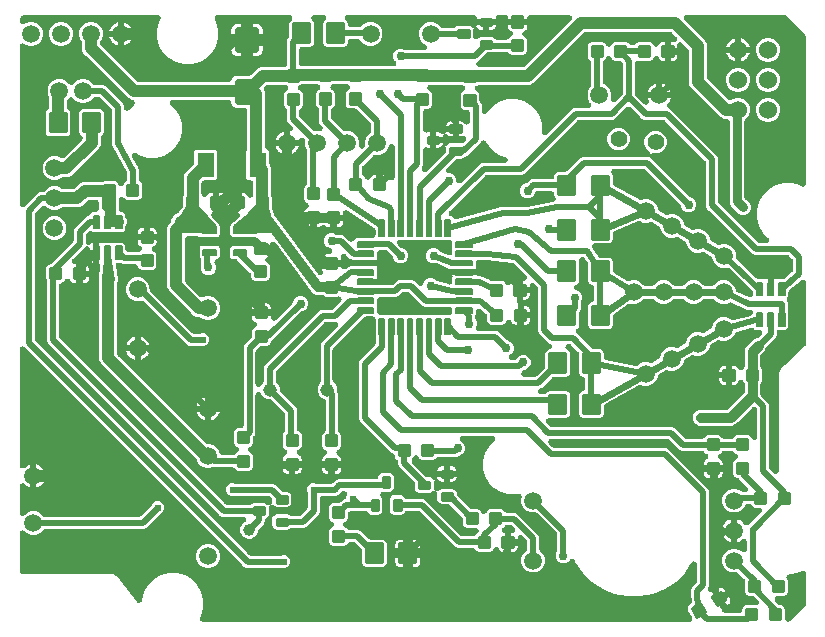
<source format=gbr>
G04 EAGLE Gerber RS-274X export*
G75*
%MOMM*%
%FSLAX34Y34*%
%LPD*%
%INTop Copper*%
%IPPOS*%
%AMOC8*
5,1,8,0,0,1.08239X$1,22.5*%
G01*
%ADD10C,1.138000*%
%ADD11C,0.330000*%
%ADD12C,0.320000*%
%ADD13C,1.524000*%
%ADD14C,1.508000*%
%ADD15C,0.416000*%
%ADD16C,1.000000*%
%ADD17C,0.532500*%
%ADD18C,0.137500*%
%ADD19C,0.150000*%
%ADD20C,1.408000*%
%ADD21R,1.400000X2.100000*%
%ADD22C,0.508000*%
%ADD23C,1.275000*%
%ADD24C,1.016000*%
%ADD25C,0.756400*%
%ADD26C,0.812800*%
%ADD27C,0.762000*%
%ADD28C,0.609600*%
%ADD29C,0.609600*%
%ADD30C,1.006400*%
%ADD31C,0.806400*%
%ADD32C,1.056400*%

G36*
X576938Y10130D02*
X576938Y10130D01*
X576961Y10128D01*
X577162Y10150D01*
X577364Y10168D01*
X577386Y10174D01*
X577409Y10176D01*
X577603Y10233D01*
X577798Y10286D01*
X577819Y10296D01*
X577841Y10303D01*
X578023Y10393D01*
X578205Y10480D01*
X578223Y10493D01*
X578244Y10503D01*
X578406Y10624D01*
X578571Y10742D01*
X578587Y10758D01*
X578605Y10772D01*
X578743Y10919D01*
X578885Y11064D01*
X578898Y11084D01*
X578913Y11100D01*
X579024Y11270D01*
X579137Y11437D01*
X579146Y11459D01*
X579159Y11478D01*
X579237Y11664D01*
X579319Y11849D01*
X579325Y11872D01*
X579334Y11893D01*
X579378Y12091D01*
X579426Y12287D01*
X579427Y12310D01*
X579432Y12332D01*
X579441Y12534D01*
X579453Y12736D01*
X579451Y12759D01*
X579452Y12782D01*
X579425Y12982D01*
X579401Y13183D01*
X579395Y13205D01*
X579392Y13228D01*
X579330Y13420D01*
X579271Y13614D01*
X579261Y13635D01*
X579253Y13657D01*
X579114Y13937D01*
X575793Y19689D01*
X575578Y21326D01*
X576005Y22921D01*
X577010Y24231D01*
X577717Y24639D01*
X577826Y24715D01*
X577939Y24784D01*
X578009Y24844D01*
X578085Y24898D01*
X578179Y24992D01*
X578279Y25079D01*
X578337Y25152D01*
X578402Y25218D01*
X578477Y25327D01*
X578561Y25431D01*
X578605Y25512D01*
X578658Y25588D01*
X578712Y25709D01*
X578776Y25826D01*
X578805Y25914D01*
X578844Y25998D01*
X578876Y26127D01*
X578918Y26253D01*
X578931Y26345D01*
X578954Y26435D01*
X578964Y26568D01*
X578983Y26699D01*
X578982Y26824D01*
X578986Y26884D01*
X578981Y26930D01*
X578980Y27011D01*
X578450Y34753D01*
X578445Y34783D01*
X578445Y34813D01*
X578410Y35005D01*
X578380Y35197D01*
X578370Y35226D01*
X578364Y35256D01*
X578354Y35287D01*
X578354Y36075D01*
X578348Y36133D01*
X578348Y36249D01*
X578292Y37060D01*
X578326Y37203D01*
X578328Y37233D01*
X578334Y37263D01*
X578336Y37296D01*
X578638Y38024D01*
X578655Y38079D01*
X578699Y38186D01*
X578958Y38958D01*
X579044Y39076D01*
X579058Y39103D01*
X579075Y39128D01*
X579089Y39158D01*
X579647Y39715D01*
X579684Y39760D01*
X579765Y39842D01*
X580300Y40456D01*
X580425Y40532D01*
X580447Y40552D01*
X580473Y40569D01*
X580707Y40776D01*
X582734Y42802D01*
X582839Y42929D01*
X582951Y43049D01*
X582983Y43101D01*
X583022Y43148D01*
X583104Y43290D01*
X583192Y43429D01*
X583216Y43486D01*
X583246Y43539D01*
X583301Y43693D01*
X583363Y43846D01*
X583376Y43905D01*
X583397Y43963D01*
X583423Y44125D01*
X583458Y44286D01*
X583463Y44363D01*
X583470Y44407D01*
X583469Y44468D01*
X583477Y44598D01*
X583477Y58749D01*
X583464Y58902D01*
X583459Y59056D01*
X583444Y59126D01*
X583437Y59197D01*
X583397Y59346D01*
X583365Y59496D01*
X583338Y59563D01*
X583319Y59632D01*
X583253Y59771D01*
X583195Y59913D01*
X583156Y59974D01*
X583125Y60038D01*
X583036Y60163D01*
X582954Y60293D01*
X582905Y60346D01*
X582863Y60405D01*
X582753Y60512D01*
X582649Y60625D01*
X582592Y60669D01*
X582541Y60719D01*
X582413Y60805D01*
X582291Y60898D01*
X582227Y60931D01*
X582168Y60971D01*
X582027Y61033D01*
X581890Y61103D01*
X581821Y61124D01*
X581756Y61153D01*
X581606Y61189D01*
X581459Y61234D01*
X581388Y61243D01*
X581318Y61260D01*
X581165Y61269D01*
X581012Y61287D01*
X580941Y61283D01*
X580869Y61287D01*
X580716Y61269D01*
X580563Y61260D01*
X580493Y61243D01*
X580422Y61235D01*
X580274Y61191D01*
X580125Y61155D01*
X580059Y61126D01*
X579991Y61105D01*
X579853Y61035D01*
X579713Y60973D01*
X579653Y60933D01*
X579589Y60901D01*
X579467Y60808D01*
X579339Y60722D01*
X579288Y60672D01*
X579231Y60629D01*
X579126Y60515D01*
X579016Y60408D01*
X578960Y60335D01*
X578926Y60297D01*
X578895Y60249D01*
X578827Y60160D01*
X573281Y51860D01*
X565520Y44099D01*
X556394Y38001D01*
X546253Y33801D01*
X535488Y31659D01*
X524512Y31659D01*
X513747Y33801D01*
X503606Y38001D01*
X494480Y44099D01*
X486719Y51860D01*
X480621Y60986D01*
X480233Y61924D01*
X480194Y61997D01*
X480165Y62074D01*
X480090Y62196D01*
X480024Y62323D01*
X479974Y62388D01*
X479931Y62459D01*
X479836Y62566D01*
X479748Y62679D01*
X479687Y62734D01*
X479633Y62796D01*
X479520Y62885D01*
X479414Y62981D01*
X479344Y63024D01*
X479279Y63076D01*
X479153Y63143D01*
X479032Y63219D01*
X478955Y63249D01*
X478883Y63288D01*
X478747Y63332D01*
X478613Y63385D01*
X478533Y63402D01*
X478454Y63427D01*
X478313Y63447D01*
X478172Y63476D01*
X478090Y63477D01*
X478008Y63489D01*
X477865Y63483D01*
X477722Y63486D01*
X477641Y63474D01*
X477558Y63470D01*
X477419Y63439D01*
X477277Y63417D01*
X477199Y63391D01*
X477119Y63373D01*
X476987Y63318D01*
X476851Y63271D01*
X476779Y63231D01*
X476703Y63199D01*
X476583Y63122D01*
X476458Y63052D01*
X476394Y63000D01*
X476325Y62955D01*
X476200Y62845D01*
X476191Y62838D01*
X476181Y62827D01*
X476141Y62792D01*
X476110Y62766D01*
X476103Y62758D01*
X476091Y62748D01*
X474057Y60714D01*
X471748Y59757D01*
X469248Y59757D01*
X466939Y60714D01*
X465172Y62481D01*
X464215Y64790D01*
X464215Y67290D01*
X465264Y69822D01*
X465299Y69933D01*
X465343Y70041D01*
X465366Y70147D01*
X465399Y70251D01*
X465413Y70367D01*
X465438Y70481D01*
X465448Y70635D01*
X465455Y70698D01*
X465454Y70734D01*
X465457Y70793D01*
X465457Y84142D01*
X465443Y84306D01*
X465436Y84470D01*
X465423Y84530D01*
X465417Y84591D01*
X465374Y84749D01*
X465338Y84910D01*
X465315Y84966D01*
X465299Y85025D01*
X465228Y85173D01*
X465165Y85325D01*
X465132Y85377D01*
X465105Y85432D01*
X465010Y85565D01*
X464920Y85704D01*
X464869Y85761D01*
X464843Y85798D01*
X464800Y85840D01*
X464714Y85938D01*
X448656Y101996D01*
X448529Y102101D01*
X448409Y102213D01*
X448357Y102245D01*
X448310Y102284D01*
X448168Y102366D01*
X448029Y102454D01*
X447972Y102478D01*
X447919Y102508D01*
X447765Y102563D01*
X447612Y102625D01*
X447553Y102638D01*
X447495Y102659D01*
X447333Y102685D01*
X447172Y102720D01*
X447095Y102725D01*
X447051Y102732D01*
X446990Y102731D01*
X446860Y102739D01*
X443003Y102739D01*
X439312Y104268D01*
X436488Y107092D01*
X434959Y110783D01*
X434959Y114777D01*
X435093Y115099D01*
X435149Y115279D01*
X435211Y115458D01*
X435216Y115494D01*
X435227Y115529D01*
X435251Y115715D01*
X435280Y115903D01*
X435280Y115939D01*
X435284Y115975D01*
X435274Y116164D01*
X435270Y116353D01*
X435263Y116389D01*
X435261Y116425D01*
X435218Y116609D01*
X435181Y116794D01*
X435167Y116828D01*
X435159Y116864D01*
X435084Y117038D01*
X435014Y117213D01*
X434995Y117244D01*
X434981Y117277D01*
X434877Y117435D01*
X434777Y117596D01*
X434753Y117623D01*
X434733Y117653D01*
X434602Y117790D01*
X434476Y117930D01*
X434447Y117952D01*
X434422Y117979D01*
X434270Y118090D01*
X434120Y118206D01*
X434088Y118223D01*
X434059Y118245D01*
X433889Y118328D01*
X433721Y118415D01*
X433687Y118426D01*
X433654Y118442D01*
X433472Y118494D01*
X433292Y118551D01*
X433256Y118555D01*
X433221Y118565D01*
X433033Y118584D01*
X432845Y118608D01*
X432809Y118606D01*
X432773Y118610D01*
X432584Y118595D01*
X432396Y118586D01*
X432352Y118577D01*
X432324Y118575D01*
X432264Y118559D01*
X432089Y118524D01*
X430431Y118079D01*
X423849Y118079D01*
X417490Y119783D01*
X411789Y123074D01*
X407134Y127729D01*
X403843Y133430D01*
X402139Y139789D01*
X402139Y146371D01*
X403843Y152730D01*
X407134Y158431D01*
X411980Y163276D01*
X412063Y163376D01*
X412154Y163469D01*
X412208Y163549D01*
X412269Y163622D01*
X412333Y163735D01*
X412406Y163842D01*
X412445Y163930D01*
X412492Y164013D01*
X412536Y164135D01*
X412589Y164254D01*
X412611Y164347D01*
X412643Y164437D01*
X412664Y164565D01*
X412695Y164692D01*
X412701Y164787D01*
X412717Y164881D01*
X412715Y165011D01*
X412723Y165141D01*
X412712Y165236D01*
X412711Y165332D01*
X412686Y165459D01*
X412671Y165588D01*
X412643Y165680D01*
X412625Y165774D01*
X412578Y165895D01*
X412541Y166019D01*
X412497Y166104D01*
X412463Y166194D01*
X412395Y166305D01*
X412336Y166421D01*
X412279Y166497D01*
X412229Y166578D01*
X412143Y166676D01*
X412064Y166779D01*
X411994Y166844D01*
X411931Y166916D01*
X411829Y166996D01*
X411733Y167085D01*
X411652Y167136D01*
X411578Y167195D01*
X411463Y167256D01*
X411353Y167326D01*
X411265Y167363D01*
X411181Y167408D01*
X411057Y167448D01*
X410937Y167497D01*
X410843Y167517D01*
X410752Y167547D01*
X410624Y167565D01*
X410497Y167592D01*
X410367Y167600D01*
X410306Y167608D01*
X410262Y167607D01*
X410185Y167611D01*
X385365Y167611D01*
X385188Y167596D01*
X385011Y167586D01*
X384964Y167576D01*
X384916Y167571D01*
X384745Y167525D01*
X384572Y167484D01*
X384528Y167465D01*
X384482Y167453D01*
X384322Y167377D01*
X384158Y167306D01*
X384118Y167280D01*
X384075Y167259D01*
X383931Y167156D01*
X383783Y167058D01*
X383748Y167025D01*
X383709Y166997D01*
X383585Y166870D01*
X383457Y166747D01*
X383429Y166709D01*
X383395Y166675D01*
X383296Y166527D01*
X383191Y166384D01*
X383170Y166341D01*
X383143Y166302D01*
X383071Y166139D01*
X382993Y165980D01*
X382980Y165933D01*
X382961Y165890D01*
X382919Y165717D01*
X382870Y165546D01*
X382866Y165499D01*
X382854Y165452D01*
X382843Y165275D01*
X382826Y165098D01*
X382830Y165051D01*
X382827Y165003D01*
X382847Y164827D01*
X382861Y164649D01*
X382873Y164603D01*
X382879Y164556D01*
X382930Y164386D01*
X382975Y164214D01*
X382995Y164170D01*
X383009Y164125D01*
X383090Y163967D01*
X383164Y163805D01*
X383192Y163766D01*
X383213Y163723D01*
X383321Y163582D01*
X383423Y163436D01*
X383457Y163403D01*
X383485Y163365D01*
X383616Y163244D01*
X383742Y163119D01*
X383781Y163092D01*
X383817Y163060D01*
X383966Y162964D01*
X384112Y162863D01*
X384166Y162837D01*
X384196Y162818D01*
X384255Y162794D01*
X384393Y162726D01*
X384813Y162552D01*
X386580Y160785D01*
X387537Y158476D01*
X387537Y155976D01*
X386580Y153667D01*
X384813Y151900D01*
X382311Y150863D01*
X382247Y150852D01*
X382101Y150801D01*
X382040Y150785D01*
X382007Y150769D01*
X381951Y150750D01*
X380023Y149951D01*
X365196Y149951D01*
X364985Y149932D01*
X364774Y149916D01*
X364761Y149913D01*
X364748Y149911D01*
X364544Y149856D01*
X364338Y149802D01*
X364326Y149796D01*
X364313Y149793D01*
X364124Y149703D01*
X363930Y149613D01*
X363918Y149605D01*
X363907Y149599D01*
X363736Y149477D01*
X363561Y149354D01*
X363551Y149345D01*
X363541Y149337D01*
X363393Y149185D01*
X363243Y149035D01*
X363236Y149024D01*
X363227Y149015D01*
X363193Y148965D01*
X361851Y147623D01*
X360326Y146991D01*
X350974Y146991D01*
X349449Y147623D01*
X348281Y148791D01*
X347996Y149479D01*
X347936Y149595D01*
X347884Y149714D01*
X347832Y149794D01*
X347787Y149878D01*
X347708Y149981D01*
X347636Y150090D01*
X347570Y150159D01*
X347512Y150234D01*
X347415Y150322D01*
X347326Y150416D01*
X347248Y150472D01*
X347178Y150536D01*
X347067Y150605D01*
X346962Y150682D01*
X346876Y150723D01*
X346795Y150774D01*
X346674Y150822D01*
X346558Y150879D01*
X346466Y150905D01*
X346377Y150941D01*
X346250Y150967D01*
X346124Y151002D01*
X346029Y151012D01*
X345936Y151031D01*
X345806Y151034D01*
X345676Y151047D01*
X345581Y151039D01*
X345486Y151042D01*
X345357Y151022D01*
X345228Y151012D01*
X345135Y150987D01*
X345041Y150973D01*
X344918Y150930D01*
X344792Y150898D01*
X344705Y150857D01*
X344615Y150826D01*
X344501Y150763D01*
X344383Y150708D01*
X344305Y150654D01*
X344222Y150607D01*
X344121Y150525D01*
X344015Y150450D01*
X343947Y150382D01*
X343873Y150322D01*
X343789Y150223D01*
X343697Y150131D01*
X343643Y150052D01*
X343581Y149979D01*
X343515Y149867D01*
X343441Y149760D01*
X343384Y149643D01*
X343353Y149591D01*
X343338Y149549D01*
X343304Y149479D01*
X343019Y148791D01*
X342715Y148487D01*
X342693Y148460D01*
X342667Y148437D01*
X342549Y148289D01*
X342426Y148141D01*
X342409Y148111D01*
X342387Y148084D01*
X342297Y147916D01*
X342203Y147751D01*
X342191Y147718D01*
X342175Y147687D01*
X342116Y147506D01*
X342052Y147326D01*
X342046Y147292D01*
X342035Y147259D01*
X342010Y147071D01*
X341978Y146882D01*
X341979Y146847D01*
X341974Y146813D01*
X341982Y146623D01*
X341984Y146432D01*
X341991Y146398D01*
X341992Y146363D01*
X342034Y146177D01*
X342070Y145990D01*
X342082Y145957D01*
X342090Y145924D01*
X342164Y145748D01*
X342232Y145570D01*
X342250Y145540D01*
X342264Y145508D01*
X342367Y145348D01*
X342466Y145185D01*
X342489Y145159D01*
X342508Y145130D01*
X342715Y144896D01*
X354538Y133072D01*
X354665Y132967D01*
X354785Y132855D01*
X354837Y132823D01*
X354884Y132784D01*
X355026Y132702D01*
X355165Y132614D01*
X355222Y132590D01*
X355275Y132560D01*
X355429Y132505D01*
X355582Y132443D01*
X355641Y132430D01*
X355699Y132409D01*
X355861Y132383D01*
X356022Y132348D01*
X356099Y132343D01*
X356143Y132336D01*
X356204Y132337D01*
X356334Y132329D01*
X357165Y132329D01*
X358849Y131631D01*
X359358Y131122D01*
X359458Y131038D01*
X359551Y130948D01*
X359631Y130894D01*
X359704Y130833D01*
X359817Y130768D01*
X359924Y130695D01*
X360012Y130657D01*
X360095Y130609D01*
X360217Y130566D01*
X360336Y130513D01*
X360429Y130491D01*
X360519Y130459D01*
X360647Y130437D01*
X360774Y130407D01*
X360869Y130401D01*
X360963Y130385D01*
X361093Y130387D01*
X361223Y130379D01*
X361318Y130390D01*
X361413Y130391D01*
X361541Y130416D01*
X361670Y130431D01*
X361762Y130459D01*
X361856Y130477D01*
X361977Y130524D01*
X362101Y130561D01*
X362186Y130605D01*
X362276Y130639D01*
X362387Y130707D01*
X362503Y130766D01*
X362579Y130823D01*
X362660Y130873D01*
X362758Y130959D01*
X362861Y131038D01*
X362926Y131108D01*
X362998Y131171D01*
X363078Y131273D01*
X363167Y131369D01*
X363218Y131449D01*
X363277Y131524D01*
X363338Y131639D01*
X363408Y131748D01*
X363445Y131837D01*
X363490Y131921D01*
X363530Y132045D01*
X363579Y132165D01*
X363599Y132258D01*
X363629Y132349D01*
X363647Y132478D01*
X363674Y132605D01*
X363682Y132735D01*
X363689Y132789D01*
X369345Y132789D01*
X369345Y128787D01*
X367859Y128787D01*
X366966Y128965D01*
X366125Y129313D01*
X365368Y129819D01*
X365170Y130018D01*
X365070Y130101D01*
X364977Y130192D01*
X364897Y130245D01*
X364824Y130307D01*
X364711Y130371D01*
X364604Y130444D01*
X364516Y130483D01*
X364433Y130530D01*
X364311Y130574D01*
X364192Y130626D01*
X364099Y130649D01*
X364009Y130681D01*
X363881Y130702D01*
X363754Y130733D01*
X363659Y130739D01*
X363565Y130754D01*
X363435Y130753D01*
X363305Y130761D01*
X363210Y130750D01*
X363115Y130748D01*
X362987Y130724D01*
X362858Y130709D01*
X362766Y130681D01*
X362673Y130663D01*
X362551Y130616D01*
X362427Y130578D01*
X362341Y130535D01*
X362252Y130500D01*
X362141Y130433D01*
X362025Y130374D01*
X361949Y130316D01*
X361868Y130267D01*
X361770Y130180D01*
X361667Y130102D01*
X361602Y130032D01*
X361530Y129968D01*
X361450Y129866D01*
X361361Y129771D01*
X361310Y129690D01*
X361251Y129615D01*
X361190Y129501D01*
X361120Y129391D01*
X361083Y129303D01*
X361038Y129218D01*
X360998Y129095D01*
X360949Y128974D01*
X360929Y128881D01*
X360899Y128790D01*
X360881Y128661D01*
X360854Y128534D01*
X360846Y128404D01*
X360838Y128344D01*
X360839Y128300D01*
X360835Y128222D01*
X360835Y123377D01*
X360846Y123247D01*
X360848Y123118D01*
X360866Y123024D01*
X360875Y122929D01*
X360909Y122803D01*
X360934Y122676D01*
X360968Y122586D01*
X360993Y122494D01*
X361049Y122377D01*
X361096Y122256D01*
X361146Y122174D01*
X361187Y122088D01*
X361262Y121982D01*
X361330Y121871D01*
X361393Y121799D01*
X361449Y121722D01*
X361542Y121631D01*
X361628Y121533D01*
X361703Y121474D01*
X361771Y121408D01*
X361879Y121335D01*
X361981Y121254D01*
X362065Y121209D01*
X362144Y121155D01*
X362263Y121103D01*
X362378Y121041D01*
X362469Y121012D01*
X362556Y120973D01*
X362683Y120942D01*
X362806Y120902D01*
X362901Y120889D01*
X362994Y120867D01*
X363123Y120859D01*
X363252Y120841D01*
X363348Y120845D01*
X363443Y120839D01*
X363572Y120854D01*
X363702Y120859D01*
X363795Y120880D01*
X363890Y120891D01*
X364015Y120929D01*
X364142Y120957D01*
X364230Y120994D01*
X364321Y121021D01*
X364437Y121080D01*
X364557Y121130D01*
X364637Y121182D01*
X364723Y121226D01*
X364826Y121304D01*
X364935Y121375D01*
X365033Y121461D01*
X365081Y121498D01*
X365112Y121530D01*
X365170Y121582D01*
X365719Y122131D01*
X367403Y122829D01*
X376365Y122829D01*
X378049Y122131D01*
X379337Y120843D01*
X380035Y119159D01*
X380035Y118838D01*
X380049Y118674D01*
X380056Y118510D01*
X380069Y118450D01*
X380075Y118389D01*
X380118Y118230D01*
X380154Y118070D01*
X380177Y118014D01*
X380193Y117955D01*
X380264Y117807D01*
X380327Y117655D01*
X380360Y117603D01*
X380387Y117548D01*
X380482Y117415D01*
X380572Y117276D01*
X380623Y117219D01*
X380649Y117182D01*
X380692Y117140D01*
X380778Y117042D01*
X391558Y106262D01*
X391685Y106157D01*
X391805Y106045D01*
X391857Y106013D01*
X391904Y105974D01*
X392046Y105892D01*
X392185Y105804D01*
X392242Y105780D01*
X392295Y105750D01*
X392449Y105695D01*
X392602Y105633D01*
X392661Y105620D01*
X392719Y105599D01*
X392881Y105573D01*
X393042Y105538D01*
X393119Y105533D01*
X393163Y105526D01*
X393224Y105527D01*
X393354Y105519D01*
X397850Y105519D01*
X399375Y104887D01*
X400543Y103719D01*
X400828Y103031D01*
X400888Y102915D01*
X400940Y102796D01*
X400992Y102716D01*
X401037Y102632D01*
X401116Y102529D01*
X401188Y102420D01*
X401254Y102351D01*
X401312Y102276D01*
X401409Y102188D01*
X401498Y102094D01*
X401576Y102038D01*
X401646Y101974D01*
X401757Y101905D01*
X401862Y101828D01*
X401948Y101787D01*
X402029Y101736D01*
X402150Y101688D01*
X402266Y101631D01*
X402358Y101605D01*
X402447Y101569D01*
X402574Y101543D01*
X402700Y101508D01*
X402795Y101498D01*
X402888Y101479D01*
X403018Y101476D01*
X403148Y101463D01*
X403243Y101471D01*
X403338Y101468D01*
X403467Y101488D01*
X403596Y101498D01*
X403689Y101523D01*
X403783Y101537D01*
X403906Y101580D01*
X404032Y101612D01*
X404119Y101653D01*
X404209Y101684D01*
X404323Y101747D01*
X404441Y101802D01*
X404519Y101856D01*
X404602Y101903D01*
X404703Y101985D01*
X404809Y102060D01*
X404877Y102128D01*
X404951Y102188D01*
X405035Y102287D01*
X405127Y102379D01*
X405181Y102458D01*
X405243Y102531D01*
X405309Y102643D01*
X405383Y102750D01*
X405440Y102866D01*
X405471Y102919D01*
X405486Y102961D01*
X405520Y103031D01*
X405805Y103719D01*
X406973Y104887D01*
X408498Y105519D01*
X417850Y105519D01*
X419375Y104887D01*
X420744Y103518D01*
X420841Y103391D01*
X420850Y103382D01*
X420859Y103371D01*
X421016Y103229D01*
X421172Y103085D01*
X421183Y103078D01*
X421193Y103069D01*
X421373Y102957D01*
X421552Y102844D01*
X421564Y102839D01*
X421575Y102832D01*
X421773Y102753D01*
X421968Y102673D01*
X421981Y102670D01*
X421993Y102665D01*
X422201Y102623D01*
X422408Y102578D01*
X422424Y102577D01*
X422435Y102575D01*
X422474Y102574D01*
X422720Y102559D01*
X429265Y102559D01*
X431117Y101791D01*
X449273Y83635D01*
X450041Y81783D01*
X450041Y72191D01*
X450055Y72027D01*
X450062Y71863D01*
X450075Y71803D01*
X450081Y71742D01*
X450124Y71583D01*
X450160Y71423D01*
X450183Y71367D01*
X450199Y71308D01*
X450270Y71160D01*
X450333Y71008D01*
X450366Y70956D01*
X450393Y70901D01*
X450488Y70768D01*
X450578Y70629D01*
X450629Y70572D01*
X450655Y70535D01*
X450698Y70493D01*
X450784Y70395D01*
X453512Y67668D01*
X455041Y63977D01*
X455041Y59983D01*
X453512Y56292D01*
X450688Y53468D01*
X446997Y51939D01*
X443003Y51939D01*
X439312Y53468D01*
X436488Y56292D01*
X434959Y59983D01*
X434959Y63977D01*
X436488Y67668D01*
X439216Y70395D01*
X439321Y70522D01*
X439433Y70642D01*
X439465Y70694D01*
X439504Y70741D01*
X439586Y70883D01*
X439674Y71022D01*
X439698Y71079D01*
X439728Y71132D01*
X439783Y71286D01*
X439845Y71439D01*
X439858Y71498D01*
X439879Y71556D01*
X439905Y71718D01*
X439940Y71879D01*
X439945Y71956D01*
X439952Y72000D01*
X439951Y72061D01*
X439959Y72191D01*
X439959Y77640D01*
X439945Y77804D01*
X439938Y77968D01*
X439925Y78028D01*
X439919Y78089D01*
X439876Y78248D01*
X439840Y78408D01*
X439817Y78464D01*
X439801Y78523D01*
X439730Y78671D01*
X439667Y78823D01*
X439634Y78875D01*
X439607Y78930D01*
X439512Y79063D01*
X439422Y79202D01*
X439371Y79259D01*
X439345Y79296D01*
X439302Y79338D01*
X439216Y79436D01*
X435980Y82672D01*
X435880Y82755D01*
X435787Y82846D01*
X435707Y82900D01*
X435634Y82961D01*
X435521Y83025D01*
X435414Y83098D01*
X435326Y83137D01*
X435243Y83184D01*
X435121Y83228D01*
X435002Y83280D01*
X434909Y83303D01*
X434819Y83335D01*
X434691Y83356D01*
X434564Y83387D01*
X434469Y83393D01*
X434375Y83408D01*
X434245Y83407D01*
X434115Y83415D01*
X434020Y83404D01*
X433924Y83402D01*
X433797Y83378D01*
X433668Y83363D01*
X433576Y83335D01*
X433482Y83317D01*
X433361Y83270D01*
X433237Y83232D01*
X433151Y83189D01*
X433062Y83154D01*
X432951Y83087D01*
X432835Y83028D01*
X432759Y82970D01*
X432678Y82921D01*
X432580Y82834D01*
X432477Y82756D01*
X432412Y82686D01*
X432340Y82622D01*
X432260Y82520D01*
X432171Y82425D01*
X432120Y82344D01*
X432061Y82269D01*
X432000Y82155D01*
X431930Y82045D01*
X431893Y81957D01*
X431848Y81872D01*
X431808Y81749D01*
X431759Y81628D01*
X431739Y81535D01*
X431709Y81444D01*
X431691Y81315D01*
X431664Y81188D01*
X431656Y81059D01*
X431648Y80998D01*
X431649Y80953D01*
X431645Y80876D01*
X431645Y80133D01*
X426353Y80133D01*
X426353Y85425D01*
X427096Y85425D01*
X427226Y85436D01*
X427356Y85438D01*
X427449Y85456D01*
X427545Y85465D01*
X427670Y85499D01*
X427798Y85524D01*
X427887Y85558D01*
X427979Y85583D01*
X428096Y85639D01*
X428218Y85686D01*
X428300Y85736D01*
X428386Y85777D01*
X428491Y85852D01*
X428603Y85920D01*
X428674Y85983D01*
X428752Y86039D01*
X428843Y86132D01*
X428940Y86218D01*
X428999Y86293D01*
X429066Y86361D01*
X429139Y86469D01*
X429219Y86571D01*
X429265Y86655D01*
X429318Y86734D01*
X429371Y86853D01*
X429432Y86968D01*
X429462Y87059D01*
X429500Y87146D01*
X429531Y87273D01*
X429571Y87396D01*
X429584Y87491D01*
X429607Y87584D01*
X429615Y87713D01*
X429633Y87842D01*
X429629Y87938D01*
X429635Y88033D01*
X429620Y88162D01*
X429614Y88292D01*
X429594Y88385D01*
X429583Y88480D01*
X429545Y88605D01*
X429517Y88732D01*
X429480Y88820D01*
X429452Y88911D01*
X429393Y89027D01*
X429343Y89147D01*
X429291Y89227D01*
X429248Y89313D01*
X429169Y89416D01*
X429099Y89525D01*
X429013Y89623D01*
X428976Y89671D01*
X428943Y89702D01*
X428892Y89760D01*
X426918Y91734D01*
X426792Y91839D01*
X426671Y91951D01*
X426619Y91983D01*
X426572Y92022D01*
X426430Y92104D01*
X426291Y92192D01*
X426234Y92216D01*
X426181Y92246D01*
X426027Y92301D01*
X425874Y92363D01*
X425815Y92376D01*
X425757Y92397D01*
X425595Y92423D01*
X425434Y92458D01*
X425357Y92463D01*
X425313Y92470D01*
X425252Y92469D01*
X425122Y92477D01*
X422720Y92477D01*
X422509Y92458D01*
X422298Y92442D01*
X422285Y92439D01*
X422272Y92437D01*
X422068Y92382D01*
X421862Y92328D01*
X421850Y92322D01*
X421837Y92319D01*
X421648Y92229D01*
X421454Y92139D01*
X421442Y92131D01*
X421431Y92125D01*
X421260Y92003D01*
X421085Y91880D01*
X421075Y91871D01*
X421065Y91863D01*
X420917Y91711D01*
X420767Y91561D01*
X420760Y91550D01*
X420751Y91541D01*
X420717Y91491D01*
X419206Y89980D01*
X419079Y89889D01*
X419046Y89855D01*
X419009Y89826D01*
X418890Y89694D01*
X418765Y89567D01*
X418739Y89527D01*
X418707Y89492D01*
X418613Y89341D01*
X418513Y89194D01*
X418494Y89150D01*
X418469Y89110D01*
X418403Y88944D01*
X418331Y88782D01*
X418320Y88736D01*
X418302Y88691D01*
X418266Y88517D01*
X418224Y88344D01*
X418221Y88297D01*
X418212Y88250D01*
X418208Y88072D01*
X418197Y87895D01*
X418202Y87848D01*
X418201Y87800D01*
X418228Y87625D01*
X418249Y87448D01*
X418263Y87402D01*
X418270Y87355D01*
X418327Y87188D01*
X418379Y87017D01*
X418401Y86974D01*
X418416Y86929D01*
X418503Y86774D01*
X418583Y86615D01*
X418612Y86578D01*
X418635Y86536D01*
X418748Y86399D01*
X418855Y86257D01*
X418890Y86224D01*
X418920Y86188D01*
X419055Y86072D01*
X419187Y85951D01*
X419227Y85926D01*
X419263Y85895D01*
X419416Y85805D01*
X419566Y85710D01*
X419610Y85692D01*
X419651Y85668D01*
X419818Y85606D01*
X419983Y85539D01*
X420029Y85529D01*
X420074Y85512D01*
X420249Y85481D01*
X420423Y85444D01*
X420482Y85440D01*
X420517Y85434D01*
X420580Y85434D01*
X420735Y85425D01*
X420855Y85425D01*
X420855Y77594D01*
X420858Y77560D01*
X420856Y77525D01*
X420869Y77409D01*
X420855Y77174D01*
X420855Y69343D01*
X419341Y69343D01*
X418532Y69504D01*
X417769Y69820D01*
X417083Y70279D01*
X416499Y70863D01*
X416040Y71549D01*
X415928Y71819D01*
X415868Y71934D01*
X415817Y72054D01*
X415764Y72133D01*
X415720Y72218D01*
X415640Y72321D01*
X415569Y72429D01*
X415503Y72498D01*
X415444Y72574D01*
X415348Y72661D01*
X415258Y72755D01*
X415181Y72812D01*
X415110Y72876D01*
X415000Y72944D01*
X414895Y73021D01*
X414809Y73063D01*
X414728Y73114D01*
X414607Y73162D01*
X414490Y73219D01*
X414398Y73245D01*
X414309Y73280D01*
X414182Y73306D01*
X414057Y73342D01*
X413962Y73351D01*
X413868Y73370D01*
X413738Y73374D01*
X413609Y73387D01*
X413513Y73379D01*
X413418Y73381D01*
X413289Y73361D01*
X413160Y73351D01*
X413067Y73327D01*
X412973Y73312D01*
X412850Y73270D01*
X412724Y73237D01*
X412638Y73197D01*
X412547Y73166D01*
X412434Y73103D01*
X412316Y73048D01*
X412238Y72993D01*
X412154Y72947D01*
X412053Y72864D01*
X411947Y72790D01*
X411880Y72722D01*
X411806Y72662D01*
X411721Y72563D01*
X411629Y72470D01*
X411575Y72392D01*
X411513Y72319D01*
X411447Y72207D01*
X411374Y72100D01*
X411317Y71983D01*
X411286Y71931D01*
X411270Y71889D01*
X411236Y71819D01*
X410973Y71183D01*
X409805Y70015D01*
X408280Y69383D01*
X398928Y69383D01*
X397403Y70015D01*
X396034Y71384D01*
X395937Y71511D01*
X395928Y71520D01*
X395919Y71531D01*
X395762Y71673D01*
X395606Y71817D01*
X395595Y71824D01*
X395585Y71833D01*
X395405Y71945D01*
X395226Y72058D01*
X395214Y72063D01*
X395203Y72070D01*
X395005Y72149D01*
X394810Y72229D01*
X394797Y72232D01*
X394785Y72237D01*
X394577Y72279D01*
X394370Y72324D01*
X394354Y72325D01*
X394343Y72327D01*
X394304Y72328D01*
X394058Y72343D01*
X381353Y72343D01*
X379501Y73111D01*
X349318Y103294D01*
X349191Y103399D01*
X349071Y103511D01*
X349019Y103543D01*
X348972Y103582D01*
X348830Y103664D01*
X348691Y103752D01*
X348634Y103776D01*
X348581Y103806D01*
X348427Y103861D01*
X348274Y103923D01*
X348215Y103936D01*
X348157Y103957D01*
X347995Y103983D01*
X347834Y104018D01*
X347757Y104023D01*
X347713Y104030D01*
X347652Y104029D01*
X347522Y104037D01*
X337778Y104037D01*
X337566Y104018D01*
X337355Y104002D01*
X337343Y103999D01*
X337329Y103997D01*
X337125Y103942D01*
X336920Y103888D01*
X336907Y103882D01*
X336895Y103879D01*
X336705Y103789D01*
X336511Y103699D01*
X336500Y103691D01*
X336488Y103685D01*
X336316Y103562D01*
X336142Y103441D01*
X336133Y103431D01*
X336122Y103423D01*
X335977Y103275D01*
X335973Y103270D01*
X334327Y101625D01*
X332643Y100927D01*
X326981Y100927D01*
X325297Y101625D01*
X324009Y102913D01*
X323311Y104597D01*
X323311Y113559D01*
X324009Y115243D01*
X324558Y115792D01*
X324642Y115892D01*
X324732Y115985D01*
X324786Y116065D01*
X324847Y116138D01*
X324912Y116251D01*
X324985Y116358D01*
X325023Y116446D01*
X325071Y116529D01*
X325114Y116651D01*
X325167Y116770D01*
X325189Y116863D01*
X325221Y116953D01*
X325243Y117081D01*
X325273Y117208D01*
X325279Y117303D01*
X325295Y117397D01*
X325293Y117527D01*
X325301Y117657D01*
X325290Y117752D01*
X325289Y117847D01*
X325264Y117975D01*
X325249Y118104D01*
X325221Y118196D01*
X325203Y118290D01*
X325157Y118411D01*
X325119Y118535D01*
X325075Y118621D01*
X325041Y118710D01*
X324973Y118821D01*
X324914Y118937D01*
X324857Y119013D01*
X324807Y119094D01*
X324721Y119192D01*
X324642Y119295D01*
X324572Y119360D01*
X324509Y119432D01*
X324407Y119512D01*
X324311Y119601D01*
X324231Y119652D01*
X324156Y119711D01*
X324041Y119772D01*
X323932Y119842D01*
X323843Y119879D01*
X323759Y119924D01*
X323635Y119964D01*
X323515Y120013D01*
X323422Y120033D01*
X323331Y120063D01*
X323202Y120081D01*
X323075Y120108D01*
X322945Y120116D01*
X322885Y120124D01*
X322840Y120123D01*
X322763Y120127D01*
X317861Y120127D01*
X317731Y120116D01*
X317602Y120114D01*
X317508Y120096D01*
X317413Y120087D01*
X317287Y120053D01*
X317160Y120028D01*
X317070Y119994D01*
X316978Y119969D01*
X316861Y119913D01*
X316740Y119866D01*
X316658Y119816D01*
X316572Y119775D01*
X316466Y119700D01*
X316355Y119632D01*
X316283Y119569D01*
X316206Y119513D01*
X316115Y119420D01*
X316017Y119334D01*
X315958Y119259D01*
X315892Y119191D01*
X315819Y119083D01*
X315738Y118981D01*
X315693Y118897D01*
X315639Y118818D01*
X315587Y118699D01*
X315525Y118584D01*
X315496Y118493D01*
X315457Y118406D01*
X315426Y118279D01*
X315386Y118156D01*
X315373Y118061D01*
X315351Y117968D01*
X315343Y117839D01*
X315325Y117710D01*
X315329Y117614D01*
X315323Y117519D01*
X315338Y117390D01*
X315343Y117260D01*
X315364Y117167D01*
X315375Y117072D01*
X315413Y116947D01*
X315441Y116820D01*
X315478Y116732D01*
X315505Y116641D01*
X315564Y116525D01*
X315614Y116405D01*
X315666Y116325D01*
X315710Y116239D01*
X315788Y116136D01*
X315859Y116027D01*
X315945Y115929D01*
X315982Y115881D01*
X316014Y115850D01*
X316066Y115792D01*
X316615Y115243D01*
X317313Y113559D01*
X317313Y104597D01*
X316615Y102913D01*
X315327Y101625D01*
X313643Y100927D01*
X307981Y100927D01*
X306297Y101625D01*
X304755Y103166D01*
X304726Y103205D01*
X304716Y103214D01*
X304708Y103225D01*
X304550Y103367D01*
X304395Y103511D01*
X304384Y103518D01*
X304374Y103527D01*
X304195Y103638D01*
X304015Y103752D01*
X304003Y103757D01*
X303991Y103764D01*
X303796Y103842D01*
X303598Y103923D01*
X303585Y103926D01*
X303573Y103931D01*
X303366Y103973D01*
X303158Y104018D01*
X303142Y104019D01*
X303132Y104021D01*
X303092Y104022D01*
X302846Y104037D01*
X290754Y104037D01*
X290719Y104034D01*
X290685Y104036D01*
X290496Y104014D01*
X290305Y103997D01*
X290272Y103988D01*
X290238Y103984D01*
X290055Y103929D01*
X289871Y103879D01*
X289840Y103864D01*
X289807Y103854D01*
X289636Y103767D01*
X289464Y103685D01*
X289436Y103665D01*
X289405Y103650D01*
X289253Y103534D01*
X289098Y103423D01*
X289074Y103398D01*
X289047Y103378D01*
X288918Y103238D01*
X288784Y103101D01*
X288765Y103072D01*
X288741Y103046D01*
X288639Y102885D01*
X288532Y102728D01*
X288518Y102696D01*
X288500Y102667D01*
X288427Y102490D01*
X288350Y102316D01*
X288342Y102282D01*
X288329Y102250D01*
X288289Y102063D01*
X288243Y101878D01*
X288241Y101844D01*
X288234Y101810D01*
X288215Y101498D01*
X288215Y97936D01*
X287583Y96411D01*
X286415Y95243D01*
X285727Y94958D01*
X285611Y94898D01*
X285492Y94846D01*
X285412Y94794D01*
X285327Y94749D01*
X285225Y94670D01*
X285116Y94598D01*
X285047Y94532D01*
X284972Y94474D01*
X284884Y94377D01*
X284790Y94287D01*
X284734Y94210D01*
X284670Y94139D01*
X284601Y94029D01*
X284524Y93924D01*
X284482Y93838D01*
X284432Y93757D01*
X284384Y93636D01*
X284327Y93519D01*
X284301Y93428D01*
X284265Y93339D01*
X284239Y93211D01*
X284204Y93086D01*
X284194Y92991D01*
X284175Y92898D01*
X284172Y92768D01*
X284159Y92638D01*
X284167Y92543D01*
X284164Y92448D01*
X284184Y92319D01*
X284194Y92189D01*
X284219Y92097D01*
X284233Y92003D01*
X284275Y91880D01*
X284308Y91754D01*
X284349Y91667D01*
X284380Y91577D01*
X284443Y91463D01*
X284498Y91345D01*
X284552Y91267D01*
X284599Y91184D01*
X284681Y91083D01*
X284756Y90976D01*
X284824Y90909D01*
X284884Y90835D01*
X284983Y90751D01*
X285075Y90659D01*
X285154Y90605D01*
X285227Y90543D01*
X285339Y90477D01*
X285446Y90403D01*
X285563Y90346D01*
X285615Y90315D01*
X285657Y90300D01*
X285727Y90266D01*
X286415Y89981D01*
X287784Y88612D01*
X287881Y88485D01*
X287890Y88476D01*
X287899Y88465D01*
X288056Y88323D01*
X288212Y88179D01*
X288223Y88172D01*
X288233Y88163D01*
X288413Y88051D01*
X288592Y87938D01*
X288604Y87933D01*
X288615Y87926D01*
X288813Y87847D01*
X289008Y87767D01*
X289021Y87764D01*
X289033Y87759D01*
X289241Y87717D01*
X289448Y87672D01*
X289464Y87671D01*
X289475Y87669D01*
X289514Y87668D01*
X289760Y87653D01*
X296931Y87653D01*
X298783Y86885D01*
X305165Y80503D01*
X305291Y80398D01*
X305412Y80286D01*
X305464Y80254D01*
X305511Y80215D01*
X305653Y80133D01*
X305792Y80045D01*
X305849Y80021D01*
X305902Y79991D01*
X306057Y79936D01*
X306209Y79874D01*
X306268Y79861D01*
X306326Y79840D01*
X306488Y79814D01*
X306649Y79779D01*
X306726Y79774D01*
X306770Y79767D01*
X306831Y79768D01*
X306961Y79760D01*
X317512Y79760D01*
X319019Y79135D01*
X320172Y77982D01*
X320797Y76475D01*
X320797Y60013D01*
X320172Y58506D01*
X319019Y57353D01*
X317512Y56728D01*
X303080Y56728D01*
X301573Y57353D01*
X300420Y58506D01*
X299795Y60013D01*
X299795Y70564D01*
X299781Y70727D01*
X299774Y70892D01*
X299761Y70952D01*
X299755Y71013D01*
X299712Y71172D01*
X299676Y71332D01*
X299653Y71388D01*
X299637Y71447D01*
X299566Y71596D01*
X299503Y71747D01*
X299470Y71799D01*
X299443Y71854D01*
X299348Y71987D01*
X299258Y72126D01*
X299207Y72183D01*
X299181Y72220D01*
X299138Y72262D01*
X299052Y72360D01*
X294584Y76828D01*
X294458Y76933D01*
X294337Y77045D01*
X294285Y77077D01*
X294238Y77116D01*
X294096Y77198D01*
X293957Y77286D01*
X293900Y77310D01*
X293847Y77340D01*
X293693Y77395D01*
X293540Y77457D01*
X293481Y77470D01*
X293423Y77491D01*
X293261Y77517D01*
X293100Y77552D01*
X293023Y77557D01*
X292979Y77564D01*
X292918Y77563D01*
X292788Y77571D01*
X289760Y77571D01*
X289549Y77552D01*
X289338Y77536D01*
X289325Y77533D01*
X289312Y77531D01*
X289108Y77476D01*
X288902Y77422D01*
X288890Y77416D01*
X288877Y77413D01*
X288688Y77323D01*
X288494Y77233D01*
X288482Y77225D01*
X288471Y77219D01*
X288300Y77097D01*
X288125Y76974D01*
X288115Y76965D01*
X288105Y76957D01*
X287957Y76805D01*
X287807Y76655D01*
X287800Y76644D01*
X287791Y76635D01*
X287757Y76585D01*
X286415Y75243D01*
X284890Y74611D01*
X275538Y74611D01*
X274013Y75243D01*
X272845Y76411D01*
X272213Y77936D01*
X272213Y87288D01*
X272845Y88813D01*
X274013Y89981D01*
X274701Y90266D01*
X274817Y90326D01*
X274936Y90378D01*
X275016Y90430D01*
X275100Y90475D01*
X275203Y90554D01*
X275312Y90626D01*
X275381Y90692D01*
X275456Y90750D01*
X275544Y90847D01*
X275638Y90936D01*
X275694Y91014D01*
X275758Y91084D01*
X275827Y91195D01*
X275904Y91300D01*
X275946Y91386D01*
X275996Y91467D01*
X276044Y91587D01*
X276101Y91704D01*
X276127Y91796D01*
X276163Y91885D01*
X276189Y92013D01*
X276224Y92138D01*
X276234Y92232D01*
X276253Y92326D01*
X276256Y92456D01*
X276269Y92586D01*
X276261Y92681D01*
X276264Y92776D01*
X276244Y92905D01*
X276234Y93035D01*
X276209Y93127D01*
X276195Y93221D01*
X276152Y93344D01*
X276120Y93470D01*
X276079Y93557D01*
X276048Y93647D01*
X275985Y93761D01*
X275930Y93879D01*
X275876Y93957D01*
X275829Y94040D01*
X275747Y94141D01*
X275672Y94248D01*
X275604Y94315D01*
X275544Y94389D01*
X275445Y94473D01*
X275353Y94565D01*
X275274Y94619D01*
X275201Y94681D01*
X275089Y94747D01*
X274982Y94821D01*
X274866Y94878D01*
X274813Y94909D01*
X274771Y94924D01*
X274701Y94958D01*
X274013Y95243D01*
X272845Y96411D01*
X272213Y97936D01*
X272213Y107288D01*
X272845Y108813D01*
X274013Y109981D01*
X275538Y110613D01*
X280034Y110613D01*
X280198Y110627D01*
X280362Y110634D01*
X280422Y110647D01*
X280483Y110653D01*
X280642Y110696D01*
X280802Y110732D01*
X280858Y110755D01*
X280917Y110771D01*
X281065Y110842D01*
X281217Y110905D01*
X281269Y110938D01*
X281324Y110965D01*
X281457Y111060D01*
X281596Y111150D01*
X281653Y111201D01*
X281690Y111227D01*
X281732Y111270D01*
X281830Y111356D01*
X283825Y113351D01*
X285118Y113887D01*
X285264Y113963D01*
X285413Y114032D01*
X285463Y114067D01*
X285517Y114096D01*
X285647Y114196D01*
X285782Y114291D01*
X285825Y114334D01*
X285873Y114371D01*
X285983Y114493D01*
X286099Y114610D01*
X286134Y114660D01*
X286175Y114706D01*
X286262Y114845D01*
X286355Y114981D01*
X286389Y115050D01*
X286413Y115088D01*
X286435Y115145D01*
X286492Y115261D01*
X287290Y117186D01*
X287314Y117265D01*
X287348Y117340D01*
X287382Y117479D01*
X287424Y117616D01*
X287435Y117698D01*
X287454Y117778D01*
X287463Y117920D01*
X287481Y118063D01*
X287477Y118145D01*
X287482Y118227D01*
X287465Y118369D01*
X287458Y118512D01*
X287439Y118592D01*
X287430Y118674D01*
X287388Y118812D01*
X287356Y118951D01*
X287323Y119026D01*
X287300Y119105D01*
X287235Y119233D01*
X287178Y119364D01*
X287133Y119433D01*
X287095Y119507D01*
X287009Y119621D01*
X286930Y119740D01*
X286873Y119800D01*
X286823Y119865D01*
X286718Y119962D01*
X286619Y120066D01*
X286553Y120115D01*
X286492Y120171D01*
X286371Y120247D01*
X286256Y120332D01*
X286182Y120368D01*
X286112Y120412D01*
X285980Y120467D01*
X285851Y120530D01*
X285772Y120552D01*
X285696Y120583D01*
X285556Y120613D01*
X285418Y120653D01*
X285336Y120661D01*
X285256Y120678D01*
X285010Y120693D01*
X284970Y120697D01*
X284959Y120696D01*
X284944Y120697D01*
X283818Y120697D01*
X283654Y120683D01*
X283490Y120676D01*
X283430Y120663D01*
X283369Y120657D01*
X283210Y120614D01*
X283050Y120578D01*
X282994Y120555D01*
X282935Y120539D01*
X282787Y120468D01*
X282635Y120405D01*
X282583Y120372D01*
X282528Y120345D01*
X282395Y120250D01*
X282256Y120160D01*
X282199Y120109D01*
X282162Y120083D01*
X282120Y120040D01*
X282022Y119954D01*
X279715Y117647D01*
X277863Y116879D01*
X266660Y116879D01*
X266625Y116876D01*
X266591Y116878D01*
X266402Y116856D01*
X266211Y116839D01*
X266178Y116830D01*
X266144Y116826D01*
X265961Y116771D01*
X265777Y116721D01*
X265746Y116706D01*
X265713Y116696D01*
X265542Y116609D01*
X265370Y116527D01*
X265342Y116507D01*
X265311Y116492D01*
X265159Y116376D01*
X265004Y116265D01*
X264980Y116240D01*
X264953Y116220D01*
X264824Y116080D01*
X264690Y115943D01*
X264671Y115914D01*
X264647Y115888D01*
X264545Y115727D01*
X264438Y115570D01*
X264424Y115538D01*
X264406Y115509D01*
X264333Y115332D01*
X264256Y115158D01*
X264248Y115124D01*
X264235Y115092D01*
X264194Y114905D01*
X264149Y114720D01*
X264147Y114686D01*
X264140Y114652D01*
X264121Y114340D01*
X264121Y103137D01*
X263353Y101285D01*
X252453Y90385D01*
X250601Y89617D01*
X240053Y89617D01*
X239890Y89603D01*
X239725Y89596D01*
X239666Y89583D01*
X239605Y89577D01*
X239446Y89534D01*
X239285Y89498D01*
X239229Y89475D01*
X239170Y89459D01*
X239022Y89388D01*
X238870Y89325D01*
X238819Y89292D01*
X238764Y89265D01*
X238630Y89170D01*
X238492Y89080D01*
X238434Y89029D01*
X238398Y89003D01*
X238355Y88960D01*
X238258Y88874D01*
X238239Y88855D01*
X236555Y88157D01*
X227593Y88157D01*
X225909Y88855D01*
X224621Y90143D01*
X223923Y91827D01*
X223923Y97109D01*
X223912Y97239D01*
X223910Y97368D01*
X223892Y97462D01*
X223883Y97557D01*
X223849Y97683D01*
X223824Y97810D01*
X223790Y97900D01*
X223765Y97992D01*
X223709Y98109D01*
X223662Y98230D01*
X223612Y98312D01*
X223571Y98398D01*
X223496Y98504D01*
X223428Y98615D01*
X223365Y98687D01*
X223309Y98764D01*
X223216Y98855D01*
X223130Y98953D01*
X223055Y99012D01*
X222987Y99078D01*
X222879Y99151D01*
X222777Y99232D01*
X222693Y99277D01*
X222614Y99331D01*
X222495Y99383D01*
X222380Y99445D01*
X222289Y99474D01*
X222202Y99513D01*
X222075Y99544D01*
X221952Y99584D01*
X221857Y99597D01*
X221764Y99619D01*
X221635Y99627D01*
X221506Y99645D01*
X221410Y99641D01*
X221315Y99647D01*
X221186Y99632D01*
X221056Y99627D01*
X220963Y99606D01*
X220868Y99595D01*
X220743Y99557D01*
X220616Y99529D01*
X220528Y99492D01*
X220437Y99465D01*
X220321Y99406D01*
X220201Y99356D01*
X220121Y99304D01*
X220035Y99260D01*
X219932Y99182D01*
X219823Y99111D01*
X219725Y99025D01*
X219677Y98988D01*
X219646Y98956D01*
X219588Y98904D01*
X218786Y98101D01*
X218747Y98072D01*
X218738Y98062D01*
X218727Y98054D01*
X218585Y97896D01*
X218441Y97741D01*
X218434Y97730D01*
X218425Y97720D01*
X218314Y97541D01*
X218200Y97361D01*
X218195Y97349D01*
X218188Y97337D01*
X218110Y97142D01*
X218029Y96944D01*
X218026Y96931D01*
X218021Y96919D01*
X217979Y96712D01*
X217934Y96504D01*
X217933Y96488D01*
X217931Y96478D01*
X217930Y96438D01*
X217915Y96192D01*
X217915Y95197D01*
X217147Y93345D01*
X215372Y91570D01*
X215372Y91569D01*
X212828Y89026D01*
X212723Y88900D01*
X212611Y88779D01*
X212579Y88727D01*
X212540Y88680D01*
X212458Y88537D01*
X212370Y88399D01*
X212346Y88342D01*
X212316Y88289D01*
X212261Y88134D01*
X212199Y87982D01*
X212186Y87923D01*
X212165Y87865D01*
X212139Y87703D01*
X212104Y87542D01*
X212099Y87465D01*
X212092Y87421D01*
X212093Y87360D01*
X212085Y87230D01*
X212085Y86418D01*
X210943Y83661D01*
X208833Y81551D01*
X206076Y80409D01*
X203092Y80409D01*
X200335Y81551D01*
X198225Y83661D01*
X197083Y86418D01*
X197083Y89402D01*
X198225Y92159D01*
X200365Y94298D01*
X200521Y94373D01*
X200559Y94400D01*
X200602Y94422D01*
X200742Y94531D01*
X200887Y94635D01*
X200920Y94669D01*
X200958Y94698D01*
X201077Y94830D01*
X201201Y94957D01*
X201228Y94997D01*
X201260Y95032D01*
X201354Y95183D01*
X201453Y95330D01*
X201472Y95374D01*
X201498Y95415D01*
X201563Y95580D01*
X201635Y95742D01*
X201647Y95789D01*
X201664Y95833D01*
X201700Y96007D01*
X201742Y96180D01*
X201745Y96227D01*
X201754Y96274D01*
X201759Y96452D01*
X201770Y96629D01*
X201764Y96677D01*
X201765Y96724D01*
X201738Y96900D01*
X201718Y97076D01*
X201704Y97122D01*
X201696Y97169D01*
X201639Y97337D01*
X201587Y97507D01*
X201566Y97550D01*
X201550Y97595D01*
X201464Y97750D01*
X201383Y97909D01*
X201354Y97947D01*
X201331Y97988D01*
X201218Y98126D01*
X201111Y98267D01*
X201076Y98300D01*
X201045Y98337D01*
X200910Y98452D01*
X200780Y98573D01*
X200739Y98598D01*
X200703Y98629D01*
X200550Y98719D01*
X200400Y98814D01*
X200356Y98833D01*
X200315Y98857D01*
X200148Y98918D01*
X199983Y98985D01*
X199937Y98995D01*
X199892Y99012D01*
X199717Y99043D01*
X199543Y99080D01*
X199484Y99084D01*
X199448Y99090D01*
X199386Y99090D01*
X199231Y99099D01*
X181877Y99099D01*
X180025Y99867D01*
X33827Y246065D01*
X33059Y247917D01*
X33059Y298992D01*
X33049Y299108D01*
X33049Y299225D01*
X33029Y299332D01*
X33019Y299440D01*
X32989Y299553D01*
X32968Y299668D01*
X32917Y299814D01*
X32901Y299874D01*
X32885Y299907D01*
X32866Y299963D01*
X32799Y300124D01*
X32799Y309476D01*
X33431Y311001D01*
X34599Y312169D01*
X36183Y312825D01*
X36286Y312879D01*
X36394Y312924D01*
X36486Y312983D01*
X36582Y313034D01*
X36674Y313105D01*
X36773Y313168D01*
X36888Y313271D01*
X36938Y313309D01*
X36962Y313336D01*
X37007Y313375D01*
X55176Y331544D01*
X55281Y331671D01*
X55393Y331791D01*
X55425Y331843D01*
X55464Y331890D01*
X55546Y332032D01*
X55634Y332171D01*
X55658Y332228D01*
X55688Y332281D01*
X55743Y332435D01*
X55805Y332588D01*
X55818Y332647D01*
X55839Y332705D01*
X55865Y332867D01*
X55900Y333028D01*
X55905Y333105D01*
X55912Y333149D01*
X55911Y333210D01*
X55919Y333340D01*
X55919Y341363D01*
X56687Y343215D01*
X66485Y353013D01*
X68032Y353654D01*
X68219Y353752D01*
X68409Y353849D01*
X68419Y353856D01*
X68431Y353863D01*
X68599Y353993D01*
X68767Y354121D01*
X68776Y354130D01*
X68787Y354138D01*
X68929Y354296D01*
X69073Y354452D01*
X69080Y354463D01*
X69088Y354473D01*
X69200Y354652D01*
X69314Y354831D01*
X69319Y354844D01*
X69326Y354855D01*
X69405Y355052D01*
X69468Y355205D01*
X71504Y357241D01*
X74462Y357241D01*
X74497Y357244D01*
X74531Y357242D01*
X74720Y357264D01*
X74911Y357281D01*
X74944Y357290D01*
X74978Y357294D01*
X75161Y357349D01*
X75345Y357399D01*
X75376Y357414D01*
X75409Y357424D01*
X75580Y357511D01*
X75752Y357593D01*
X75780Y357613D01*
X75811Y357628D01*
X75963Y357744D01*
X76118Y357855D01*
X76142Y357880D01*
X76169Y357900D01*
X76298Y358040D01*
X76432Y358177D01*
X76451Y358206D01*
X76475Y358232D01*
X76577Y358393D01*
X76684Y358550D01*
X76698Y358582D01*
X76716Y358611D01*
X76789Y358788D01*
X76866Y358962D01*
X76874Y358996D01*
X76887Y359028D01*
X76927Y359215D01*
X76973Y359400D01*
X76975Y359434D01*
X76982Y359468D01*
X77001Y359780D01*
X77001Y364960D01*
X76998Y364995D01*
X77000Y365029D01*
X76978Y365218D01*
X76961Y365409D01*
X76952Y365442D01*
X76948Y365476D01*
X76893Y365659D01*
X76843Y365843D01*
X76828Y365874D01*
X76818Y365907D01*
X76731Y366078D01*
X76649Y366250D01*
X76629Y366278D01*
X76614Y366309D01*
X76498Y366461D01*
X76387Y366616D01*
X76362Y366640D01*
X76342Y366667D01*
X76202Y366796D01*
X76065Y366930D01*
X76036Y366949D01*
X76010Y366973D01*
X75849Y367075D01*
X75692Y367182D01*
X75660Y367196D01*
X75631Y367214D01*
X75454Y367287D01*
X75280Y367364D01*
X75246Y367372D01*
X75214Y367385D01*
X75027Y367425D01*
X74842Y367471D01*
X74808Y367473D01*
X74774Y367480D01*
X74462Y367499D01*
X69392Y367499D01*
X69228Y367485D01*
X69064Y367478D01*
X69004Y367465D01*
X68943Y367459D01*
X68784Y367416D01*
X68624Y367380D01*
X68568Y367357D01*
X68509Y367341D01*
X68361Y367270D01*
X68209Y367207D01*
X68157Y367174D01*
X68102Y367147D01*
X67969Y367052D01*
X67830Y366962D01*
X67773Y366911D01*
X67736Y366885D01*
X67694Y366842D01*
X67596Y366756D01*
X63094Y362253D01*
X60308Y361099D01*
X47271Y361099D01*
X47107Y361085D01*
X46943Y361078D01*
X46883Y361065D01*
X46822Y361059D01*
X46663Y361016D01*
X46503Y360980D01*
X46447Y360957D01*
X46388Y360941D01*
X46240Y360870D01*
X46088Y360807D01*
X46036Y360774D01*
X45981Y360747D01*
X45848Y360652D01*
X45709Y360562D01*
X45652Y360511D01*
X45615Y360485D01*
X45573Y360442D01*
X45475Y360356D01*
X45288Y360168D01*
X41597Y358639D01*
X37603Y358639D01*
X33912Y360168D01*
X32220Y361860D01*
X32193Y361883D01*
X32170Y361908D01*
X32021Y362026D01*
X31875Y362149D01*
X31844Y362166D01*
X31817Y362188D01*
X31650Y362278D01*
X31484Y362373D01*
X31451Y362384D01*
X31421Y362401D01*
X31240Y362459D01*
X31059Y362523D01*
X31025Y362529D01*
X30992Y362540D01*
X30803Y362566D01*
X30615Y362597D01*
X30581Y362596D01*
X30546Y362601D01*
X30355Y362593D01*
X30165Y362591D01*
X30131Y362584D01*
X30096Y362583D01*
X29910Y362541D01*
X29723Y362505D01*
X29691Y362493D01*
X29657Y362485D01*
X29480Y362411D01*
X29303Y362343D01*
X29273Y362325D01*
X29241Y362312D01*
X29081Y362208D01*
X28918Y362109D01*
X28892Y362086D01*
X28863Y362067D01*
X28629Y361860D01*
X23564Y356796D01*
X23459Y356669D01*
X23347Y356549D01*
X23315Y356497D01*
X23276Y356450D01*
X23194Y356308D01*
X23106Y356169D01*
X23082Y356112D01*
X23052Y356059D01*
X22997Y355905D01*
X22935Y355752D01*
X22922Y355693D01*
X22901Y355635D01*
X22875Y355473D01*
X22840Y355312D01*
X22835Y355235D01*
X22828Y355191D01*
X22829Y355130D01*
X22821Y355000D01*
X22821Y249520D01*
X22835Y249356D01*
X22842Y249192D01*
X22855Y249132D01*
X22861Y249071D01*
X22904Y248912D01*
X22940Y248752D01*
X22963Y248696D01*
X22979Y248637D01*
X23050Y248489D01*
X23113Y248337D01*
X23146Y248285D01*
X23173Y248230D01*
X23268Y248097D01*
X23358Y247958D01*
X23409Y247901D01*
X23435Y247864D01*
X23478Y247822D01*
X23564Y247724D01*
X204544Y66744D01*
X204671Y66639D01*
X204791Y66527D01*
X204843Y66495D01*
X204890Y66456D01*
X205032Y66374D01*
X205171Y66286D01*
X205228Y66262D01*
X205281Y66232D01*
X205435Y66177D01*
X205588Y66115D01*
X205647Y66102D01*
X205705Y66081D01*
X205867Y66055D01*
X206028Y66020D01*
X206105Y66015D01*
X206149Y66008D01*
X206210Y66009D01*
X206340Y66001D01*
X230845Y66001D01*
X230961Y66011D01*
X231078Y66011D01*
X231185Y66031D01*
X231293Y66041D01*
X231406Y66071D01*
X231521Y66092D01*
X231667Y66143D01*
X231728Y66159D01*
X231760Y66175D01*
X231817Y66194D01*
X232576Y66509D01*
X234784Y66509D01*
X236823Y65664D01*
X238384Y64103D01*
X239229Y62064D01*
X239229Y59856D01*
X238384Y57817D01*
X236823Y56256D01*
X234784Y55411D01*
X232576Y55411D01*
X231817Y55726D01*
X231705Y55761D01*
X231597Y55805D01*
X231491Y55828D01*
X231387Y55861D01*
X231271Y55875D01*
X231157Y55900D01*
X231003Y55910D01*
X230940Y55917D01*
X230904Y55916D01*
X230845Y55919D01*
X202197Y55919D01*
X200345Y56687D01*
X14463Y242569D01*
X14363Y242652D01*
X14270Y242743D01*
X14190Y242796D01*
X14117Y242858D01*
X14004Y242922D01*
X13897Y242995D01*
X13809Y243034D01*
X13726Y243081D01*
X13604Y243125D01*
X13485Y243177D01*
X13392Y243200D01*
X13302Y243232D01*
X13173Y243253D01*
X13047Y243284D01*
X12952Y243290D01*
X12858Y243305D01*
X12727Y243304D01*
X12598Y243312D01*
X12503Y243301D01*
X12407Y243299D01*
X12280Y243275D01*
X12151Y243260D01*
X12059Y243232D01*
X11965Y243214D01*
X11844Y243167D01*
X11720Y243129D01*
X11635Y243086D01*
X11545Y243051D01*
X11434Y242984D01*
X11318Y242925D01*
X11242Y242867D01*
X11161Y242818D01*
X11063Y242731D01*
X10960Y242653D01*
X10895Y242583D01*
X10823Y242519D01*
X10743Y242418D01*
X10654Y242322D01*
X10603Y242241D01*
X10544Y242166D01*
X10483Y242052D01*
X10413Y241942D01*
X10376Y241854D01*
X10331Y241769D01*
X10291Y241646D01*
X10242Y241525D01*
X10222Y241432D01*
X10192Y241341D01*
X10174Y241212D01*
X10147Y241085D01*
X10139Y240955D01*
X10131Y240895D01*
X10132Y240850D01*
X10128Y240773D01*
X10128Y142494D01*
X10139Y142365D01*
X10141Y142235D01*
X10159Y142141D01*
X10168Y142046D01*
X10202Y141920D01*
X10227Y141793D01*
X10261Y141703D01*
X10286Y141611D01*
X10342Y141494D01*
X10389Y141373D01*
X10439Y141291D01*
X10480Y141205D01*
X10555Y141099D01*
X10623Y140988D01*
X10686Y140916D01*
X10742Y140839D01*
X10835Y140748D01*
X10921Y140651D01*
X10996Y140591D01*
X11064Y140525D01*
X11172Y140452D01*
X11274Y140371D01*
X11358Y140326D01*
X11437Y140273D01*
X11556Y140220D01*
X11671Y140159D01*
X11762Y140129D01*
X11849Y140090D01*
X11975Y140060D01*
X12099Y140019D01*
X12194Y140006D01*
X12287Y139984D01*
X12416Y139976D01*
X12545Y139958D01*
X12641Y139962D01*
X12736Y139956D01*
X12865Y139971D01*
X12995Y139976D01*
X13088Y139997D01*
X13183Y140008D01*
X13308Y140046D01*
X13435Y140074D01*
X13523Y140111D01*
X13614Y140138D01*
X13730Y140197D01*
X13850Y140248D01*
X13930Y140299D01*
X14016Y140343D01*
X14119Y140421D01*
X14228Y140492D01*
X14326Y140578D01*
X14374Y140615D01*
X14405Y140648D01*
X14463Y140699D01*
X15133Y141369D01*
X16417Y142302D01*
X17830Y143022D01*
X19161Y143454D01*
X19161Y133680D01*
X19161Y123906D01*
X17830Y124338D01*
X16417Y125058D01*
X15133Y125991D01*
X14463Y126661D01*
X14363Y126745D01*
X14270Y126835D01*
X14190Y126889D01*
X14117Y126950D01*
X14004Y127015D01*
X13897Y127087D01*
X13809Y127126D01*
X13726Y127173D01*
X13604Y127217D01*
X13485Y127270D01*
X13392Y127292D01*
X13302Y127324D01*
X13174Y127345D01*
X13047Y127376D01*
X12952Y127382D01*
X12858Y127398D01*
X12728Y127396D01*
X12598Y127404D01*
X12503Y127393D01*
X12408Y127392D01*
X12280Y127367D01*
X12151Y127352D01*
X12059Y127324D01*
X11965Y127306D01*
X11844Y127259D01*
X11720Y127222D01*
X11635Y127178D01*
X11545Y127144D01*
X11434Y127076D01*
X11318Y127017D01*
X11242Y126960D01*
X11161Y126910D01*
X11063Y126824D01*
X10960Y126745D01*
X10895Y126675D01*
X10823Y126612D01*
X10743Y126510D01*
X10654Y126414D01*
X10603Y126333D01*
X10544Y126259D01*
X10483Y126144D01*
X10413Y126034D01*
X10376Y125946D01*
X10331Y125862D01*
X10291Y125738D01*
X10242Y125618D01*
X10222Y125524D01*
X10192Y125434D01*
X10174Y125305D01*
X10147Y125178D01*
X10139Y125048D01*
X10131Y124988D01*
X10132Y124943D01*
X10128Y124866D01*
X10128Y102438D01*
X10139Y102308D01*
X10141Y102178D01*
X10159Y102085D01*
X10168Y101989D01*
X10202Y101864D01*
X10227Y101736D01*
X10261Y101647D01*
X10286Y101555D01*
X10342Y101438D01*
X10389Y101316D01*
X10439Y101234D01*
X10480Y101148D01*
X10555Y101043D01*
X10623Y100931D01*
X10686Y100860D01*
X10742Y100782D01*
X10835Y100691D01*
X10921Y100594D01*
X10996Y100535D01*
X11064Y100468D01*
X11172Y100395D01*
X11274Y100315D01*
X11358Y100269D01*
X11437Y100216D01*
X11556Y100163D01*
X11671Y100102D01*
X11762Y100072D01*
X11849Y100034D01*
X11976Y100003D01*
X12099Y99963D01*
X12194Y99950D01*
X12287Y99927D01*
X12416Y99919D01*
X12545Y99901D01*
X12641Y99905D01*
X12736Y99899D01*
X12865Y99914D01*
X12995Y99920D01*
X13088Y99940D01*
X13183Y99952D01*
X13308Y99989D01*
X13435Y100017D01*
X13523Y100054D01*
X13614Y100082D01*
X13730Y100141D01*
X13850Y100191D01*
X13930Y100243D01*
X14016Y100286D01*
X14119Y100365D01*
X14228Y100435D01*
X14326Y100521D01*
X14374Y100558D01*
X14405Y100591D01*
X14463Y100642D01*
X16012Y102192D01*
X19703Y103721D01*
X23697Y103721D01*
X27388Y102192D01*
X30115Y99464D01*
X30242Y99359D01*
X30362Y99247D01*
X30414Y99215D01*
X30461Y99176D01*
X30603Y99094D01*
X30742Y99006D01*
X30799Y98982D01*
X30852Y98952D01*
X31006Y98897D01*
X31159Y98835D01*
X31218Y98822D01*
X31276Y98801D01*
X31438Y98775D01*
X31599Y98740D01*
X31676Y98735D01*
X31720Y98728D01*
X31781Y98729D01*
X31911Y98721D01*
X78188Y98721D01*
X78305Y98731D01*
X78421Y98731D01*
X78528Y98751D01*
X78636Y98761D01*
X78749Y98791D01*
X78864Y98812D01*
X79010Y98863D01*
X79071Y98879D01*
X79103Y98895D01*
X79160Y98914D01*
X79417Y99021D01*
X111160Y99021D01*
X111324Y99035D01*
X111488Y99042D01*
X111548Y99055D01*
X111609Y99061D01*
X111768Y99104D01*
X111928Y99140D01*
X111984Y99163D01*
X112043Y99179D01*
X112191Y99250D01*
X112343Y99313D01*
X112395Y99346D01*
X112450Y99373D01*
X112583Y99468D01*
X112722Y99558D01*
X112779Y99609D01*
X112816Y99635D01*
X112858Y99678D01*
X112956Y99764D01*
X121431Y108240D01*
X121506Y108329D01*
X121588Y108412D01*
X121650Y108501D01*
X121720Y108585D01*
X121778Y108687D01*
X121844Y108783D01*
X121912Y108921D01*
X121943Y108976D01*
X121955Y109010D01*
X121981Y109063D01*
X122296Y109823D01*
X123857Y111384D01*
X125896Y112229D01*
X128104Y112229D01*
X130143Y111384D01*
X131704Y109823D01*
X132549Y107784D01*
X132549Y105576D01*
X131704Y103537D01*
X130143Y101976D01*
X129383Y101661D01*
X129280Y101607D01*
X129172Y101562D01*
X129081Y101503D01*
X128984Y101453D01*
X128892Y101381D01*
X128794Y101318D01*
X128678Y101216D01*
X128628Y101177D01*
X128604Y101150D01*
X128560Y101111D01*
X118930Y91482D01*
X117155Y89707D01*
X115303Y88939D01*
X82352Y88939D01*
X82235Y88929D01*
X82119Y88929D01*
X82012Y88909D01*
X81904Y88899D01*
X81791Y88869D01*
X81676Y88848D01*
X81530Y88797D01*
X81469Y88781D01*
X81437Y88765D01*
X81380Y88746D01*
X81123Y88639D01*
X31911Y88639D01*
X31747Y88625D01*
X31583Y88618D01*
X31523Y88605D01*
X31462Y88599D01*
X31303Y88556D01*
X31143Y88520D01*
X31087Y88497D01*
X31028Y88481D01*
X30880Y88410D01*
X30728Y88347D01*
X30676Y88314D01*
X30621Y88287D01*
X30488Y88192D01*
X30349Y88102D01*
X30292Y88051D01*
X30255Y88025D01*
X30213Y87982D01*
X30115Y87896D01*
X27388Y85168D01*
X23697Y83639D01*
X19703Y83639D01*
X16012Y85168D01*
X14463Y86718D01*
X14363Y86801D01*
X14270Y86892D01*
X14190Y86945D01*
X14117Y87007D01*
X14004Y87071D01*
X13897Y87144D01*
X13809Y87183D01*
X13726Y87230D01*
X13604Y87274D01*
X13485Y87326D01*
X13392Y87349D01*
X13302Y87381D01*
X13174Y87402D01*
X13047Y87433D01*
X12952Y87439D01*
X12858Y87454D01*
X12728Y87453D01*
X12598Y87461D01*
X12503Y87450D01*
X12407Y87448D01*
X12280Y87424D01*
X12151Y87408D01*
X12059Y87381D01*
X11965Y87363D01*
X11844Y87316D01*
X11720Y87278D01*
X11634Y87235D01*
X11545Y87200D01*
X11434Y87133D01*
X11318Y87074D01*
X11242Y87016D01*
X11161Y86966D01*
X11063Y86880D01*
X10960Y86802D01*
X10895Y86732D01*
X10823Y86668D01*
X10743Y86566D01*
X10654Y86471D01*
X10603Y86390D01*
X10544Y86315D01*
X10482Y86201D01*
X10413Y86091D01*
X10376Y86003D01*
X10331Y85918D01*
X10291Y85795D01*
X10242Y85674D01*
X10222Y85581D01*
X10192Y85490D01*
X10174Y85361D01*
X10147Y85234D01*
X10139Y85105D01*
X10131Y85044D01*
X10132Y84999D01*
X10128Y84922D01*
X10128Y53340D01*
X10130Y53319D01*
X10128Y53303D01*
X10134Y53250D01*
X10136Y53141D01*
X10136Y53135D01*
X10156Y53018D01*
X10161Y52939D01*
X10165Y52923D01*
X10168Y52892D01*
X10172Y52877D01*
X10174Y52855D01*
X10202Y52747D01*
X10211Y52691D01*
X10228Y52643D01*
X10252Y52553D01*
X10255Y52543D01*
X10263Y52523D01*
X10268Y52502D01*
X10283Y52470D01*
X10286Y52457D01*
X10321Y52385D01*
X10324Y52378D01*
X10363Y52268D01*
X10388Y52225D01*
X10403Y52185D01*
X10414Y52167D01*
X10431Y52128D01*
X10443Y52110D01*
X10452Y52091D01*
X10620Y51827D01*
X10626Y51819D01*
X10633Y51811D01*
X10639Y51802D01*
X10661Y51777D01*
X10678Y51752D01*
X10783Y51640D01*
X10809Y51611D01*
X10879Y51526D01*
X10895Y51512D01*
X10923Y51480D01*
X10931Y51474D01*
X10939Y51466D01*
X10982Y51430D01*
X10987Y51424D01*
X11000Y51415D01*
X11179Y51266D01*
X11187Y51260D01*
X11206Y51249D01*
X11222Y51235D01*
X11252Y51218D01*
X11275Y51200D01*
X11326Y51172D01*
X11352Y51152D01*
X11441Y51107D01*
X11525Y51057D01*
X11531Y51053D01*
X11532Y51052D01*
X11573Y51028D01*
X11593Y51020D01*
X11612Y51009D01*
X11665Y50989D01*
X11671Y50985D01*
X11685Y50980D01*
X11714Y50969D01*
X11753Y50949D01*
X11801Y50935D01*
X11903Y50895D01*
X11913Y50892D01*
X11937Y50886D01*
X11948Y50882D01*
X11966Y50878D01*
X11994Y50867D01*
X12075Y50852D01*
X12098Y50844D01*
X12109Y50843D01*
X12185Y50820D01*
X12296Y50804D01*
X12352Y50791D01*
X12371Y50791D01*
X12388Y50787D01*
X12433Y50784D01*
X12436Y50784D01*
X12442Y50783D01*
X12494Y50776D01*
X12499Y50776D01*
X12561Y50776D01*
X12700Y50768D01*
X84763Y50768D01*
X84925Y50782D01*
X85086Y50788D01*
X85166Y50804D01*
X85212Y50808D01*
X85270Y50824D01*
X85393Y50847D01*
X85798Y50951D01*
X86901Y50793D01*
X86925Y50792D01*
X86948Y50787D01*
X87260Y50768D01*
X88375Y50768D01*
X88760Y50608D01*
X88915Y50559D01*
X89067Y50503D01*
X89146Y50487D01*
X89190Y50473D01*
X89250Y50466D01*
X89373Y50440D01*
X89787Y50381D01*
X90746Y49813D01*
X90767Y49803D01*
X90787Y49789D01*
X91068Y49652D01*
X92097Y49226D01*
X92392Y48931D01*
X92516Y48827D01*
X92635Y48717D01*
X92702Y48671D01*
X92737Y48642D01*
X92790Y48612D01*
X92894Y48541D01*
X93253Y48328D01*
X93922Y47437D01*
X93938Y47419D01*
X93951Y47399D01*
X94158Y47165D01*
X94946Y46377D01*
X95106Y45991D01*
X95181Y45848D01*
X95248Y45700D01*
X95293Y45633D01*
X95314Y45592D01*
X95351Y45545D01*
X95420Y45439D01*
X109129Y27161D01*
X109185Y27098D01*
X109235Y27029D01*
X109335Y26931D01*
X109430Y26827D01*
X109497Y26774D01*
X109557Y26715D01*
X109674Y26637D01*
X109785Y26550D01*
X109860Y26511D01*
X109930Y26463D01*
X110059Y26406D01*
X110184Y26341D01*
X110265Y26315D01*
X110342Y26281D01*
X110479Y26248D01*
X110613Y26205D01*
X110697Y26194D01*
X110780Y26174D01*
X110920Y26166D01*
X111060Y26148D01*
X111145Y26152D01*
X111229Y26147D01*
X111369Y26163D01*
X111509Y26170D01*
X111592Y26189D01*
X111676Y26199D01*
X111811Y26239D01*
X111948Y26271D01*
X112026Y26304D01*
X112107Y26329D01*
X112233Y26393D01*
X112362Y26448D01*
X112433Y26495D01*
X112509Y26533D01*
X112621Y26618D01*
X112738Y26696D01*
X112800Y26754D01*
X112867Y26805D01*
X112963Y26909D01*
X113065Y27006D01*
X113115Y27074D01*
X113173Y27136D01*
X113248Y27255D01*
X113331Y27369D01*
X113369Y27445D01*
X113414Y27516D01*
X113468Y27646D01*
X113530Y27773D01*
X113553Y27854D01*
X113585Y27933D01*
X113615Y28070D01*
X113654Y28206D01*
X113662Y28290D01*
X113680Y28373D01*
X113695Y28610D01*
X113699Y28654D01*
X113698Y28666D01*
X113699Y28685D01*
X113699Y28823D01*
X115471Y35436D01*
X118894Y41365D01*
X123735Y46206D01*
X129664Y49629D01*
X136277Y51401D01*
X143123Y51401D01*
X149736Y49629D01*
X155665Y46206D01*
X160506Y41365D01*
X163929Y35436D01*
X165701Y28823D01*
X165701Y21977D01*
X163929Y15364D01*
X163105Y13937D01*
X163095Y13916D01*
X163082Y13897D01*
X163000Y13712D01*
X162915Y13528D01*
X162909Y13506D01*
X162900Y13485D01*
X162852Y13289D01*
X162800Y13093D01*
X162799Y13070D01*
X162793Y13047D01*
X162781Y12846D01*
X162765Y12644D01*
X162767Y12621D01*
X162765Y12598D01*
X162789Y12397D01*
X162809Y12196D01*
X162815Y12174D01*
X162817Y12151D01*
X162876Y11957D01*
X162931Y11763D01*
X162941Y11742D01*
X162948Y11720D01*
X163040Y11539D01*
X163128Y11358D01*
X163142Y11339D01*
X163152Y11318D01*
X163274Y11157D01*
X163393Y10994D01*
X163410Y10978D01*
X163424Y10960D01*
X163573Y10822D01*
X163719Y10683D01*
X163738Y10670D01*
X163755Y10654D01*
X163927Y10545D01*
X164094Y10434D01*
X164115Y10425D01*
X164135Y10413D01*
X164323Y10336D01*
X164508Y10256D01*
X164530Y10250D01*
X164552Y10242D01*
X164750Y10199D01*
X164946Y10153D01*
X164969Y10152D01*
X164992Y10147D01*
X165304Y10128D01*
X576915Y10128D01*
X576938Y10130D01*
G37*
G36*
X394269Y82444D02*
X394269Y82444D01*
X394480Y82460D01*
X394493Y82463D01*
X394506Y82465D01*
X394710Y82520D01*
X394916Y82574D01*
X394928Y82580D01*
X394941Y82583D01*
X395130Y82673D01*
X395324Y82763D01*
X395336Y82771D01*
X395347Y82777D01*
X395518Y82899D01*
X395693Y83022D01*
X395703Y83031D01*
X395713Y83039D01*
X395861Y83191D01*
X396011Y83341D01*
X396018Y83352D01*
X396027Y83361D01*
X396061Y83411D01*
X397469Y84819D01*
X397510Y84840D01*
X397651Y84949D01*
X397795Y85053D01*
X397828Y85087D01*
X397866Y85116D01*
X397985Y85248D01*
X398109Y85375D01*
X398136Y85415D01*
X398168Y85450D01*
X398262Y85601D01*
X398361Y85748D01*
X398381Y85792D01*
X398406Y85833D01*
X398472Y85998D01*
X398544Y86160D01*
X398555Y86207D01*
X398572Y86251D01*
X398608Y86425D01*
X398650Y86598D01*
X398653Y86645D01*
X398663Y86692D01*
X398667Y86870D01*
X398678Y87047D01*
X398672Y87094D01*
X398674Y87142D01*
X398646Y87317D01*
X398626Y87494D01*
X398612Y87540D01*
X398605Y87587D01*
X398547Y87755D01*
X398496Y87925D01*
X398474Y87968D01*
X398458Y88013D01*
X398372Y88168D01*
X398291Y88327D01*
X398262Y88365D01*
X398239Y88406D01*
X398127Y88544D01*
X398019Y88685D01*
X397984Y88718D01*
X397954Y88755D01*
X397819Y88870D01*
X397688Y88991D01*
X397648Y89016D01*
X397612Y89047D01*
X397458Y89137D01*
X397308Y89232D01*
X397264Y89250D01*
X397223Y89275D01*
X397056Y89336D01*
X396892Y89403D01*
X396845Y89413D01*
X396800Y89430D01*
X396626Y89461D01*
X396451Y89498D01*
X396392Y89502D01*
X396357Y89508D01*
X396294Y89508D01*
X396140Y89517D01*
X388498Y89517D01*
X386973Y90149D01*
X385805Y91317D01*
X385173Y92842D01*
X385173Y97338D01*
X385159Y97502D01*
X385152Y97666D01*
X385139Y97726D01*
X385133Y97787D01*
X385090Y97946D01*
X385054Y98106D01*
X385031Y98162D01*
X385015Y98221D01*
X384944Y98369D01*
X384881Y98521D01*
X384848Y98573D01*
X384821Y98628D01*
X384726Y98761D01*
X384636Y98900D01*
X384585Y98957D01*
X384559Y98994D01*
X384516Y99036D01*
X384430Y99134D01*
X374480Y109084D01*
X374353Y109189D01*
X374233Y109301D01*
X374181Y109333D01*
X374134Y109372D01*
X373992Y109454D01*
X373853Y109542D01*
X373796Y109566D01*
X373743Y109596D01*
X373589Y109651D01*
X373436Y109713D01*
X373377Y109726D01*
X373319Y109747D01*
X373157Y109773D01*
X372996Y109808D01*
X372919Y109813D01*
X372875Y109820D01*
X372814Y109819D01*
X372684Y109827D01*
X367403Y109827D01*
X365719Y110525D01*
X364431Y111813D01*
X363733Y113497D01*
X363733Y118779D01*
X363722Y118908D01*
X363720Y119038D01*
X363702Y119132D01*
X363693Y119227D01*
X363659Y119353D01*
X363634Y119480D01*
X363600Y119570D01*
X363575Y119662D01*
X363519Y119779D01*
X363472Y119900D01*
X363422Y119982D01*
X363381Y120068D01*
X363306Y120174D01*
X363238Y120285D01*
X363175Y120357D01*
X363119Y120434D01*
X363026Y120525D01*
X362940Y120623D01*
X362865Y120682D01*
X362797Y120748D01*
X362689Y120821D01*
X362587Y120902D01*
X362503Y120947D01*
X362424Y121001D01*
X362305Y121053D01*
X362190Y121115D01*
X362099Y121144D01*
X362012Y121183D01*
X361885Y121214D01*
X361762Y121254D01*
X361667Y121267D01*
X361574Y121289D01*
X361445Y121297D01*
X361316Y121315D01*
X361220Y121311D01*
X361125Y121317D01*
X360996Y121302D01*
X360866Y121297D01*
X360773Y121276D01*
X360678Y121265D01*
X360553Y121227D01*
X360426Y121199D01*
X360338Y121162D01*
X360247Y121135D01*
X360131Y121076D01*
X360011Y121026D01*
X359931Y120974D01*
X359845Y120930D01*
X359742Y120852D01*
X359633Y120781D01*
X359535Y120695D01*
X359487Y120658D01*
X359456Y120626D01*
X359398Y120574D01*
X358849Y120025D01*
X357165Y119327D01*
X348203Y119327D01*
X346519Y120025D01*
X345231Y121313D01*
X344533Y122997D01*
X344533Y127768D01*
X344519Y127932D01*
X344512Y128096D01*
X344499Y128156D01*
X344493Y128217D01*
X344450Y128375D01*
X344414Y128536D01*
X344391Y128592D01*
X344375Y128651D01*
X344304Y128799D01*
X344241Y128951D01*
X344208Y129003D01*
X344181Y129058D01*
X344086Y129191D01*
X343996Y129330D01*
X343945Y129387D01*
X343919Y129424D01*
X343876Y129466D01*
X343790Y129564D01*
X331377Y141977D01*
X330609Y143829D01*
X330609Y145446D01*
X330590Y145657D01*
X330574Y145868D01*
X330571Y145881D01*
X330569Y145894D01*
X330514Y146098D01*
X330460Y146304D01*
X330454Y146316D01*
X330451Y146329D01*
X330361Y146518D01*
X330271Y146712D01*
X330263Y146724D01*
X330257Y146735D01*
X330135Y146906D01*
X330012Y147081D01*
X330003Y147091D01*
X329995Y147101D01*
X329844Y147249D01*
X329693Y147399D01*
X329682Y147406D01*
X329673Y147415D01*
X329623Y147449D01*
X328281Y148791D01*
X327649Y150316D01*
X327649Y150362D01*
X327630Y150574D01*
X327614Y150785D01*
X327611Y150797D01*
X327609Y150811D01*
X327553Y151016D01*
X327500Y151220D01*
X327494Y151232D01*
X327491Y151245D01*
X327400Y151435D01*
X327311Y151629D01*
X327303Y151640D01*
X327297Y151652D01*
X327175Y151823D01*
X327052Y151998D01*
X327043Y152007D01*
X327035Y152018D01*
X326883Y152166D01*
X326733Y152315D01*
X326722Y152323D01*
X326713Y152332D01*
X326537Y152451D01*
X326363Y152571D01*
X326348Y152578D01*
X326340Y152584D01*
X326304Y152600D01*
X326082Y152708D01*
X324753Y153259D01*
X297987Y180025D01*
X297219Y181877D01*
X297219Y229603D01*
X297987Y231455D01*
X310878Y244346D01*
X310983Y244473D01*
X311095Y244593D01*
X311127Y244645D01*
X311166Y244692D01*
X311248Y244834D01*
X311336Y244973D01*
X311360Y245030D01*
X311390Y245083D01*
X311445Y245237D01*
X311507Y245390D01*
X311520Y245449D01*
X311541Y245507D01*
X311567Y245669D01*
X311602Y245830D01*
X311607Y245907D01*
X311614Y245951D01*
X311613Y246012D01*
X311621Y246142D01*
X311621Y250955D01*
X311607Y251119D01*
X311600Y251283D01*
X311587Y251343D01*
X311581Y251404D01*
X311538Y251562D01*
X311502Y251723D01*
X311479Y251779D01*
X311463Y251838D01*
X311411Y251946D01*
X311411Y266110D01*
X311408Y266145D01*
X311410Y266179D01*
X311388Y266368D01*
X311371Y266559D01*
X311362Y266592D01*
X311358Y266626D01*
X311303Y266809D01*
X311253Y266993D01*
X311238Y267024D01*
X311228Y267057D01*
X311141Y267228D01*
X311059Y267400D01*
X311039Y267428D01*
X311024Y267459D01*
X310908Y267611D01*
X310797Y267766D01*
X310772Y267790D01*
X310752Y267817D01*
X310612Y267946D01*
X310475Y268080D01*
X310446Y268099D01*
X310420Y268123D01*
X310259Y268225D01*
X310102Y268332D01*
X310070Y268346D01*
X310041Y268364D01*
X309864Y268437D01*
X309690Y268514D01*
X309656Y268522D01*
X309624Y268535D01*
X309437Y268575D01*
X309252Y268621D01*
X309218Y268623D01*
X309184Y268630D01*
X308872Y268649D01*
X303352Y268649D01*
X303188Y268635D01*
X303024Y268628D01*
X302964Y268615D01*
X302903Y268609D01*
X302744Y268566D01*
X302584Y268530D01*
X302528Y268507D01*
X302469Y268491D01*
X302321Y268420D01*
X302169Y268357D01*
X302117Y268324D01*
X302062Y268297D01*
X301929Y268202D01*
X301790Y268112D01*
X301733Y268061D01*
X301696Y268035D01*
X301654Y267992D01*
X301556Y267906D01*
X275726Y242076D01*
X275621Y241949D01*
X275509Y241829D01*
X275477Y241777D01*
X275438Y241730D01*
X275356Y241588D01*
X275268Y241449D01*
X275244Y241392D01*
X275214Y241339D01*
X275159Y241185D01*
X275097Y241032D01*
X275084Y240973D01*
X275063Y240915D01*
X275037Y240753D01*
X275002Y240592D01*
X274997Y240515D01*
X274990Y240471D01*
X274991Y240410D01*
X274983Y240280D01*
X274983Y215172D01*
X274997Y215009D01*
X275004Y214844D01*
X275017Y214785D01*
X275023Y214724D01*
X275066Y214565D01*
X275102Y214405D01*
X275125Y214348D01*
X275141Y214290D01*
X275212Y214141D01*
X275275Y213989D01*
X275308Y213938D01*
X275335Y213883D01*
X275430Y213749D01*
X275520Y213611D01*
X275571Y213553D01*
X275597Y213517D01*
X275640Y213474D01*
X275726Y213377D01*
X277684Y211420D01*
X278931Y208409D01*
X278931Y205760D01*
X278941Y205644D01*
X278941Y205527D01*
X278961Y205420D01*
X278971Y205312D01*
X279001Y205199D01*
X279022Y205084D01*
X279073Y204938D01*
X279089Y204877D01*
X279105Y204845D01*
X279124Y204788D01*
X279371Y204193D01*
X279371Y172854D01*
X279390Y172640D01*
X279406Y172431D01*
X279410Y172418D01*
X279411Y172406D01*
X279467Y172200D01*
X279520Y171995D01*
X279526Y171984D01*
X279529Y171971D01*
X279620Y171781D01*
X279710Y171587D01*
X279717Y171576D01*
X279723Y171565D01*
X279846Y171393D01*
X279968Y171218D01*
X279977Y171209D01*
X279985Y171199D01*
X280138Y171050D01*
X280288Y170901D01*
X280298Y170893D01*
X280307Y170885D01*
X280357Y170851D01*
X281699Y169509D01*
X282331Y167984D01*
X282331Y158632D01*
X281699Y157107D01*
X280531Y155939D01*
X279895Y155676D01*
X279780Y155615D01*
X279660Y155564D01*
X279580Y155511D01*
X279496Y155467D01*
X279393Y155387D01*
X279284Y155316D01*
X279215Y155250D01*
X279140Y155191D01*
X279052Y155095D01*
X278958Y155005D01*
X278902Y154928D01*
X278838Y154857D01*
X278769Y154746D01*
X278693Y154642D01*
X278651Y154556D01*
X278600Y154475D01*
X278552Y154354D01*
X278495Y154237D01*
X278469Y154145D01*
X278434Y154057D01*
X278407Y153929D01*
X278372Y153804D01*
X278363Y153709D01*
X278343Y153615D01*
X278340Y153485D01*
X278327Y153356D01*
X278335Y153261D01*
X278333Y153165D01*
X278353Y153037D01*
X278363Y152907D01*
X278387Y152815D01*
X278402Y152720D01*
X278444Y152597D01*
X278477Y152471D01*
X278517Y152385D01*
X278548Y152294D01*
X278611Y152181D01*
X278666Y152063D01*
X278721Y151985D01*
X278767Y151901D01*
X278850Y151800D01*
X278924Y151694D01*
X278992Y151627D01*
X279053Y151553D01*
X279151Y151468D01*
X279244Y151377D01*
X279322Y151322D01*
X279395Y151260D01*
X279507Y151195D01*
X279614Y151121D01*
X279731Y151064D01*
X279783Y151033D01*
X279825Y151018D01*
X279895Y150984D01*
X280165Y150872D01*
X280851Y150413D01*
X281435Y149829D01*
X281894Y149143D01*
X282210Y148380D01*
X282371Y147571D01*
X282371Y146057D01*
X274540Y146057D01*
X274506Y146054D01*
X274471Y146056D01*
X274355Y146043D01*
X274120Y146057D01*
X266289Y146057D01*
X266289Y147571D01*
X266450Y148380D01*
X266766Y149143D01*
X267225Y149829D01*
X267809Y150413D01*
X268495Y150872D01*
X268765Y150984D01*
X268880Y151044D01*
X269000Y151095D01*
X269079Y151148D01*
X269164Y151192D01*
X269267Y151272D01*
X269376Y151343D01*
X269445Y151409D01*
X269520Y151468D01*
X269607Y151564D01*
X269701Y151654D01*
X269758Y151731D01*
X269822Y151802D01*
X269891Y151913D01*
X269967Y152017D01*
X270009Y152103D01*
X270060Y152184D01*
X270108Y152305D01*
X270165Y152422D01*
X270191Y152514D01*
X270226Y152603D01*
X270252Y152730D01*
X270288Y152855D01*
X270297Y152950D01*
X270317Y153044D01*
X270320Y153174D01*
X270333Y153303D01*
X270325Y153399D01*
X270327Y153494D01*
X270307Y153622D01*
X270297Y153752D01*
X270273Y153844D01*
X270259Y153939D01*
X270216Y154062D01*
X270183Y154188D01*
X270143Y154274D01*
X270112Y154365D01*
X270049Y154478D01*
X269994Y154596D01*
X269939Y154675D01*
X269893Y154758D01*
X269811Y154859D01*
X269736Y154965D01*
X269668Y155032D01*
X269608Y155106D01*
X269509Y155191D01*
X269416Y155283D01*
X269338Y155337D01*
X269265Y155399D01*
X269153Y155465D01*
X269046Y155538D01*
X268929Y155595D01*
X268877Y155626D01*
X268835Y155642D01*
X268765Y155676D01*
X268129Y155939D01*
X266961Y157107D01*
X266329Y158632D01*
X266329Y167984D01*
X266961Y169509D01*
X268330Y170878D01*
X268457Y170975D01*
X268466Y170984D01*
X268476Y170992D01*
X268619Y171150D01*
X268763Y171306D01*
X268769Y171316D01*
X268778Y171326D01*
X268890Y171505D01*
X269004Y171685D01*
X269009Y171697D01*
X269016Y171708D01*
X269094Y171904D01*
X269175Y172102D01*
X269178Y172114D01*
X269183Y172126D01*
X269225Y172333D01*
X269270Y172542D01*
X269271Y172557D01*
X269273Y172567D01*
X269274Y172606D01*
X269289Y172854D01*
X269289Y196819D01*
X269270Y197030D01*
X269254Y197241D01*
X269251Y197254D01*
X269249Y197267D01*
X269193Y197472D01*
X269140Y197677D01*
X269134Y197689D01*
X269131Y197702D01*
X269041Y197891D01*
X268951Y198085D01*
X268943Y198096D01*
X268937Y198108D01*
X268815Y198280D01*
X268692Y198454D01*
X268683Y198463D01*
X268675Y198474D01*
X268523Y198623D01*
X268373Y198772D01*
X268362Y198779D01*
X268353Y198788D01*
X268176Y198907D01*
X268003Y199028D01*
X267988Y199034D01*
X267980Y199040D01*
X267943Y199056D01*
X267722Y199165D01*
X266100Y199836D01*
X263796Y202140D01*
X262549Y205151D01*
X262549Y208409D01*
X263796Y211420D01*
X264157Y211781D01*
X264263Y211907D01*
X264375Y212028D01*
X264407Y212079D01*
X264446Y212126D01*
X264528Y212269D01*
X264616Y212408D01*
X264640Y212464D01*
X264670Y212517D01*
X264725Y212672D01*
X264787Y212824D01*
X264800Y212884D01*
X264821Y212941D01*
X264847Y213103D01*
X264882Y213265D01*
X264887Y213342D01*
X264894Y213386D01*
X264893Y213446D01*
X264901Y213576D01*
X264901Y244423D01*
X265669Y246275D01*
X267444Y248050D01*
X279193Y259800D01*
X279276Y259899D01*
X279367Y259992D01*
X279420Y260072D01*
X279482Y260145D01*
X279546Y260258D01*
X279619Y260366D01*
X279658Y260453D01*
X279705Y260536D01*
X279749Y260658D01*
X279801Y260777D01*
X279824Y260870D01*
X279856Y260960D01*
X279877Y261089D01*
X279908Y261215D01*
X279914Y261310D01*
X279929Y261404D01*
X279928Y261535D01*
X279936Y261664D01*
X279925Y261759D01*
X279923Y261855D01*
X279899Y261982D01*
X279884Y262111D01*
X279856Y262203D01*
X279838Y262297D01*
X279791Y262418D01*
X279753Y262542D01*
X279710Y262628D01*
X279675Y262717D01*
X279608Y262828D01*
X279549Y262944D01*
X279491Y263020D01*
X279442Y263101D01*
X279355Y263199D01*
X279277Y263302D01*
X279207Y263367D01*
X279143Y263439D01*
X279041Y263519D01*
X278946Y263608D01*
X278865Y263659D01*
X278790Y263718D01*
X278676Y263780D01*
X278566Y263849D01*
X278478Y263886D01*
X278393Y263931D01*
X278270Y263971D01*
X278149Y264020D01*
X278056Y264040D01*
X277965Y264070D01*
X277836Y264088D01*
X277709Y264115D01*
X277580Y264123D01*
X277519Y264131D01*
X277474Y264130D01*
X277397Y264134D01*
X269775Y264134D01*
X269611Y264120D01*
X269447Y264113D01*
X269387Y264100D01*
X269326Y264094D01*
X269167Y264051D01*
X269007Y264015D01*
X268951Y263992D01*
X268892Y263976D01*
X268744Y263905D01*
X268592Y263842D01*
X268540Y263809D01*
X268485Y263782D01*
X268352Y263687D01*
X268213Y263598D01*
X268156Y263546D01*
X268119Y263520D01*
X268077Y263477D01*
X267979Y263391D01*
X227724Y223136D01*
X227619Y223009D01*
X227507Y222889D01*
X227475Y222837D01*
X227436Y222790D01*
X227354Y222648D01*
X227266Y222509D01*
X227242Y222452D01*
X227212Y222399D01*
X227157Y222245D01*
X227095Y222092D01*
X227082Y222033D01*
X227061Y221975D01*
X227035Y221813D01*
X227000Y221652D01*
X226995Y221575D01*
X226988Y221531D01*
X226989Y221470D01*
X226981Y221340D01*
X226981Y214374D01*
X226995Y214211D01*
X227002Y214046D01*
X227015Y213987D01*
X227021Y213926D01*
X227064Y213767D01*
X227100Y213607D01*
X227123Y213550D01*
X227139Y213492D01*
X227210Y213343D01*
X227273Y213191D01*
X227306Y213140D01*
X227333Y213085D01*
X227428Y212952D01*
X227518Y212813D01*
X227569Y212755D01*
X227595Y212719D01*
X227638Y212676D01*
X227724Y212579D01*
X228884Y211420D01*
X230131Y208409D01*
X230131Y206770D01*
X230145Y206606D01*
X230152Y206442D01*
X230165Y206382D01*
X230171Y206321D01*
X230214Y206162D01*
X230250Y206002D01*
X230273Y205946D01*
X230289Y205887D01*
X230360Y205739D01*
X230423Y205587D01*
X230456Y205535D01*
X230483Y205480D01*
X230578Y205347D01*
X230668Y205208D01*
X230719Y205151D01*
X230745Y205114D01*
X230788Y205072D01*
X230874Y204974D01*
X243993Y191855D01*
X244761Y190003D01*
X244761Y173634D01*
X244780Y173422D01*
X244796Y173211D01*
X244799Y173198D01*
X244801Y173185D01*
X244857Y172979D01*
X244910Y172775D01*
X244916Y172763D01*
X244919Y172751D01*
X245010Y172560D01*
X245099Y172367D01*
X245107Y172356D01*
X245113Y172344D01*
X245235Y172172D01*
X245358Y171998D01*
X245367Y171989D01*
X245375Y171978D01*
X245528Y171829D01*
X245677Y171681D01*
X245688Y171673D01*
X245697Y171664D01*
X245873Y171545D01*
X246047Y171425D01*
X246062Y171418D01*
X246070Y171412D01*
X246106Y171396D01*
X246328Y171288D01*
X247001Y171009D01*
X248169Y169841D01*
X248801Y168316D01*
X248801Y158964D01*
X248169Y157439D01*
X247001Y156271D01*
X246365Y156008D01*
X246250Y155947D01*
X246130Y155896D01*
X246050Y155843D01*
X245966Y155799D01*
X245863Y155719D01*
X245754Y155648D01*
X245685Y155582D01*
X245610Y155523D01*
X245522Y155427D01*
X245428Y155337D01*
X245372Y155260D01*
X245308Y155189D01*
X245239Y155078D01*
X245163Y154974D01*
X245121Y154888D01*
X245070Y154807D01*
X245022Y154686D01*
X244965Y154569D01*
X244939Y154477D01*
X244904Y154389D01*
X244877Y154261D01*
X244842Y154136D01*
X244833Y154041D01*
X244813Y153947D01*
X244810Y153817D01*
X244797Y153688D01*
X244805Y153593D01*
X244803Y153497D01*
X244823Y153369D01*
X244833Y153239D01*
X244857Y153147D01*
X244872Y153052D01*
X244914Y152929D01*
X244947Y152803D01*
X244987Y152717D01*
X245018Y152626D01*
X245081Y152513D01*
X245136Y152395D01*
X245191Y152317D01*
X245237Y152233D01*
X245320Y152132D01*
X245394Y152026D01*
X245462Y151959D01*
X245523Y151885D01*
X245621Y151800D01*
X245714Y151709D01*
X245792Y151654D01*
X245865Y151592D01*
X245977Y151527D01*
X246084Y151453D01*
X246201Y151396D01*
X246253Y151365D01*
X246295Y151350D01*
X246365Y151316D01*
X246635Y151204D01*
X247321Y150745D01*
X247905Y150161D01*
X248364Y149475D01*
X248680Y148712D01*
X248841Y147903D01*
X248841Y146389D01*
X241010Y146389D01*
X240976Y146386D01*
X240941Y146388D01*
X240825Y146375D01*
X240590Y146389D01*
X232759Y146389D01*
X232759Y147903D01*
X232920Y148712D01*
X233236Y149475D01*
X233695Y150161D01*
X234279Y150745D01*
X234965Y151204D01*
X235235Y151316D01*
X235350Y151376D01*
X235470Y151427D01*
X235549Y151480D01*
X235634Y151524D01*
X235737Y151604D01*
X235846Y151675D01*
X235915Y151741D01*
X235990Y151800D01*
X236077Y151896D01*
X236171Y151986D01*
X236228Y152063D01*
X236292Y152134D01*
X236361Y152245D01*
X236437Y152349D01*
X236479Y152435D01*
X236530Y152516D01*
X236578Y152637D01*
X236635Y152754D01*
X236661Y152846D01*
X236696Y152935D01*
X236722Y153062D01*
X236758Y153187D01*
X236767Y153282D01*
X236787Y153376D01*
X236790Y153506D01*
X236803Y153635D01*
X236795Y153731D01*
X236797Y153826D01*
X236777Y153954D01*
X236767Y154084D01*
X236743Y154176D01*
X236729Y154271D01*
X236686Y154394D01*
X236653Y154520D01*
X236613Y154606D01*
X236582Y154697D01*
X236519Y154810D01*
X236464Y154928D01*
X236409Y155007D01*
X236363Y155090D01*
X236281Y155191D01*
X236206Y155297D01*
X236138Y155364D01*
X236078Y155438D01*
X235979Y155523D01*
X235886Y155615D01*
X235808Y155669D01*
X235735Y155731D01*
X235623Y155797D01*
X235516Y155870D01*
X235399Y155927D01*
X235347Y155958D01*
X235305Y155974D01*
X235235Y156008D01*
X234599Y156271D01*
X233431Y157439D01*
X232799Y158964D01*
X232799Y168316D01*
X233431Y169841D01*
X233936Y170345D01*
X234041Y170472D01*
X234153Y170593D01*
X234185Y170644D01*
X234224Y170691D01*
X234306Y170834D01*
X234394Y170972D01*
X234418Y171029D01*
X234448Y171082D01*
X234503Y171237D01*
X234565Y171389D01*
X234578Y171449D01*
X234599Y171506D01*
X234625Y171668D01*
X234660Y171829D01*
X234665Y171906D01*
X234672Y171950D01*
X234671Y172011D01*
X234679Y172141D01*
X234679Y185860D01*
X234665Y186024D01*
X234658Y186188D01*
X234645Y186248D01*
X234639Y186309D01*
X234596Y186467D01*
X234560Y186628D01*
X234537Y186684D01*
X234521Y186743D01*
X234450Y186891D01*
X234387Y187043D01*
X234354Y187095D01*
X234327Y187150D01*
X234232Y187283D01*
X234142Y187422D01*
X234091Y187479D01*
X234065Y187516D01*
X234022Y187558D01*
X233936Y187656D01*
X223746Y197846D01*
X223619Y197951D01*
X223499Y198063D01*
X223447Y198095D01*
X223400Y198134D01*
X223258Y198216D01*
X223119Y198304D01*
X223062Y198328D01*
X223009Y198358D01*
X222855Y198413D01*
X222702Y198475D01*
X222643Y198488D01*
X222585Y198509D01*
X222423Y198535D01*
X222262Y198570D01*
X222185Y198575D01*
X222141Y198582D01*
X222080Y198581D01*
X221950Y198589D01*
X220311Y198589D01*
X217300Y199836D01*
X214996Y202140D01*
X214650Y202976D01*
X214567Y203134D01*
X214491Y203294D01*
X214464Y203333D01*
X214441Y203375D01*
X214333Y203516D01*
X214229Y203660D01*
X214195Y203694D01*
X214166Y203731D01*
X214034Y203850D01*
X213907Y203974D01*
X213867Y204001D01*
X213832Y204033D01*
X213681Y204127D01*
X213534Y204226D01*
X213490Y204246D01*
X213449Y204271D01*
X213284Y204337D01*
X213122Y204409D01*
X213075Y204420D01*
X213031Y204438D01*
X212857Y204473D01*
X212684Y204515D01*
X212637Y204518D01*
X212590Y204528D01*
X212412Y204532D01*
X212235Y204543D01*
X212187Y204537D01*
X212140Y204539D01*
X211964Y204511D01*
X211788Y204491D01*
X211742Y204477D01*
X211695Y204470D01*
X211527Y204412D01*
X211357Y204361D01*
X211314Y204339D01*
X211269Y204323D01*
X211114Y204237D01*
X210955Y204156D01*
X210917Y204127D01*
X210876Y204104D01*
X210738Y203991D01*
X210597Y203884D01*
X210564Y203849D01*
X210527Y203819D01*
X210412Y203683D01*
X210291Y203553D01*
X210266Y203513D01*
X210235Y203476D01*
X210145Y203323D01*
X210050Y203173D01*
X210031Y203129D01*
X210007Y203088D01*
X209946Y202921D01*
X209879Y202757D01*
X209869Y202710D01*
X209852Y202665D01*
X209821Y202490D01*
X209784Y202317D01*
X209780Y202257D01*
X209774Y202222D01*
X209774Y202159D01*
X209765Y202005D01*
X209765Y170033D01*
X208997Y168181D01*
X208388Y167572D01*
X208283Y167445D01*
X208171Y167325D01*
X208139Y167273D01*
X208100Y167226D01*
X208018Y167084D01*
X207930Y166945D01*
X207906Y166888D01*
X207876Y166835D01*
X207821Y166681D01*
X207759Y166528D01*
X207746Y166469D01*
X207725Y166411D01*
X207699Y166249D01*
X207664Y166088D01*
X207659Y166011D01*
X207652Y165967D01*
X207653Y165906D01*
X207645Y165776D01*
X207645Y161280D01*
X207013Y159755D01*
X205845Y158587D01*
X205157Y158302D01*
X205041Y158242D01*
X204922Y158190D01*
X204842Y158138D01*
X204758Y158093D01*
X204655Y158014D01*
X204546Y157942D01*
X204477Y157876D01*
X204402Y157818D01*
X204314Y157721D01*
X204220Y157632D01*
X204164Y157554D01*
X204100Y157484D01*
X204031Y157373D01*
X203954Y157268D01*
X203912Y157182D01*
X203862Y157101D01*
X203814Y156981D01*
X203757Y156864D01*
X203731Y156772D01*
X203695Y156683D01*
X203669Y156555D01*
X203634Y156430D01*
X203624Y156335D01*
X203605Y156242D01*
X203602Y156112D01*
X203589Y155982D01*
X203597Y155887D01*
X203594Y155792D01*
X203614Y155663D01*
X203624Y155533D01*
X203649Y155441D01*
X203663Y155347D01*
X203706Y155224D01*
X203738Y155098D01*
X203779Y155011D01*
X203810Y154921D01*
X203873Y154807D01*
X203928Y154689D01*
X203982Y154611D01*
X204029Y154528D01*
X204111Y154427D01*
X204186Y154320D01*
X204254Y154253D01*
X204314Y154179D01*
X204413Y154095D01*
X204505Y154003D01*
X204584Y153949D01*
X204657Y153887D01*
X204769Y153821D01*
X204876Y153747D01*
X204992Y153690D01*
X205045Y153659D01*
X205087Y153644D01*
X205157Y153610D01*
X205845Y153325D01*
X207013Y152157D01*
X207645Y150632D01*
X207645Y141280D01*
X207013Y139755D01*
X205845Y138587D01*
X204320Y137955D01*
X194968Y137955D01*
X193443Y138587D01*
X192074Y139956D01*
X191977Y140083D01*
X191968Y140092D01*
X191960Y140102D01*
X191802Y140245D01*
X191646Y140389D01*
X191636Y140395D01*
X191626Y140404D01*
X191447Y140516D01*
X191267Y140630D01*
X191255Y140635D01*
X191244Y140642D01*
X191048Y140720D01*
X190850Y140801D01*
X190838Y140804D01*
X190826Y140809D01*
X190619Y140851D01*
X190410Y140896D01*
X190395Y140897D01*
X190385Y140899D01*
X190346Y140900D01*
X190098Y140915D01*
X173113Y140915D01*
X173109Y140916D01*
X173049Y140916D01*
X172989Y140923D01*
X172824Y140915D01*
X172659Y140914D01*
X172600Y140904D01*
X172539Y140900D01*
X172378Y140863D01*
X172216Y140833D01*
X172144Y140809D01*
X172101Y140799D01*
X172044Y140774D01*
X171921Y140732D01*
X171697Y140639D01*
X167703Y140639D01*
X164012Y142168D01*
X161188Y144992D01*
X160419Y146849D01*
X160365Y146953D01*
X160320Y147060D01*
X160261Y147152D01*
X160210Y147248D01*
X160139Y147340D01*
X160075Y147439D01*
X159973Y147554D01*
X159935Y147604D01*
X159908Y147628D01*
X159868Y147673D01*
X78663Y228878D01*
X77509Y231664D01*
X77509Y298687D01*
X77492Y298880D01*
X77480Y299072D01*
X77472Y299110D01*
X77469Y299136D01*
X77454Y299194D01*
X77414Y299377D01*
X76956Y301000D01*
X78180Y311362D01*
X78185Y311546D01*
X78197Y311729D01*
X78192Y311771D01*
X78193Y311812D01*
X78166Y311994D01*
X78144Y312176D01*
X78132Y312216D01*
X78126Y312257D01*
X78067Y312431D01*
X78014Y312607D01*
X77995Y312644D01*
X77982Y312684D01*
X77893Y312845D01*
X77810Y313009D01*
X77785Y313042D01*
X77764Y313078D01*
X77649Y313221D01*
X77639Y313233D01*
X77639Y322740D01*
X77639Y331281D01*
X77674Y331281D01*
X78310Y331154D01*
X78586Y331040D01*
X78789Y330976D01*
X78990Y330911D01*
X79003Y330909D01*
X79015Y330905D01*
X79226Y330878D01*
X79436Y330850D01*
X79449Y330850D01*
X79462Y330848D01*
X79675Y330859D01*
X79886Y330868D01*
X79899Y330871D01*
X79912Y330871D01*
X80120Y330920D01*
X80325Y330966D01*
X80338Y330971D01*
X80350Y330974D01*
X80546Y331058D01*
X80741Y331139D01*
X80752Y331146D01*
X80764Y331151D01*
X80899Y331241D01*
X88656Y331241D01*
X88715Y331220D01*
X88749Y331214D01*
X88782Y331203D01*
X88970Y331177D01*
X89159Y331146D01*
X89194Y331147D01*
X89228Y331142D01*
X89419Y331150D01*
X89609Y331152D01*
X89643Y331159D01*
X89678Y331160D01*
X89864Y331202D01*
X90051Y331238D01*
X90059Y331241D01*
X97696Y331241D01*
X99601Y329336D01*
X99601Y325920D01*
X99604Y325885D01*
X99602Y325850D01*
X99624Y325661D01*
X99641Y325471D01*
X99650Y325437D01*
X99654Y325403D01*
X99709Y325221D01*
X99759Y325037D01*
X99774Y325005D01*
X99784Y324972D01*
X99871Y324802D01*
X99953Y324630D01*
X99973Y324602D01*
X99988Y324571D01*
X100104Y324419D01*
X100215Y324264D01*
X100240Y324240D01*
X100260Y324212D01*
X100401Y324083D01*
X100537Y323950D01*
X100566Y323930D01*
X100592Y323907D01*
X100752Y323805D01*
X100910Y323698D01*
X100942Y323684D01*
X100971Y323665D01*
X101148Y323593D01*
X101322Y323516D01*
X101356Y323507D01*
X101388Y323494D01*
X101574Y323454D01*
X101760Y323409D01*
X101794Y323407D01*
X101828Y323399D01*
X102140Y323380D01*
X111102Y323380D01*
X111279Y323396D01*
X111457Y323405D01*
X111503Y323416D01*
X111551Y323420D01*
X111722Y323467D01*
X111895Y323507D01*
X111939Y323526D01*
X111985Y323539D01*
X112146Y323615D01*
X112309Y323685D01*
X112349Y323712D01*
X112392Y323732D01*
X112536Y323836D01*
X112684Y323933D01*
X112719Y323966D01*
X112758Y323994D01*
X112882Y324122D01*
X113010Y324244D01*
X113039Y324283D01*
X113072Y324317D01*
X113171Y324464D01*
X113276Y324607D01*
X113297Y324650D01*
X113324Y324690D01*
X113396Y324852D01*
X113474Y325012D01*
X113487Y325058D01*
X113506Y325102D01*
X113548Y325275D01*
X113597Y325445D01*
X113602Y325493D01*
X113613Y325539D01*
X113624Y325716D01*
X113642Y325893D01*
X113638Y325941D01*
X113641Y325989D01*
X113620Y326165D01*
X113606Y326342D01*
X113594Y326388D01*
X113589Y326436D01*
X113537Y326606D01*
X113492Y326778D01*
X113472Y326821D01*
X113458Y326867D01*
X113378Y327025D01*
X113303Y327186D01*
X113276Y327225D01*
X113254Y327268D01*
X113147Y327410D01*
X113045Y327555D01*
X113011Y327589D01*
X112982Y327627D01*
X112851Y327747D01*
X112725Y327872D01*
X112686Y327900D01*
X112651Y327932D01*
X112501Y328028D01*
X112355Y328128D01*
X112302Y328154D01*
X112271Y328174D01*
X112213Y328198D01*
X112174Y328217D01*
X111459Y328695D01*
X110875Y329279D01*
X110416Y329965D01*
X110100Y330728D01*
X109939Y331537D01*
X109939Y333051D01*
X117770Y333051D01*
X117804Y333054D01*
X117839Y333052D01*
X117955Y333065D01*
X118190Y333051D01*
X126021Y333051D01*
X126021Y331537D01*
X125860Y330728D01*
X125544Y329965D01*
X125085Y329279D01*
X124501Y328695D01*
X123815Y328236D01*
X123545Y328124D01*
X123430Y328064D01*
X123310Y328013D01*
X123230Y327960D01*
X123146Y327916D01*
X123043Y327836D01*
X122934Y327764D01*
X122865Y327698D01*
X122790Y327640D01*
X122703Y327544D01*
X122609Y327454D01*
X122552Y327377D01*
X122488Y327306D01*
X122419Y327195D01*
X122343Y327090D01*
X122301Y327005D01*
X122250Y326924D01*
X122202Y326803D01*
X122145Y326686D01*
X122119Y326594D01*
X122084Y326505D01*
X122058Y326378D01*
X122022Y326253D01*
X122013Y326158D01*
X121993Y326064D01*
X121990Y325934D01*
X121977Y325805D01*
X121985Y325709D01*
X121983Y325614D01*
X122003Y325486D01*
X122013Y325356D01*
X122037Y325263D01*
X122052Y325169D01*
X122094Y325046D01*
X122127Y324920D01*
X122167Y324833D01*
X122198Y324743D01*
X122261Y324630D01*
X122316Y324512D01*
X122371Y324433D01*
X122417Y324350D01*
X122500Y324249D01*
X122574Y324143D01*
X122642Y324075D01*
X122703Y324002D01*
X122801Y323917D01*
X122894Y323825D01*
X122972Y323771D01*
X123045Y323709D01*
X123157Y323643D01*
X123264Y323569D01*
X123381Y323512D01*
X123434Y323482D01*
X123476Y323466D01*
X123545Y323432D01*
X124181Y323169D01*
X125349Y322001D01*
X125981Y320476D01*
X125981Y311124D01*
X125349Y309599D01*
X124181Y308431D01*
X122656Y307799D01*
X113304Y307799D01*
X111779Y308431D01*
X110611Y309599D01*
X109930Y311243D01*
X109926Y311276D01*
X109871Y311458D01*
X109821Y311642D01*
X109806Y311674D01*
X109796Y311707D01*
X109709Y311877D01*
X109627Y312049D01*
X109607Y312077D01*
X109592Y312108D01*
X109476Y312260D01*
X109365Y312415D01*
X109340Y312439D01*
X109320Y312467D01*
X109180Y312596D01*
X109043Y312729D01*
X109014Y312749D01*
X108988Y312772D01*
X108828Y312874D01*
X108670Y312981D01*
X108638Y312995D01*
X108609Y313014D01*
X108433Y313086D01*
X108258Y313164D01*
X108224Y313172D01*
X108192Y313185D01*
X108006Y313225D01*
X107820Y313270D01*
X107786Y313272D01*
X107752Y313280D01*
X107440Y313299D01*
X100008Y313299D01*
X97498Y313299D01*
X95722Y314034D01*
X95694Y314046D01*
X95582Y314081D01*
X95474Y314125D01*
X95368Y314148D01*
X95264Y314181D01*
X95148Y314195D01*
X95034Y314220D01*
X94880Y314230D01*
X94818Y314237D01*
X94782Y314236D01*
X94722Y314239D01*
X93804Y314239D01*
X93762Y314236D01*
X93720Y314238D01*
X93539Y314216D01*
X93356Y314199D01*
X93315Y314188D01*
X93273Y314183D01*
X93098Y314129D01*
X92921Y314081D01*
X92883Y314063D01*
X92843Y314050D01*
X92680Y313966D01*
X92515Y313887D01*
X92480Y313863D01*
X92443Y313843D01*
X92297Y313732D01*
X92149Y313625D01*
X92119Y313595D01*
X92086Y313569D01*
X91962Y313434D01*
X91835Y313303D01*
X91811Y313268D01*
X91783Y313236D01*
X91685Y313081D01*
X91583Y312930D01*
X91565Y312891D01*
X91543Y312855D01*
X91475Y312686D01*
X91400Y312518D01*
X91390Y312477D01*
X91375Y312437D01*
X91337Y312258D01*
X91294Y312080D01*
X91291Y312038D01*
X91282Y311997D01*
X91277Y311814D01*
X91266Y311631D01*
X91271Y311589D01*
X91270Y311547D01*
X91308Y311236D01*
X93247Y300794D01*
X93247Y300793D01*
X93247Y300792D01*
X93431Y299808D01*
X93221Y298819D01*
X93221Y298818D01*
X93221Y298816D01*
X93007Y297805D01*
X92956Y297724D01*
X92930Y297661D01*
X92896Y297601D01*
X92844Y297453D01*
X92785Y297308D01*
X92770Y297240D01*
X92748Y297176D01*
X92723Y297021D01*
X92690Y296867D01*
X92685Y296780D01*
X92677Y296731D01*
X92678Y296672D01*
X92671Y296555D01*
X92671Y237364D01*
X92685Y237200D01*
X92692Y237036D01*
X92705Y236976D01*
X92711Y236915D01*
X92754Y236756D01*
X92790Y236596D01*
X92813Y236540D01*
X92829Y236481D01*
X92900Y236333D01*
X92963Y236181D01*
X92996Y236129D01*
X93023Y236074D01*
X93118Y235941D01*
X93208Y235802D01*
X93259Y235745D01*
X93285Y235708D01*
X93328Y235666D01*
X93414Y235568D01*
X167518Y161464D01*
X167645Y161359D01*
X167765Y161247D01*
X167817Y161215D01*
X167864Y161176D01*
X168006Y161094D01*
X168145Y161006D01*
X168202Y160982D01*
X168255Y160952D01*
X168409Y160897D01*
X168562Y160835D01*
X168621Y160822D01*
X168679Y160801D01*
X168841Y160775D01*
X169002Y160740D01*
X169079Y160735D01*
X169123Y160728D01*
X169184Y160729D01*
X169314Y160721D01*
X171697Y160721D01*
X175388Y159192D01*
X178212Y156368D01*
X179788Y152564D01*
X179886Y152377D01*
X179982Y152187D01*
X179990Y152177D01*
X179996Y152165D01*
X180126Y151998D01*
X180254Y151829D01*
X180264Y151820D01*
X180272Y151809D01*
X180429Y151667D01*
X180585Y151523D01*
X180596Y151516D01*
X180606Y151508D01*
X180786Y151396D01*
X180965Y151282D01*
X180977Y151277D01*
X180988Y151270D01*
X181185Y151191D01*
X181381Y151111D01*
X181394Y151108D01*
X181407Y151103D01*
X181614Y151061D01*
X181822Y151016D01*
X181837Y151015D01*
X181848Y151013D01*
X181887Y151012D01*
X182133Y150997D01*
X190098Y150997D01*
X190310Y151016D01*
X190521Y151032D01*
X190534Y151036D01*
X190546Y151037D01*
X190752Y151093D01*
X190957Y151146D01*
X190968Y151152D01*
X190981Y151155D01*
X191171Y151246D01*
X191365Y151336D01*
X191376Y151343D01*
X191387Y151349D01*
X191559Y151472D01*
X191734Y151594D01*
X191743Y151603D01*
X191753Y151611D01*
X191902Y151764D01*
X192051Y151914D01*
X192059Y151924D01*
X192067Y151933D01*
X192101Y151983D01*
X193443Y153325D01*
X194131Y153610D01*
X194247Y153670D01*
X194366Y153722D01*
X194446Y153774D01*
X194531Y153819D01*
X194633Y153898D01*
X194742Y153970D01*
X194811Y154036D01*
X194886Y154094D01*
X194974Y154191D01*
X195068Y154281D01*
X195124Y154358D01*
X195188Y154429D01*
X195257Y154539D01*
X195334Y154644D01*
X195376Y154730D01*
X195426Y154811D01*
X195474Y154932D01*
X195531Y155049D01*
X195557Y155140D01*
X195593Y155229D01*
X195619Y155357D01*
X195654Y155482D01*
X195664Y155577D01*
X195683Y155670D01*
X195686Y155800D01*
X195699Y155930D01*
X195691Y156025D01*
X195694Y156120D01*
X195674Y156249D01*
X195664Y156379D01*
X195639Y156471D01*
X195625Y156565D01*
X195583Y156688D01*
X195550Y156814D01*
X195509Y156901D01*
X195478Y156991D01*
X195415Y157105D01*
X195360Y157223D01*
X195306Y157301D01*
X195259Y157384D01*
X195177Y157485D01*
X195102Y157592D01*
X195034Y157659D01*
X194974Y157733D01*
X194875Y157817D01*
X194783Y157909D01*
X194704Y157963D01*
X194631Y158025D01*
X194519Y158091D01*
X194412Y158165D01*
X194295Y158222D01*
X194243Y158253D01*
X194201Y158268D01*
X194131Y158302D01*
X193443Y158587D01*
X192275Y159755D01*
X191643Y161280D01*
X191643Y170632D01*
X192275Y172157D01*
X193443Y173325D01*
X194968Y173957D01*
X197144Y173957D01*
X197179Y173960D01*
X197213Y173958D01*
X197402Y173980D01*
X197593Y173997D01*
X197626Y174006D01*
X197660Y174010D01*
X197843Y174065D01*
X198027Y174115D01*
X198058Y174130D01*
X198091Y174140D01*
X198262Y174227D01*
X198434Y174309D01*
X198462Y174329D01*
X198493Y174344D01*
X198645Y174460D01*
X198800Y174571D01*
X198824Y174596D01*
X198851Y174616D01*
X198980Y174756D01*
X199114Y174893D01*
X199133Y174922D01*
X199157Y174948D01*
X199259Y175109D01*
X199366Y175266D01*
X199380Y175298D01*
X199398Y175327D01*
X199471Y175504D01*
X199548Y175678D01*
X199556Y175712D01*
X199569Y175744D01*
X199609Y175931D01*
X199655Y176116D01*
X199657Y176150D01*
X199664Y176184D01*
X199683Y176496D01*
X199683Y242717D01*
X200451Y244569D01*
X206140Y250258D01*
X206245Y250385D01*
X206357Y250505D01*
X206389Y250557D01*
X206428Y250604D01*
X206510Y250746D01*
X206598Y250885D01*
X206622Y250942D01*
X206652Y250995D01*
X206707Y251149D01*
X206769Y251302D01*
X206782Y251361D01*
X206803Y251419D01*
X206829Y251581D01*
X206864Y251742D01*
X206869Y251819D01*
X206876Y251863D01*
X206875Y251924D01*
X206883Y252054D01*
X206883Y256550D01*
X207515Y258075D01*
X208683Y259243D01*
X209319Y259506D01*
X209434Y259567D01*
X209554Y259618D01*
X209634Y259671D01*
X209718Y259715D01*
X209821Y259795D01*
X209929Y259866D01*
X209999Y259932D01*
X210074Y259991D01*
X210161Y260087D01*
X210255Y260177D01*
X210312Y260254D01*
X210376Y260325D01*
X210445Y260435D01*
X210521Y260540D01*
X210563Y260626D01*
X210614Y260707D01*
X210662Y260828D01*
X210719Y260945D01*
X210745Y261037D01*
X210780Y261125D01*
X210806Y261253D01*
X210842Y261378D01*
X210851Y261473D01*
X210871Y261567D01*
X210874Y261697D01*
X210887Y261826D01*
X210879Y261921D01*
X210881Y262017D01*
X210861Y262145D01*
X210851Y262275D01*
X210827Y262367D01*
X210812Y262462D01*
X210770Y262585D01*
X210737Y262710D01*
X210697Y262797D01*
X210666Y262887D01*
X210603Y263001D01*
X210548Y263119D01*
X210493Y263197D01*
X210447Y263281D01*
X210364Y263381D01*
X210290Y263488D01*
X210222Y263555D01*
X210161Y263629D01*
X210063Y263714D01*
X209970Y263805D01*
X209892Y263859D01*
X209819Y263922D01*
X209707Y263987D01*
X209600Y264061D01*
X209483Y264118D01*
X209431Y264149D01*
X209389Y264164D01*
X209319Y264198D01*
X209049Y264310D01*
X208363Y264769D01*
X207779Y265353D01*
X207320Y266039D01*
X207004Y266802D01*
X206843Y267611D01*
X206843Y269125D01*
X214674Y269125D01*
X214708Y269128D01*
X214743Y269126D01*
X214859Y269139D01*
X215094Y269125D01*
X222925Y269125D01*
X222925Y267680D01*
X222936Y267550D01*
X222938Y267420D01*
X222956Y267326D01*
X222965Y267231D01*
X222999Y267106D01*
X223024Y266978D01*
X223058Y266889D01*
X223083Y266797D01*
X223139Y266680D01*
X223186Y266558D01*
X223236Y266476D01*
X223277Y266390D01*
X223352Y266285D01*
X223420Y266173D01*
X223483Y266102D01*
X223539Y266024D01*
X223632Y265933D01*
X223718Y265836D01*
X223793Y265777D01*
X223861Y265710D01*
X223969Y265637D01*
X224071Y265557D01*
X224155Y265512D01*
X224234Y265458D01*
X224353Y265405D01*
X224468Y265344D01*
X224559Y265314D01*
X224646Y265276D01*
X224773Y265245D01*
X224896Y265205D01*
X224991Y265192D01*
X225084Y265169D01*
X225213Y265161D01*
X225342Y265143D01*
X225438Y265147D01*
X225533Y265141D01*
X225662Y265156D01*
X225792Y265162D01*
X225885Y265182D01*
X225980Y265193D01*
X226105Y265231D01*
X226232Y265259D01*
X226320Y265296D01*
X226411Y265324D01*
X226527Y265383D01*
X226647Y265433D01*
X226728Y265485D01*
X226813Y265528D01*
X226916Y265607D01*
X227025Y265677D01*
X227123Y265763D01*
X227171Y265800D01*
X227202Y265833D01*
X227260Y265884D01*
X240979Y279603D01*
X241054Y279693D01*
X241136Y279776D01*
X241198Y279865D01*
X241268Y279949D01*
X241325Y280050D01*
X241392Y280146D01*
X241460Y280285D01*
X241491Y280340D01*
X241503Y280374D01*
X241529Y280427D01*
X242578Y282959D01*
X244345Y284726D01*
X246654Y285683D01*
X249154Y285683D01*
X251463Y284726D01*
X253230Y282959D01*
X254187Y280650D01*
X254187Y278150D01*
X253230Y275841D01*
X251463Y274074D01*
X248931Y273025D01*
X248828Y272971D01*
X248720Y272926D01*
X248628Y272867D01*
X248532Y272817D01*
X248440Y272745D01*
X248341Y272682D01*
X248226Y272580D01*
X248176Y272541D01*
X248152Y272514D01*
X248107Y272475D01*
X225008Y249376D01*
X223280Y247647D01*
X223205Y247558D01*
X223122Y247475D01*
X223061Y247385D01*
X222991Y247302D01*
X222933Y247200D01*
X222866Y247104D01*
X222799Y246966D01*
X222768Y246911D01*
X222755Y246877D01*
X222729Y246823D01*
X222253Y245673D01*
X221085Y244505D01*
X219560Y243873D01*
X215064Y243873D01*
X214900Y243859D01*
X214736Y243852D01*
X214676Y243839D01*
X214615Y243833D01*
X214456Y243790D01*
X214296Y243754D01*
X214240Y243731D01*
X214181Y243715D01*
X214033Y243644D01*
X213881Y243581D01*
X213829Y243548D01*
X213774Y243521D01*
X213641Y243426D01*
X213502Y243336D01*
X213445Y243285D01*
X213408Y243259D01*
X213366Y243216D01*
X213268Y243130D01*
X210508Y240370D01*
X210403Y240243D01*
X210291Y240123D01*
X210259Y240071D01*
X210220Y240024D01*
X210138Y239882D01*
X210050Y239743D01*
X210026Y239686D01*
X209996Y239633D01*
X209941Y239478D01*
X209879Y239326D01*
X209866Y239267D01*
X209845Y239209D01*
X209819Y239047D01*
X209784Y238886D01*
X209779Y238809D01*
X209772Y238765D01*
X209773Y238704D01*
X209765Y238574D01*
X209765Y211555D01*
X209780Y211378D01*
X209790Y211201D01*
X209800Y211155D01*
X209805Y211107D01*
X209852Y210935D01*
X209892Y210762D01*
X209911Y210719D01*
X209923Y210672D01*
X209999Y210512D01*
X210070Y210349D01*
X210096Y210309D01*
X210117Y210266D01*
X210220Y210122D01*
X210318Y209973D01*
X210351Y209939D01*
X210379Y209900D01*
X210506Y209776D01*
X210629Y209647D01*
X210667Y209619D01*
X210701Y209586D01*
X210849Y209486D01*
X210992Y209381D01*
X211035Y209360D01*
X211074Y209334D01*
X211237Y209262D01*
X211396Y209184D01*
X211443Y209171D01*
X211486Y209151D01*
X211659Y209109D01*
X211830Y209061D01*
X211877Y209056D01*
X211924Y209045D01*
X212101Y209034D01*
X212278Y209016D01*
X212325Y209020D01*
X212373Y209017D01*
X212549Y209038D01*
X212727Y209051D01*
X212773Y209064D01*
X212820Y209069D01*
X212990Y209121D01*
X213162Y209165D01*
X213206Y209186D01*
X213251Y209199D01*
X213410Y209280D01*
X213571Y209355D01*
X213610Y209382D01*
X213653Y209404D01*
X213794Y209511D01*
X213940Y209613D01*
X213973Y209647D01*
X214011Y209676D01*
X214132Y209806D01*
X214257Y209932D01*
X214284Y209972D01*
X214316Y210007D01*
X214412Y210157D01*
X214513Y210303D01*
X214539Y210356D01*
X214558Y210387D01*
X214582Y210445D01*
X214650Y210584D01*
X214996Y211420D01*
X216156Y212579D01*
X216261Y212705D01*
X216373Y212826D01*
X216405Y212878D01*
X216444Y212924D01*
X216526Y213067D01*
X216614Y213206D01*
X216638Y213262D01*
X216668Y213315D01*
X216723Y213470D01*
X216785Y213622D01*
X216798Y213682D01*
X216819Y213740D01*
X216845Y213902D01*
X216880Y214063D01*
X216885Y214140D01*
X216892Y214184D01*
X216891Y214244D01*
X216899Y214374D01*
X216899Y225483D01*
X217667Y227335D01*
X263780Y273448D01*
X265632Y274216D01*
X273785Y274216D01*
X273949Y274230D01*
X274113Y274237D01*
X274173Y274250D01*
X274234Y274256D01*
X274393Y274299D01*
X274553Y274335D01*
X274609Y274358D01*
X274668Y274374D01*
X274816Y274445D01*
X274968Y274508D01*
X275020Y274541D01*
X275075Y274568D01*
X275208Y274663D01*
X275347Y274753D01*
X275404Y274804D01*
X275441Y274830D01*
X275483Y274873D01*
X275581Y274959D01*
X281967Y281346D01*
X282081Y281482D01*
X282200Y281614D01*
X282225Y281654D01*
X282256Y281691D01*
X282344Y281845D01*
X282438Y281996D01*
X282456Y282041D01*
X282479Y282082D01*
X282539Y282249D01*
X282605Y282415D01*
X282614Y282461D01*
X282630Y282506D01*
X282659Y282682D01*
X282695Y282856D01*
X282696Y282903D01*
X282704Y282951D01*
X282701Y283129D01*
X282705Y283306D01*
X282698Y283353D01*
X282697Y283401D01*
X282664Y283575D01*
X282637Y283751D01*
X282621Y283796D01*
X282612Y283843D01*
X282548Y284008D01*
X282490Y284177D01*
X282467Y284218D01*
X282450Y284263D01*
X282357Y284415D01*
X282271Y284570D01*
X282241Y284607D01*
X282216Y284648D01*
X282098Y284781D01*
X281985Y284918D01*
X281949Y284949D01*
X281918Y284985D01*
X281778Y285095D01*
X281643Y285211D01*
X281602Y285235D01*
X281564Y285264D01*
X281408Y285348D01*
X281255Y285438D01*
X281210Y285455D01*
X281168Y285477D01*
X280999Y285532D01*
X280832Y285593D01*
X280785Y285602D01*
X280739Y285616D01*
X280564Y285640D01*
X280388Y285671D01*
X280341Y285671D01*
X280293Y285678D01*
X280115Y285670D01*
X279938Y285670D01*
X279891Y285661D01*
X279843Y285659D01*
X279670Y285621D01*
X279495Y285589D01*
X279439Y285570D01*
X279404Y285562D01*
X279346Y285537D01*
X279200Y285487D01*
X279036Y285419D01*
X269684Y285419D01*
X268159Y286051D01*
X268098Y286112D01*
X267972Y286217D01*
X267851Y286329D01*
X267800Y286361D01*
X267753Y286400D01*
X267610Y286482D01*
X267472Y286570D01*
X267415Y286594D01*
X267362Y286624D01*
X267207Y286679D01*
X267055Y286741D01*
X266995Y286754D01*
X266938Y286775D01*
X266776Y286801D01*
X266615Y286836D01*
X266538Y286841D01*
X266494Y286848D01*
X266433Y286847D01*
X266303Y286855D01*
X263974Y286855D01*
X263816Y286841D01*
X263658Y286836D01*
X263574Y286820D01*
X263526Y286815D01*
X263468Y286800D01*
X263351Y286778D01*
X263185Y286736D01*
X262546Y286829D01*
X262518Y286830D01*
X262491Y286836D01*
X262179Y286855D01*
X261534Y286855D01*
X261376Y286921D01*
X261224Y286968D01*
X261076Y287024D01*
X260992Y287041D01*
X260946Y287056D01*
X260887Y287063D01*
X260770Y287088D01*
X260600Y287113D01*
X260046Y287443D01*
X260021Y287455D01*
X259998Y287471D01*
X259717Y287608D01*
X259121Y287855D01*
X259000Y287976D01*
X258879Y288078D01*
X258763Y288186D01*
X258692Y288234D01*
X258655Y288265D01*
X258604Y288294D01*
X258505Y288362D01*
X258357Y288450D01*
X257971Y288967D01*
X257953Y288988D01*
X257938Y289011D01*
X257731Y289245D01*
X257275Y289701D01*
X257209Y289860D01*
X257136Y290001D01*
X257070Y290144D01*
X257023Y290216D01*
X257000Y290259D01*
X256964Y290306D01*
X256899Y290406D01*
X226738Y330870D01*
X226679Y330936D01*
X226627Y331008D01*
X226529Y331103D01*
X226438Y331205D01*
X226368Y331260D01*
X226305Y331322D01*
X226191Y331398D01*
X226083Y331483D01*
X226005Y331524D01*
X225932Y331574D01*
X225806Y331629D01*
X225685Y331693D01*
X225601Y331720D01*
X225520Y331756D01*
X225387Y331788D01*
X225256Y331830D01*
X225168Y331842D01*
X225082Y331863D01*
X224946Y331871D01*
X224810Y331889D01*
X224721Y331885D01*
X224633Y331890D01*
X224497Y331875D01*
X224360Y331868D01*
X224274Y331849D01*
X224186Y331838D01*
X224054Y331799D01*
X223921Y331768D01*
X223840Y331734D01*
X223755Y331708D01*
X223633Y331646D01*
X223507Y331592D01*
X223432Y331544D01*
X223353Y331504D01*
X223244Y331421D01*
X223130Y331346D01*
X223065Y331285D01*
X222995Y331232D01*
X222902Y331131D01*
X222802Y331037D01*
X222750Y330966D01*
X222689Y330900D01*
X222616Y330785D01*
X222534Y330675D01*
X222495Y330595D01*
X222448Y330521D01*
X222396Y330394D01*
X222335Y330271D01*
X222310Y330186D01*
X222277Y330104D01*
X222248Y329970D01*
X222210Y329839D01*
X222201Y329751D01*
X222182Y329664D01*
X222168Y329440D01*
X222163Y329391D01*
X222164Y329375D01*
X222163Y329352D01*
X222163Y329233D01*
X214332Y329233D01*
X214298Y329230D01*
X214263Y329232D01*
X214074Y329210D01*
X213884Y329193D01*
X213850Y329184D01*
X213816Y329180D01*
X213633Y329125D01*
X213449Y329075D01*
X213418Y329060D01*
X213385Y329050D01*
X213214Y328963D01*
X213043Y328881D01*
X213015Y328861D01*
X212984Y328846D01*
X212831Y328730D01*
X212677Y328619D01*
X212652Y328594D01*
X212625Y328574D01*
X212496Y328434D01*
X212363Y328297D01*
X212343Y328268D01*
X212320Y328242D01*
X212217Y328081D01*
X212110Y327924D01*
X212096Y327892D01*
X212078Y327863D01*
X212005Y327686D01*
X211928Y327512D01*
X211920Y327478D01*
X211907Y327446D01*
X211867Y327259D01*
X211822Y327074D01*
X211819Y327040D01*
X211812Y327006D01*
X211793Y326694D01*
X211793Y326274D01*
X211796Y326239D01*
X211794Y326205D01*
X211816Y326016D01*
X211833Y325825D01*
X211842Y325792D01*
X211846Y325758D01*
X211901Y325575D01*
X211951Y325391D01*
X211966Y325360D01*
X211976Y325327D01*
X212063Y325156D01*
X212145Y324984D01*
X212165Y324956D01*
X212181Y324925D01*
X212296Y324773D01*
X212407Y324618D01*
X212432Y324594D01*
X212453Y324567D01*
X212593Y324438D01*
X212730Y324304D01*
X212758Y324285D01*
X212784Y324261D01*
X212945Y324159D01*
X213103Y324052D01*
X213134Y324038D01*
X213164Y324020D01*
X213340Y323947D01*
X213514Y323870D01*
X213548Y323862D01*
X213580Y323849D01*
X213767Y323808D01*
X213952Y323763D01*
X213986Y323761D01*
X214020Y323754D01*
X214332Y323735D01*
X222163Y323735D01*
X222163Y322221D01*
X222002Y321412D01*
X221686Y320649D01*
X221227Y319963D01*
X220643Y319379D01*
X219957Y318920D01*
X219687Y318808D01*
X219572Y318748D01*
X219452Y318697D01*
X219373Y318644D01*
X219288Y318600D01*
X219185Y318520D01*
X219077Y318449D01*
X219008Y318383D01*
X218932Y318324D01*
X218845Y318228D01*
X218751Y318138D01*
X218694Y318061D01*
X218630Y317990D01*
X218562Y317880D01*
X218485Y317775D01*
X218443Y317689D01*
X218392Y317608D01*
X218344Y317487D01*
X218287Y317370D01*
X218261Y317278D01*
X218226Y317189D01*
X218200Y317062D01*
X218164Y316937D01*
X218155Y316842D01*
X218136Y316748D01*
X218132Y316618D01*
X218119Y316489D01*
X218127Y316393D01*
X218125Y316298D01*
X218145Y316169D01*
X218155Y316040D01*
X218179Y315947D01*
X218194Y315853D01*
X218236Y315730D01*
X218269Y315604D01*
X218309Y315518D01*
X218340Y315427D01*
X218403Y315314D01*
X218458Y315196D01*
X218513Y315118D01*
X218559Y315034D01*
X218642Y314933D01*
X218716Y314827D01*
X218784Y314760D01*
X218844Y314686D01*
X218943Y314601D01*
X219036Y314509D01*
X219114Y314455D01*
X219187Y314393D01*
X219299Y314327D01*
X219406Y314254D01*
X219523Y314197D01*
X219575Y314166D01*
X219617Y314150D01*
X219687Y314116D01*
X220323Y313853D01*
X221491Y312685D01*
X222123Y311160D01*
X222123Y301808D01*
X221491Y300283D01*
X220323Y299115D01*
X218798Y298483D01*
X209446Y298483D01*
X207921Y299115D01*
X206753Y300283D01*
X206121Y301808D01*
X206121Y303858D01*
X206107Y304022D01*
X206100Y304186D01*
X206087Y304246D01*
X206081Y304307D01*
X206038Y304465D01*
X206002Y304626D01*
X205979Y304682D01*
X205963Y304741D01*
X205893Y304889D01*
X205829Y305041D01*
X205796Y305093D01*
X205769Y305148D01*
X205674Y305281D01*
X205584Y305420D01*
X205533Y305477D01*
X205507Y305514D01*
X205464Y305556D01*
X205378Y305654D01*
X194544Y316488D01*
X194417Y316593D01*
X194297Y316705D01*
X194245Y316737D01*
X194198Y316776D01*
X194056Y316858D01*
X193917Y316946D01*
X193860Y316970D01*
X193807Y317000D01*
X193653Y317055D01*
X193500Y317117D01*
X193441Y317130D01*
X193383Y317151D01*
X193221Y317177D01*
X193060Y317212D01*
X192983Y317217D01*
X192939Y317224D01*
X192878Y317223D01*
X192748Y317231D01*
X190300Y317231D01*
X188395Y319136D01*
X188395Y326328D01*
X190300Y328233D01*
X203542Y328233D01*
X203577Y328236D01*
X203611Y328234D01*
X203800Y328256D01*
X203991Y328273D01*
X204024Y328282D01*
X204058Y328286D01*
X204241Y328341D01*
X204425Y328391D01*
X204456Y328406D01*
X204489Y328416D01*
X204660Y328503D01*
X204832Y328585D01*
X204860Y328605D01*
X204891Y328620D01*
X205043Y328736D01*
X205198Y328847D01*
X205222Y328872D01*
X205249Y328892D01*
X205378Y329032D01*
X205512Y329169D01*
X205531Y329198D01*
X205555Y329224D01*
X205657Y329385D01*
X205764Y329542D01*
X205778Y329574D01*
X205796Y329603D01*
X205869Y329780D01*
X205946Y329954D01*
X205954Y329988D01*
X205967Y330020D01*
X206007Y330207D01*
X206053Y330392D01*
X206055Y330426D01*
X206062Y330460D01*
X206079Y330735D01*
X206242Y331556D01*
X206573Y332354D01*
X206584Y332374D01*
X206643Y332462D01*
X206692Y332572D01*
X206749Y332676D01*
X206783Y332777D01*
X206826Y332874D01*
X206854Y332990D01*
X206892Y333103D01*
X206907Y333208D01*
X206932Y333312D01*
X206940Y333431D01*
X206957Y333549D01*
X206953Y333655D01*
X206960Y333761D01*
X206946Y333880D01*
X206942Y333999D01*
X206920Y334103D01*
X206908Y334208D01*
X206873Y334323D01*
X206849Y334439D01*
X206808Y334538D01*
X206778Y334639D01*
X206723Y334746D01*
X206678Y334856D01*
X206622Y334946D01*
X206573Y335041D01*
X206501Y335136D01*
X206437Y335236D01*
X206365Y335315D01*
X206301Y335399D01*
X206214Y335480D01*
X206133Y335568D01*
X206048Y335633D01*
X205970Y335705D01*
X205870Y335768D01*
X205775Y335841D01*
X205680Y335889D01*
X205590Y335946D01*
X205480Y335992D01*
X205374Y336046D01*
X205272Y336077D01*
X205174Y336117D01*
X205057Y336142D01*
X204943Y336177D01*
X204838Y336190D01*
X204734Y336212D01*
X204557Y336223D01*
X204496Y336230D01*
X204467Y336228D01*
X204422Y336231D01*
X190300Y336231D01*
X188395Y338136D01*
X188395Y343033D01*
X188376Y343247D01*
X188359Y343460D01*
X188356Y343473D01*
X188355Y343482D01*
X188346Y343516D01*
X188344Y343524D01*
X188382Y343904D01*
X188383Y343962D01*
X188395Y344159D01*
X188395Y345366D01*
X188473Y345457D01*
X188480Y345469D01*
X188486Y345475D01*
X188503Y345506D01*
X188638Y345723D01*
X188870Y346154D01*
X188894Y346212D01*
X188965Y346351D01*
X189252Y347017D01*
X189263Y347030D01*
X189406Y347196D01*
X189410Y347202D01*
X189414Y347208D01*
X189475Y347305D01*
X190023Y347753D01*
X190068Y347796D01*
X190186Y347898D01*
X190706Y348404D01*
X190721Y348411D01*
X190917Y348510D01*
X190923Y348514D01*
X190929Y348517D01*
X191183Y348700D01*
X195682Y352373D01*
X195705Y352396D01*
X195731Y352415D01*
X195866Y352553D01*
X196004Y352688D01*
X196023Y352714D01*
X196045Y352737D01*
X196153Y352897D01*
X196265Y353054D01*
X196279Y353084D01*
X196297Y353110D01*
X196376Y353287D01*
X196458Y353461D01*
X196467Y353492D01*
X196480Y353522D01*
X196525Y353710D01*
X196576Y353896D01*
X196579Y353928D01*
X196586Y353960D01*
X196598Y354152D01*
X196615Y354344D01*
X196612Y354377D01*
X196614Y354409D01*
X196592Y354601D01*
X196574Y354793D01*
X196566Y354824D01*
X196562Y354856D01*
X196506Y355041D01*
X196455Y355227D01*
X196441Y355256D01*
X196432Y355287D01*
X196344Y355459D01*
X196261Y355633D01*
X196242Y355660D01*
X196227Y355689D01*
X196111Y355842D01*
X195998Y355999D01*
X195975Y356021D01*
X195955Y356047D01*
X195814Y356178D01*
X195675Y356312D01*
X195648Y356331D01*
X195624Y356353D01*
X195462Y356456D01*
X195301Y356564D01*
X195272Y356577D01*
X195244Y356594D01*
X195066Y356668D01*
X194889Y356745D01*
X194858Y356753D01*
X194828Y356765D01*
X194639Y356806D01*
X194452Y356851D01*
X194419Y356853D01*
X194388Y356860D01*
X194076Y356879D01*
X191357Y356879D01*
X190548Y357040D01*
X189785Y357356D01*
X189099Y357815D01*
X188515Y358399D01*
X187991Y359183D01*
X187939Y359247D01*
X187895Y359317D01*
X187798Y359422D01*
X187709Y359533D01*
X187646Y359588D01*
X187591Y359648D01*
X187477Y359735D01*
X187369Y359829D01*
X187298Y359871D01*
X187232Y359921D01*
X187105Y359986D01*
X186982Y360059D01*
X186905Y360089D01*
X186831Y360126D01*
X186695Y360168D01*
X186561Y360218D01*
X186480Y360233D01*
X186401Y360257D01*
X186259Y360274D01*
X186118Y360300D01*
X186035Y360300D01*
X185954Y360310D01*
X185811Y360302D01*
X185668Y360302D01*
X185586Y360288D01*
X185504Y360283D01*
X185365Y360250D01*
X185224Y360225D01*
X185146Y360197D01*
X185066Y360178D01*
X184936Y360120D01*
X184801Y360071D01*
X184730Y360029D01*
X184654Y359996D01*
X184536Y359916D01*
X184412Y359844D01*
X184349Y359791D01*
X184281Y359745D01*
X184178Y359645D01*
X184069Y359552D01*
X184017Y359489D01*
X183957Y359431D01*
X183808Y359235D01*
X183783Y359205D01*
X183778Y359195D01*
X183768Y359183D01*
X183605Y358939D01*
X183021Y358355D01*
X182335Y357896D01*
X181572Y357580D01*
X180763Y357419D01*
X179249Y357419D01*
X179249Y365250D01*
X179246Y365284D01*
X179248Y365319D01*
X179235Y365435D01*
X179249Y365670D01*
X179249Y373501D01*
X180763Y373501D01*
X181572Y373340D01*
X182335Y373024D01*
X183021Y372565D01*
X183605Y371981D01*
X184129Y371197D01*
X184181Y371133D01*
X184225Y371063D01*
X184322Y370958D01*
X184411Y370847D01*
X184474Y370792D01*
X184529Y370732D01*
X184643Y370645D01*
X184751Y370551D01*
X184822Y370509D01*
X184888Y370459D01*
X185015Y370394D01*
X185138Y370321D01*
X185215Y370291D01*
X185289Y370254D01*
X185425Y370212D01*
X185559Y370162D01*
X185640Y370147D01*
X185719Y370123D01*
X185861Y370106D01*
X186002Y370080D01*
X186085Y370080D01*
X186166Y370070D01*
X186309Y370078D01*
X186452Y370078D01*
X186534Y370092D01*
X186616Y370097D01*
X186755Y370130D01*
X186896Y370155D01*
X186974Y370183D01*
X187054Y370202D01*
X187184Y370260D01*
X187319Y370309D01*
X187390Y370351D01*
X187466Y370384D01*
X187584Y370464D01*
X187708Y370536D01*
X187771Y370589D01*
X187839Y370635D01*
X187942Y370735D01*
X188051Y370828D01*
X188103Y370891D01*
X188163Y370949D01*
X188312Y371145D01*
X188337Y371175D01*
X188342Y371185D01*
X188352Y371197D01*
X188515Y371441D01*
X189099Y372025D01*
X189785Y372484D01*
X190548Y372800D01*
X191357Y372961D01*
X192871Y372961D01*
X192871Y365130D01*
X192874Y365096D01*
X192872Y365061D01*
X192894Y364872D01*
X192911Y364682D01*
X192920Y364648D01*
X192924Y364614D01*
X192979Y364431D01*
X193029Y364247D01*
X193044Y364216D01*
X193054Y364183D01*
X193141Y364012D01*
X193223Y363841D01*
X193243Y363813D01*
X193258Y363782D01*
X193374Y363630D01*
X193485Y363475D01*
X193510Y363450D01*
X193530Y363423D01*
X193670Y363294D01*
X193807Y363161D01*
X193836Y363141D01*
X193862Y363118D01*
X194023Y363015D01*
X194180Y362908D01*
X194212Y362894D01*
X194241Y362876D01*
X194418Y362803D01*
X194592Y362726D01*
X194626Y362718D01*
X194658Y362705D01*
X194844Y362665D01*
X195030Y362620D01*
X195064Y362617D01*
X195098Y362610D01*
X195410Y362591D01*
X195830Y362591D01*
X195865Y362594D01*
X195899Y362592D01*
X196088Y362614D01*
X196279Y362631D01*
X196312Y362640D01*
X196346Y362644D01*
X196529Y362699D01*
X196713Y362749D01*
X196744Y362764D01*
X196777Y362774D01*
X196948Y362861D01*
X197120Y362943D01*
X197148Y362963D01*
X197179Y362979D01*
X197331Y363094D01*
X197486Y363205D01*
X197510Y363230D01*
X197537Y363251D01*
X197666Y363391D01*
X197800Y363528D01*
X197819Y363556D01*
X197843Y363582D01*
X197945Y363743D01*
X198052Y363901D01*
X198066Y363932D01*
X198084Y363962D01*
X198157Y364138D01*
X198234Y364312D01*
X198242Y364346D01*
X198255Y364378D01*
X198295Y364565D01*
X198341Y364750D01*
X198343Y364784D01*
X198350Y364818D01*
X198369Y365130D01*
X198369Y372961D01*
X199883Y372961D01*
X200692Y372800D01*
X201455Y372484D01*
X202141Y372025D01*
X202725Y371441D01*
X203219Y370702D01*
X203236Y370669D01*
X203313Y370509D01*
X203340Y370470D01*
X203362Y370428D01*
X203471Y370288D01*
X203575Y370143D01*
X203609Y370110D01*
X203638Y370072D01*
X203770Y369953D01*
X203897Y369829D01*
X203937Y369802D01*
X203972Y369770D01*
X204123Y369676D01*
X204270Y369577D01*
X204314Y369558D01*
X204355Y369532D01*
X204520Y369467D01*
X204682Y369395D01*
X204729Y369383D01*
X204773Y369366D01*
X204947Y369330D01*
X205120Y369288D01*
X205167Y369285D01*
X205214Y369275D01*
X205392Y369271D01*
X205569Y369260D01*
X205616Y369266D01*
X205664Y369265D01*
X205840Y369292D01*
X206016Y369312D01*
X206062Y369326D01*
X206109Y369333D01*
X206277Y369391D01*
X206447Y369443D01*
X206490Y369464D01*
X206535Y369480D01*
X206690Y369566D01*
X206849Y369647D01*
X206886Y369676D01*
X206928Y369699D01*
X207066Y369812D01*
X207207Y369919D01*
X207240Y369954D01*
X207277Y369984D01*
X207392Y370119D01*
X207513Y370250D01*
X207538Y370290D01*
X207569Y370327D01*
X207659Y370480D01*
X207754Y370630D01*
X207772Y370674D01*
X207797Y370715D01*
X207858Y370882D01*
X207925Y371046D01*
X207935Y371093D01*
X207952Y371138D01*
X207983Y371313D01*
X208020Y371487D01*
X208024Y371546D01*
X208030Y371581D01*
X208030Y371644D01*
X208039Y371799D01*
X208039Y381300D01*
X208036Y381335D01*
X208038Y381369D01*
X208016Y381558D01*
X207999Y381749D01*
X207990Y381782D01*
X207986Y381816D01*
X207931Y381999D01*
X207881Y382183D01*
X207866Y382214D01*
X207856Y382247D01*
X207769Y382418D01*
X207687Y382590D01*
X207667Y382618D01*
X207652Y382649D01*
X207536Y382801D01*
X207425Y382956D01*
X207400Y382980D01*
X207380Y383007D01*
X207240Y383136D01*
X207103Y383270D01*
X207074Y383289D01*
X207048Y383313D01*
X206887Y383415D01*
X206730Y383522D01*
X206698Y383536D01*
X206669Y383554D01*
X206492Y383627D01*
X206318Y383704D01*
X206284Y383712D01*
X206252Y383725D01*
X206065Y383765D01*
X205880Y383811D01*
X205846Y383813D01*
X205812Y383820D01*
X205500Y383839D01*
X203564Y383839D01*
X202099Y385304D01*
X202099Y408405D01*
X202113Y408419D01*
X202145Y408471D01*
X202184Y408517D01*
X202266Y408660D01*
X202354Y408799D01*
X202378Y408856D01*
X202408Y408908D01*
X202463Y409063D01*
X202525Y409216D01*
X202538Y409275D01*
X202559Y409333D01*
X202585Y409495D01*
X202620Y409656D01*
X202625Y409733D01*
X202632Y409777D01*
X202631Y409838D01*
X202639Y409968D01*
X202639Y442880D01*
X202636Y442915D01*
X202638Y442949D01*
X202616Y443138D01*
X202599Y443329D01*
X202590Y443362D01*
X202586Y443396D01*
X202531Y443579D01*
X202481Y443763D01*
X202466Y443794D01*
X202456Y443827D01*
X202369Y443998D01*
X202287Y444170D01*
X202267Y444198D01*
X202252Y444229D01*
X202136Y444381D01*
X202025Y444536D01*
X202000Y444560D01*
X201980Y444587D01*
X201840Y444716D01*
X201703Y444850D01*
X201674Y444869D01*
X201648Y444893D01*
X201487Y444995D01*
X201330Y445102D01*
X201298Y445116D01*
X201269Y445134D01*
X201092Y445207D01*
X200918Y445284D01*
X200884Y445292D01*
X200852Y445305D01*
X200665Y445345D01*
X200480Y445391D01*
X200446Y445393D01*
X200412Y445400D01*
X200100Y445419D01*
X193585Y445419D01*
X191688Y446205D01*
X190235Y447658D01*
X189449Y449555D01*
X189449Y449620D01*
X189446Y449655D01*
X189448Y449689D01*
X189426Y449878D01*
X189409Y450069D01*
X189400Y450102D01*
X189396Y450136D01*
X189341Y450319D01*
X189291Y450503D01*
X189276Y450534D01*
X189266Y450567D01*
X189179Y450738D01*
X189097Y450910D01*
X189077Y450938D01*
X189062Y450969D01*
X188946Y451121D01*
X188835Y451276D01*
X188810Y451300D01*
X188790Y451327D01*
X188650Y451456D01*
X188513Y451590D01*
X188484Y451609D01*
X188458Y451633D01*
X188297Y451735D01*
X188140Y451842D01*
X188108Y451856D01*
X188079Y451874D01*
X187902Y451947D01*
X187728Y452024D01*
X187694Y452032D01*
X187662Y452045D01*
X187475Y452085D01*
X187290Y452131D01*
X187256Y452133D01*
X187222Y452140D01*
X186910Y452159D01*
X139747Y452159D01*
X139618Y452148D01*
X139488Y452146D01*
X139394Y452128D01*
X139299Y452119D01*
X139173Y452085D01*
X139046Y452060D01*
X138957Y452026D01*
X138865Y452001D01*
X138747Y451945D01*
X138626Y451898D01*
X138544Y451848D01*
X138458Y451807D01*
X138352Y451732D01*
X138241Y451664D01*
X138169Y451601D01*
X138092Y451545D01*
X138001Y451452D01*
X137904Y451366D01*
X137844Y451291D01*
X137778Y451223D01*
X137705Y451115D01*
X137624Y451013D01*
X137579Y450929D01*
X137526Y450850D01*
X137473Y450731D01*
X137412Y450616D01*
X137382Y450525D01*
X137343Y450438D01*
X137313Y450311D01*
X137272Y450188D01*
X137259Y450093D01*
X137237Y450000D01*
X137229Y449871D01*
X137211Y449742D01*
X137215Y449646D01*
X137209Y449551D01*
X137224Y449422D01*
X137229Y449292D01*
X137250Y449199D01*
X137261Y449104D01*
X137299Y448979D01*
X137327Y448852D01*
X137364Y448764D01*
X137391Y448673D01*
X137451Y448557D01*
X137501Y448437D01*
X137552Y448357D01*
X137596Y448271D01*
X137674Y448168D01*
X137745Y448059D01*
X137831Y447961D01*
X137868Y447913D01*
X137901Y447882D01*
X137952Y447824D01*
X142346Y443431D01*
X145637Y437730D01*
X147341Y431371D01*
X147341Y424789D01*
X145637Y418430D01*
X142346Y412729D01*
X137691Y408074D01*
X131990Y404783D01*
X125631Y403079D01*
X119049Y403079D01*
X112690Y404783D01*
X109016Y406904D01*
X108829Y406991D01*
X108645Y407080D01*
X108626Y407086D01*
X108607Y407094D01*
X108409Y407146D01*
X108211Y407202D01*
X108191Y407204D01*
X108172Y407209D01*
X107967Y407225D01*
X107763Y407245D01*
X107743Y407243D01*
X107723Y407245D01*
X107518Y407224D01*
X107314Y407208D01*
X107295Y407203D01*
X107275Y407201D01*
X107078Y407145D01*
X106879Y407092D01*
X106861Y407084D01*
X106842Y407078D01*
X106658Y406989D01*
X106471Y406902D01*
X106455Y406890D01*
X106437Y406881D01*
X106271Y406760D01*
X106103Y406642D01*
X106089Y406628D01*
X106073Y406616D01*
X105931Y406467D01*
X105787Y406321D01*
X105776Y406305D01*
X105762Y406290D01*
X105649Y406120D01*
X105533Y405950D01*
X105524Y405931D01*
X105513Y405915D01*
X105432Y405727D01*
X105348Y405539D01*
X105343Y405520D01*
X105335Y405501D01*
X105288Y405302D01*
X105238Y405103D01*
X105237Y405082D01*
X105232Y405063D01*
X105221Y404858D01*
X105207Y404653D01*
X105209Y404633D01*
X105208Y404613D01*
X105234Y404410D01*
X105256Y404206D01*
X105262Y404186D01*
X105265Y404167D01*
X105326Y403971D01*
X105384Y403774D01*
X105394Y403752D01*
X105399Y403737D01*
X105422Y403692D01*
X105516Y403491D01*
X109923Y395399D01*
X110038Y395227D01*
X110151Y395052D01*
X110165Y395036D01*
X110173Y395024D01*
X110206Y394990D01*
X110287Y394898D01*
X110523Y394328D01*
X110547Y394282D01*
X110639Y394085D01*
X110939Y393534D01*
X110957Y393444D01*
X110994Y393241D01*
X111001Y393221D01*
X111004Y393207D01*
X111021Y393163D01*
X111061Y393047D01*
X111061Y392429D01*
X111065Y392377D01*
X111075Y392161D01*
X111141Y391537D01*
X111123Y391447D01*
X111080Y391245D01*
X111079Y391224D01*
X111076Y391210D01*
X111075Y391162D01*
X111061Y390933D01*
X111061Y384626D01*
X111080Y384415D01*
X111096Y384204D01*
X111099Y384191D01*
X111101Y384178D01*
X111156Y383973D01*
X111210Y383768D01*
X111216Y383756D01*
X111219Y383743D01*
X111309Y383554D01*
X111399Y383360D01*
X111407Y383348D01*
X111413Y383337D01*
X111535Y383165D01*
X111658Y382991D01*
X111667Y382981D01*
X111675Y382971D01*
X111827Y382823D01*
X111977Y382673D01*
X111988Y382666D01*
X111997Y382657D01*
X112047Y382623D01*
X113389Y381281D01*
X114021Y379756D01*
X114021Y370404D01*
X113389Y368879D01*
X112221Y367711D01*
X110696Y367079D01*
X101344Y367079D01*
X99819Y367711D01*
X98444Y369086D01*
X98344Y369170D01*
X98251Y369261D01*
X98171Y369314D01*
X98098Y369375D01*
X97985Y369440D01*
X97878Y369513D01*
X97790Y369551D01*
X97707Y369599D01*
X97585Y369642D01*
X97466Y369695D01*
X97373Y369718D01*
X97283Y369750D01*
X97155Y369771D01*
X97028Y369802D01*
X96933Y369807D01*
X96839Y369823D01*
X96709Y369821D01*
X96579Y369829D01*
X96484Y369818D01*
X96388Y369817D01*
X96261Y369792D01*
X96132Y369777D01*
X96040Y369750D01*
X95946Y369731D01*
X95825Y369685D01*
X95701Y369647D01*
X95615Y369603D01*
X95526Y369569D01*
X95415Y369502D01*
X95299Y369443D01*
X95223Y369385D01*
X95142Y369335D01*
X95044Y369249D01*
X94941Y369171D01*
X94876Y369100D01*
X94804Y369037D01*
X94724Y368935D01*
X94635Y368839D01*
X94584Y368759D01*
X94525Y368684D01*
X94463Y368569D01*
X94394Y368460D01*
X94357Y368371D01*
X94312Y368287D01*
X94272Y368163D01*
X94223Y368043D01*
X94203Y367950D01*
X94173Y367859D01*
X94155Y367730D01*
X94128Y367603D01*
X94120Y367473D01*
X94112Y367413D01*
X94113Y367368D01*
X94109Y367291D01*
X94109Y359780D01*
X94112Y359745D01*
X94110Y359711D01*
X94132Y359522D01*
X94149Y359331D01*
X94158Y359298D01*
X94162Y359264D01*
X94217Y359081D01*
X94267Y358897D01*
X94282Y358866D01*
X94292Y358833D01*
X94379Y358662D01*
X94461Y358490D01*
X94481Y358462D01*
X94496Y358431D01*
X94612Y358279D01*
X94723Y358124D01*
X94748Y358100D01*
X94768Y358073D01*
X94908Y357944D01*
X95045Y357810D01*
X95074Y357791D01*
X95100Y357767D01*
X95261Y357665D01*
X95418Y357558D01*
X95450Y357544D01*
X95479Y357526D01*
X95656Y357453D01*
X95830Y357376D01*
X95864Y357368D01*
X95896Y357355D01*
X96083Y357315D01*
X96268Y357269D01*
X96302Y357267D01*
X96336Y357260D01*
X96648Y357241D01*
X97696Y357241D01*
X99601Y355336D01*
X99601Y353120D01*
X99611Y353003D01*
X99611Y352886D01*
X99631Y352780D01*
X99641Y352671D01*
X99671Y352558D01*
X99692Y352443D01*
X99743Y352297D01*
X99759Y352237D01*
X99775Y352204D01*
X99794Y352148D01*
X100665Y350046D01*
X100665Y347434D01*
X99794Y345332D01*
X99759Y345220D01*
X99715Y345112D01*
X99692Y345006D01*
X99659Y344903D01*
X99645Y344786D01*
X99620Y344672D01*
X99610Y344518D01*
X99603Y344456D01*
X99604Y344420D01*
X99601Y344360D01*
X99601Y342144D01*
X97696Y340239D01*
X90044Y340239D01*
X89985Y340260D01*
X89951Y340266D01*
X89918Y340277D01*
X89730Y340303D01*
X89541Y340334D01*
X89506Y340333D01*
X89472Y340338D01*
X89281Y340330D01*
X89091Y340328D01*
X89057Y340321D01*
X89022Y340320D01*
X88836Y340278D01*
X88649Y340242D01*
X88641Y340239D01*
X80544Y340239D01*
X80485Y340260D01*
X80451Y340266D01*
X80418Y340277D01*
X80230Y340303D01*
X80041Y340334D01*
X80006Y340333D01*
X79972Y340338D01*
X79781Y340330D01*
X79591Y340328D01*
X79557Y340321D01*
X79522Y340320D01*
X79336Y340278D01*
X79149Y340242D01*
X79141Y340239D01*
X71500Y340239D01*
X71482Y340260D01*
X71332Y340378D01*
X71186Y340500D01*
X71156Y340518D01*
X71129Y340539D01*
X70960Y340629D01*
X70795Y340724D01*
X70762Y340735D01*
X70732Y340752D01*
X70550Y340811D01*
X70371Y340875D01*
X70337Y340880D01*
X70304Y340891D01*
X70114Y340917D01*
X69926Y340948D01*
X69892Y340948D01*
X69857Y340952D01*
X69666Y340945D01*
X69476Y340942D01*
X69442Y340935D01*
X69408Y340934D01*
X69221Y340893D01*
X69034Y340856D01*
X69002Y340844D01*
X68968Y340836D01*
X68792Y340763D01*
X68614Y340694D01*
X68584Y340676D01*
X68553Y340663D01*
X68393Y340560D01*
X68229Y340460D01*
X68203Y340437D01*
X68174Y340418D01*
X67940Y340212D01*
X66744Y339016D01*
X66639Y338890D01*
X66527Y338769D01*
X66495Y338717D01*
X66456Y338670D01*
X66374Y338528D01*
X66286Y338389D01*
X66262Y338332D01*
X66232Y338279D01*
X66177Y338124D01*
X66115Y337972D01*
X66102Y337913D01*
X66081Y337855D01*
X66055Y337693D01*
X66020Y337532D01*
X66015Y337455D01*
X66008Y337411D01*
X66009Y337350D01*
X66001Y337220D01*
X66001Y331925D01*
X66012Y331795D01*
X66014Y331665D01*
X66032Y331572D01*
X66041Y331476D01*
X66075Y331351D01*
X66100Y331223D01*
X66134Y331134D01*
X66159Y331042D01*
X66215Y330925D01*
X66262Y330803D01*
X66312Y330721D01*
X66353Y330635D01*
X66428Y330529D01*
X66496Y330418D01*
X66559Y330347D01*
X66615Y330269D01*
X66708Y330178D01*
X66794Y330081D01*
X66869Y330022D01*
X66937Y329955D01*
X67045Y329882D01*
X67147Y329802D01*
X67231Y329757D01*
X67310Y329703D01*
X67429Y329650D01*
X67544Y329589D01*
X67635Y329559D01*
X67722Y329521D01*
X67849Y329490D01*
X67972Y329450D01*
X68067Y329437D01*
X68160Y329414D01*
X68289Y329406D01*
X68418Y329388D01*
X68514Y329392D01*
X68609Y329386D01*
X68738Y329402D01*
X68868Y329407D01*
X68961Y329428D01*
X69056Y329439D01*
X69181Y329476D01*
X69308Y329504D01*
X69396Y329541D01*
X69487Y329569D01*
X69603Y329628D01*
X69723Y329678D01*
X69803Y329730D01*
X69889Y329773D01*
X69992Y329852D01*
X70101Y329922D01*
X70199Y330008D01*
X70247Y330045D01*
X70278Y330078D01*
X70336Y330129D01*
X70752Y330546D01*
X71291Y330906D01*
X71890Y331154D01*
X72526Y331281D01*
X72561Y331281D01*
X72561Y325279D01*
X69559Y325279D01*
X69559Y325540D01*
X69548Y325670D01*
X69546Y325800D01*
X69528Y325894D01*
X69519Y325989D01*
X69485Y326114D01*
X69460Y326242D01*
X69426Y326331D01*
X69401Y326423D01*
X69345Y326540D01*
X69298Y326662D01*
X69248Y326744D01*
X69207Y326830D01*
X69132Y326935D01*
X69064Y327047D01*
X69001Y327118D01*
X68945Y327196D01*
X68852Y327287D01*
X68766Y327384D01*
X68691Y327443D01*
X68623Y327510D01*
X68515Y327583D01*
X68413Y327663D01*
X68329Y327708D01*
X68250Y327762D01*
X68131Y327815D01*
X68016Y327876D01*
X67925Y327906D01*
X67838Y327944D01*
X67711Y327975D01*
X67588Y328015D01*
X67493Y328028D01*
X67400Y328051D01*
X67271Y328059D01*
X67142Y328077D01*
X67046Y328073D01*
X66951Y328079D01*
X66822Y328064D01*
X66692Y328058D01*
X66599Y328038D01*
X66504Y328027D01*
X66379Y327989D01*
X66252Y327961D01*
X66164Y327924D01*
X66073Y327896D01*
X65957Y327837D01*
X65837Y327787D01*
X65756Y327735D01*
X65671Y327692D01*
X65568Y327613D01*
X65459Y327543D01*
X65361Y327457D01*
X65313Y327420D01*
X65282Y327387D01*
X65224Y327336D01*
X55064Y317176D01*
X54981Y317076D01*
X54890Y316983D01*
X54837Y316903D01*
X54775Y316830D01*
X54711Y316717D01*
X54638Y316610D01*
X54599Y316522D01*
X54552Y316439D01*
X54508Y316317D01*
X54456Y316198D01*
X54433Y316105D01*
X54401Y316015D01*
X54380Y315886D01*
X54349Y315760D01*
X54343Y315665D01*
X54328Y315571D01*
X54329Y315440D01*
X54321Y315311D01*
X54332Y315216D01*
X54334Y315120D01*
X54358Y314993D01*
X54373Y314864D01*
X54401Y314772D01*
X54419Y314678D01*
X54466Y314557D01*
X54504Y314433D01*
X54547Y314348D01*
X54582Y314258D01*
X54649Y314147D01*
X54708Y314031D01*
X54766Y313955D01*
X54815Y313874D01*
X54902Y313776D01*
X54980Y313673D01*
X55050Y313608D01*
X55114Y313536D01*
X55215Y313456D01*
X55311Y313367D01*
X55392Y313316D01*
X55467Y313257D01*
X55581Y313196D01*
X55691Y313126D01*
X55779Y313089D01*
X55864Y313044D01*
X55987Y313004D01*
X56108Y312955D01*
X56201Y312935D01*
X56292Y312905D01*
X56421Y312887D01*
X56548Y312860D01*
X56678Y312852D01*
X56738Y312844D01*
X56783Y312845D01*
X56860Y312841D01*
X58051Y312841D01*
X58051Y305010D01*
X58054Y304976D01*
X58052Y304941D01*
X58065Y304825D01*
X58051Y304590D01*
X58051Y296759D01*
X56537Y296759D01*
X55728Y296920D01*
X54965Y297236D01*
X54279Y297695D01*
X53695Y298279D01*
X53236Y298965D01*
X53124Y299235D01*
X53064Y299350D01*
X53013Y299470D01*
X52960Y299550D01*
X52916Y299634D01*
X52836Y299737D01*
X52764Y299846D01*
X52698Y299915D01*
X52640Y299990D01*
X52544Y300077D01*
X52454Y300171D01*
X52377Y300228D01*
X52306Y300292D01*
X52195Y300361D01*
X52090Y300437D01*
X52005Y300479D01*
X51924Y300530D01*
X51803Y300578D01*
X51686Y300635D01*
X51594Y300661D01*
X51505Y300696D01*
X51378Y300722D01*
X51253Y300758D01*
X51158Y300767D01*
X51064Y300787D01*
X50934Y300790D01*
X50805Y300803D01*
X50709Y300795D01*
X50614Y300797D01*
X50486Y300777D01*
X50356Y300767D01*
X50263Y300743D01*
X50169Y300728D01*
X50046Y300686D01*
X49920Y300653D01*
X49833Y300613D01*
X49743Y300582D01*
X49630Y300519D01*
X49512Y300464D01*
X49433Y300409D01*
X49350Y300363D01*
X49249Y300280D01*
X49143Y300206D01*
X49075Y300138D01*
X49002Y300077D01*
X48917Y299979D01*
X48825Y299886D01*
X48771Y299808D01*
X48709Y299735D01*
X48643Y299623D01*
X48569Y299516D01*
X48512Y299399D01*
X48482Y299346D01*
X48466Y299304D01*
X48432Y299235D01*
X48169Y298599D01*
X47001Y297431D01*
X45420Y296776D01*
X45231Y296759D01*
X45198Y296750D01*
X45164Y296746D01*
X44981Y296691D01*
X44797Y296641D01*
X44766Y296626D01*
X44733Y296616D01*
X44562Y296529D01*
X44390Y296447D01*
X44362Y296427D01*
X44331Y296412D01*
X44179Y296296D01*
X44024Y296185D01*
X44000Y296160D01*
X43973Y296140D01*
X43844Y296000D01*
X43710Y295863D01*
X43691Y295834D01*
X43667Y295808D01*
X43565Y295647D01*
X43458Y295490D01*
X43444Y295458D01*
X43426Y295429D01*
X43353Y295252D01*
X43276Y295078D01*
X43268Y295044D01*
X43255Y295012D01*
X43214Y294825D01*
X43169Y294640D01*
X43167Y294606D01*
X43160Y294572D01*
X43141Y294260D01*
X43141Y252060D01*
X43155Y251896D01*
X43162Y251732D01*
X43175Y251672D01*
X43181Y251611D01*
X43224Y251452D01*
X43260Y251292D01*
X43283Y251236D01*
X43299Y251177D01*
X43370Y251029D01*
X43433Y250877D01*
X43466Y250825D01*
X43493Y250770D01*
X43588Y250637D01*
X43678Y250498D01*
X43729Y250441D01*
X43755Y250404D01*
X43798Y250362D01*
X43884Y250264D01*
X184224Y109924D01*
X184351Y109819D01*
X184471Y109707D01*
X184523Y109675D01*
X184570Y109636D01*
X184712Y109554D01*
X184851Y109466D01*
X184908Y109442D01*
X184961Y109412D01*
X185115Y109357D01*
X185268Y109295D01*
X185327Y109282D01*
X185385Y109261D01*
X185547Y109235D01*
X185708Y109200D01*
X185785Y109195D01*
X185829Y109188D01*
X185890Y109189D01*
X186020Y109181D01*
X204877Y109181D01*
X205040Y109195D01*
X205205Y109202D01*
X205264Y109215D01*
X205325Y109221D01*
X205484Y109264D01*
X205645Y109300D01*
X205701Y109323D01*
X205760Y109339D01*
X205908Y109410D01*
X206060Y109473D01*
X206111Y109506D01*
X206166Y109533D01*
X206300Y109628D01*
X206438Y109718D01*
X206496Y109769D01*
X206532Y109795D01*
X206575Y109838D01*
X206672Y109924D01*
X206709Y109961D01*
X208393Y110659D01*
X217355Y110659D01*
X219039Y109961D01*
X219588Y109412D01*
X219688Y109328D01*
X219781Y109238D01*
X219861Y109184D01*
X219934Y109123D01*
X220047Y109058D01*
X220154Y108985D01*
X220242Y108947D01*
X220325Y108899D01*
X220447Y108856D01*
X220566Y108803D01*
X220659Y108781D01*
X220749Y108749D01*
X220877Y108727D01*
X221004Y108697D01*
X221099Y108691D01*
X221193Y108675D01*
X221323Y108677D01*
X221453Y108669D01*
X221548Y108680D01*
X221643Y108681D01*
X221771Y108706D01*
X221900Y108721D01*
X221992Y108749D01*
X222086Y108767D01*
X222207Y108813D01*
X222331Y108851D01*
X222417Y108895D01*
X222506Y108929D01*
X222617Y108997D01*
X222733Y109056D01*
X222809Y109113D01*
X222890Y109163D01*
X222988Y109249D01*
X223091Y109328D01*
X223156Y109398D01*
X223228Y109461D01*
X223308Y109563D01*
X223397Y109659D01*
X223448Y109739D01*
X223507Y109814D01*
X223568Y109929D01*
X223638Y110038D01*
X223675Y110127D01*
X223720Y110211D01*
X223760Y110335D01*
X223809Y110455D01*
X223829Y110548D01*
X223859Y110639D01*
X223877Y110768D01*
X223904Y110895D01*
X223912Y111025D01*
X223920Y111085D01*
X223919Y111130D01*
X223923Y111207D01*
X223923Y113628D01*
X223909Y113792D01*
X223902Y113956D01*
X223889Y114016D01*
X223883Y114077D01*
X223840Y114236D01*
X223804Y114396D01*
X223781Y114452D01*
X223765Y114511D01*
X223694Y114659D01*
X223631Y114811D01*
X223598Y114863D01*
X223571Y114918D01*
X223476Y115051D01*
X223386Y115190D01*
X223335Y115247D01*
X223309Y115284D01*
X223266Y115326D01*
X223180Y115424D01*
X222468Y116136D01*
X222341Y116241D01*
X222221Y116353D01*
X222169Y116385D01*
X222122Y116424D01*
X221980Y116506D01*
X221841Y116594D01*
X221784Y116618D01*
X221731Y116648D01*
X221577Y116703D01*
X221424Y116765D01*
X221365Y116778D01*
X221307Y116799D01*
X221145Y116825D01*
X220984Y116860D01*
X220907Y116865D01*
X220863Y116872D01*
X220802Y116871D01*
X220672Y116879D01*
X193335Y116879D01*
X193219Y116869D01*
X193102Y116869D01*
X192995Y116849D01*
X192887Y116839D01*
X192774Y116809D01*
X192659Y116788D01*
X192513Y116737D01*
X192452Y116721D01*
X192420Y116705D01*
X192363Y116686D01*
X191604Y116371D01*
X189396Y116371D01*
X187357Y117216D01*
X185796Y118777D01*
X184951Y120816D01*
X184951Y123024D01*
X185796Y125063D01*
X187357Y126624D01*
X189396Y127469D01*
X191604Y127469D01*
X192363Y127154D01*
X192475Y127119D01*
X192583Y127075D01*
X192689Y127052D01*
X192793Y127019D01*
X192909Y127005D01*
X193023Y126980D01*
X193177Y126970D01*
X193240Y126963D01*
X193276Y126964D01*
X193335Y126961D01*
X224815Y126961D01*
X226667Y126193D01*
X231958Y120902D01*
X232085Y120797D01*
X232205Y120685D01*
X232257Y120653D01*
X232304Y120614D01*
X232446Y120532D01*
X232585Y120444D01*
X232642Y120420D01*
X232695Y120390D01*
X232849Y120335D01*
X233002Y120273D01*
X233061Y120260D01*
X233119Y120239D01*
X233281Y120213D01*
X233442Y120178D01*
X233519Y120173D01*
X233563Y120166D01*
X233624Y120167D01*
X233754Y120159D01*
X236555Y120159D01*
X238239Y119461D01*
X239527Y118173D01*
X240225Y116489D01*
X240225Y110827D01*
X239527Y109143D01*
X238239Y107855D01*
X236555Y107157D01*
X227593Y107157D01*
X225909Y107855D01*
X225360Y108404D01*
X225260Y108488D01*
X225167Y108578D01*
X225087Y108632D01*
X225014Y108693D01*
X224901Y108758D01*
X224794Y108831D01*
X224706Y108869D01*
X224623Y108917D01*
X224501Y108960D01*
X224382Y109013D01*
X224289Y109035D01*
X224199Y109067D01*
X224071Y109089D01*
X223944Y109119D01*
X223849Y109125D01*
X223755Y109141D01*
X223625Y109139D01*
X223495Y109147D01*
X223400Y109136D01*
X223305Y109135D01*
X223177Y109110D01*
X223048Y109095D01*
X222956Y109067D01*
X222862Y109049D01*
X222741Y109003D01*
X222617Y108965D01*
X222531Y108921D01*
X222442Y108887D01*
X222331Y108819D01*
X222215Y108760D01*
X222139Y108703D01*
X222058Y108653D01*
X221960Y108567D01*
X221857Y108488D01*
X221792Y108418D01*
X221720Y108355D01*
X221640Y108253D01*
X221551Y108157D01*
X221500Y108077D01*
X221441Y108002D01*
X221380Y107887D01*
X221310Y107778D01*
X221273Y107689D01*
X221228Y107605D01*
X221188Y107481D01*
X221139Y107361D01*
X221119Y107268D01*
X221089Y107177D01*
X221071Y107048D01*
X221044Y106921D01*
X221036Y106791D01*
X221028Y106731D01*
X221029Y106686D01*
X221025Y106609D01*
X221025Y101707D01*
X221036Y101577D01*
X221038Y101448D01*
X221056Y101354D01*
X221065Y101259D01*
X221099Y101133D01*
X221124Y101006D01*
X221158Y100916D01*
X221183Y100824D01*
X221239Y100707D01*
X221286Y100586D01*
X221336Y100504D01*
X221377Y100418D01*
X221452Y100312D01*
X221520Y100201D01*
X221583Y100129D01*
X221639Y100052D01*
X221732Y99961D01*
X221818Y99863D01*
X221893Y99804D01*
X221961Y99738D01*
X222069Y99665D01*
X222171Y99584D01*
X222255Y99539D01*
X222334Y99485D01*
X222453Y99433D01*
X222568Y99371D01*
X222659Y99342D01*
X222746Y99303D01*
X222873Y99272D01*
X222996Y99232D01*
X223091Y99219D01*
X223184Y99197D01*
X223313Y99189D01*
X223442Y99171D01*
X223538Y99175D01*
X223633Y99169D01*
X223762Y99184D01*
X223892Y99189D01*
X223985Y99210D01*
X224080Y99221D01*
X224205Y99259D01*
X224332Y99287D01*
X224420Y99324D01*
X224511Y99351D01*
X224627Y99410D01*
X224747Y99460D01*
X224827Y99512D01*
X224913Y99556D01*
X225016Y99634D01*
X225125Y99705D01*
X225223Y99791D01*
X225271Y99828D01*
X225302Y99860D01*
X225360Y99912D01*
X225909Y100461D01*
X227593Y101159D01*
X236555Y101159D01*
X238239Y100461D01*
X238258Y100442D01*
X238384Y100337D01*
X238505Y100225D01*
X238556Y100193D01*
X238603Y100154D01*
X238746Y100072D01*
X238885Y99984D01*
X238941Y99960D01*
X238994Y99930D01*
X239149Y99875D01*
X239301Y99813D01*
X239361Y99800D01*
X239418Y99779D01*
X239581Y99753D01*
X239741Y99718D01*
X239818Y99713D01*
X239862Y99706D01*
X239924Y99707D01*
X240053Y99699D01*
X246458Y99699D01*
X246622Y99713D01*
X246786Y99720D01*
X246846Y99733D01*
X246907Y99739D01*
X247066Y99782D01*
X247226Y99818D01*
X247282Y99841D01*
X247341Y99857D01*
X247489Y99928D01*
X247641Y99991D01*
X247693Y100024D01*
X247748Y100051D01*
X247881Y100146D01*
X248020Y100236D01*
X248077Y100287D01*
X248114Y100313D01*
X248156Y100356D01*
X248254Y100442D01*
X253296Y105484D01*
X253401Y105611D01*
X253513Y105731D01*
X253545Y105783D01*
X253584Y105830D01*
X253666Y105972D01*
X253754Y106111D01*
X253778Y106168D01*
X253808Y106221D01*
X253863Y106375D01*
X253925Y106528D01*
X253938Y106587D01*
X253959Y106645D01*
X253985Y106807D01*
X254020Y106968D01*
X254025Y107045D01*
X254032Y107089D01*
X254031Y107150D01*
X254039Y107280D01*
X254039Y119085D01*
X254029Y119201D01*
X254029Y119318D01*
X254009Y119425D01*
X253999Y119533D01*
X253969Y119646D01*
X253948Y119761D01*
X253897Y119907D01*
X253881Y119968D01*
X253865Y120000D01*
X253846Y120057D01*
X253531Y120816D01*
X253531Y123024D01*
X254376Y125063D01*
X255937Y126624D01*
X257976Y127469D01*
X260184Y127469D01*
X260943Y127154D01*
X261055Y127119D01*
X261163Y127075D01*
X261269Y127052D01*
X261373Y127019D01*
X261489Y127005D01*
X261603Y126980D01*
X261757Y126970D01*
X261820Y126963D01*
X261856Y126964D01*
X261915Y126961D01*
X273720Y126961D01*
X273884Y126975D01*
X274048Y126982D01*
X274108Y126995D01*
X274169Y127001D01*
X274328Y127044D01*
X274488Y127080D01*
X274544Y127103D01*
X274603Y127119D01*
X274751Y127190D01*
X274903Y127253D01*
X274955Y127286D01*
X275010Y127313D01*
X275143Y127408D01*
X275282Y127498D01*
X275339Y127549D01*
X275376Y127575D01*
X275418Y127618D01*
X275516Y127704D01*
X277823Y130011D01*
X278718Y130382D01*
X278875Y130464D01*
X279035Y130541D01*
X279074Y130568D01*
X279117Y130591D01*
X279257Y130699D01*
X279402Y130803D01*
X279435Y130837D01*
X279473Y130866D01*
X279592Y130998D01*
X279701Y131110D01*
X279774Y131064D01*
X279819Y131045D01*
X279860Y131021D01*
X280026Y130960D01*
X280191Y130893D01*
X280238Y130883D01*
X280282Y130866D01*
X280457Y130835D01*
X280631Y130798D01*
X280690Y130794D01*
X280726Y130788D01*
X280789Y130788D01*
X280943Y130779D01*
X311294Y130779D01*
X311506Y130798D01*
X311717Y130814D01*
X311729Y130817D01*
X311743Y130819D01*
X311948Y130875D01*
X312152Y130928D01*
X312164Y130934D01*
X312177Y130937D01*
X312368Y131028D01*
X312561Y131117D01*
X312572Y131125D01*
X312584Y131131D01*
X312755Y131253D01*
X312930Y131376D01*
X312939Y131385D01*
X312950Y131393D01*
X313098Y131545D01*
X313247Y131695D01*
X313255Y131706D01*
X313264Y131715D01*
X313382Y131890D01*
X313503Y132065D01*
X313510Y132080D01*
X313516Y132088D01*
X313532Y132124D01*
X313640Y132346D01*
X314509Y134443D01*
X315797Y135731D01*
X317481Y136429D01*
X323143Y136429D01*
X324827Y135731D01*
X326115Y134443D01*
X326813Y132759D01*
X326813Y123797D01*
X326115Y122113D01*
X325566Y121564D01*
X325482Y121464D01*
X325392Y121371D01*
X325338Y121291D01*
X325277Y121218D01*
X325212Y121105D01*
X325139Y120998D01*
X325101Y120910D01*
X325053Y120827D01*
X325010Y120704D01*
X324957Y120586D01*
X324935Y120493D01*
X324903Y120403D01*
X324881Y120275D01*
X324851Y120148D01*
X324845Y120053D01*
X324829Y119959D01*
X324831Y119829D01*
X324823Y119699D01*
X324834Y119604D01*
X324835Y119509D01*
X324860Y119381D01*
X324875Y119252D01*
X324903Y119160D01*
X324921Y119066D01*
X324967Y118945D01*
X325005Y118821D01*
X325049Y118735D01*
X325083Y118646D01*
X325151Y118535D01*
X325210Y118419D01*
X325267Y118343D01*
X325317Y118262D01*
X325403Y118164D01*
X325482Y118061D01*
X325552Y117996D01*
X325615Y117924D01*
X325717Y117844D01*
X325813Y117755D01*
X325893Y117704D01*
X325968Y117645D01*
X326083Y117584D01*
X326192Y117514D01*
X326281Y117477D01*
X326365Y117432D01*
X326489Y117392D01*
X326609Y117343D01*
X326702Y117323D01*
X326793Y117293D01*
X326922Y117275D01*
X327049Y117248D01*
X327179Y117240D01*
X327239Y117232D01*
X327284Y117233D01*
X327361Y117229D01*
X332643Y117229D01*
X334327Y116531D01*
X335869Y114990D01*
X335898Y114951D01*
X335908Y114942D01*
X335916Y114931D01*
X336074Y114789D01*
X336229Y114645D01*
X336240Y114638D01*
X336250Y114629D01*
X336429Y114518D01*
X336609Y114404D01*
X336621Y114399D01*
X336633Y114392D01*
X336828Y114314D01*
X337026Y114233D01*
X337039Y114230D01*
X337051Y114225D01*
X337258Y114183D01*
X337466Y114138D01*
X337482Y114137D01*
X337492Y114135D01*
X337532Y114134D01*
X337778Y114119D01*
X351665Y114119D01*
X353517Y113351D01*
X383700Y83168D01*
X383827Y83063D01*
X383947Y82951D01*
X383999Y82919D01*
X384046Y82880D01*
X384188Y82798D01*
X384327Y82710D01*
X384384Y82686D01*
X384437Y82656D01*
X384591Y82601D01*
X384744Y82539D01*
X384803Y82526D01*
X384861Y82505D01*
X385023Y82479D01*
X385184Y82444D01*
X385261Y82439D01*
X385305Y82432D01*
X385366Y82433D01*
X385496Y82425D01*
X394058Y82425D01*
X394269Y82444D01*
G37*
G36*
X642324Y330916D02*
X642324Y330916D01*
X642454Y330918D01*
X642548Y330936D01*
X642643Y330945D01*
X642768Y330979D01*
X642896Y331004D01*
X642985Y331038D01*
X643077Y331063D01*
X643194Y331119D01*
X643316Y331166D01*
X643398Y331216D01*
X643484Y331257D01*
X643590Y331332D01*
X643701Y331400D01*
X643772Y331463D01*
X643850Y331519D01*
X643941Y331612D01*
X644038Y331698D01*
X644097Y331773D01*
X644164Y331841D01*
X644237Y331949D01*
X644318Y332051D01*
X644363Y332135D01*
X644416Y332214D01*
X644469Y332333D01*
X644530Y332448D01*
X644560Y332539D01*
X644598Y332626D01*
X644629Y332753D01*
X644669Y332876D01*
X644682Y332971D01*
X644705Y333064D01*
X644713Y333193D01*
X644731Y333322D01*
X644727Y333418D01*
X644733Y333513D01*
X644718Y333642D01*
X644712Y333772D01*
X644692Y333865D01*
X644681Y333960D01*
X644643Y334085D01*
X644615Y334212D01*
X644578Y334300D01*
X644550Y334391D01*
X644491Y334507D01*
X644441Y334627D01*
X644389Y334707D01*
X644346Y334793D01*
X644267Y334896D01*
X644197Y335005D01*
X644111Y335103D01*
X644074Y335151D01*
X644041Y335182D01*
X643990Y335240D01*
X639594Y339635D01*
X636171Y345564D01*
X634399Y352177D01*
X634399Y359023D01*
X636171Y365636D01*
X639594Y371565D01*
X644435Y376406D01*
X650364Y379829D01*
X656977Y381601D01*
X663823Y381601D01*
X670436Y379829D01*
X672063Y378889D01*
X672084Y378879D01*
X672103Y378867D01*
X672288Y378785D01*
X672472Y378700D01*
X672494Y378694D01*
X672515Y378684D01*
X672712Y378636D01*
X672907Y378585D01*
X672930Y378583D01*
X672953Y378578D01*
X673154Y378565D01*
X673356Y378549D01*
X673379Y378551D01*
X673402Y378550D01*
X673603Y378573D01*
X673804Y378593D01*
X673826Y378599D01*
X673849Y378602D01*
X674044Y378661D01*
X674237Y378716D01*
X674258Y378726D01*
X674280Y378732D01*
X674461Y378824D01*
X674642Y378913D01*
X674661Y378926D01*
X674682Y378937D01*
X674843Y379059D01*
X675006Y379178D01*
X675022Y379195D01*
X675040Y379209D01*
X675178Y379358D01*
X675317Y379504D01*
X675330Y379523D01*
X675346Y379540D01*
X675455Y379711D01*
X675566Y379879D01*
X675575Y379900D01*
X675587Y379920D01*
X675664Y380107D01*
X675744Y380292D01*
X675750Y380315D01*
X675758Y380336D01*
X675801Y380534D01*
X675847Y380731D01*
X675848Y380754D01*
X675853Y380776D01*
X675872Y381088D01*
X675872Y504910D01*
X675860Y505047D01*
X675857Y505185D01*
X675840Y505271D01*
X675832Y505359D01*
X675796Y505492D01*
X675769Y505626D01*
X675737Y505708D01*
X675714Y505793D01*
X675655Y505917D01*
X675604Y506045D01*
X675558Y506121D01*
X675520Y506200D01*
X675440Y506312D01*
X675368Y506429D01*
X675292Y506518D01*
X675258Y506566D01*
X675223Y506600D01*
X675166Y506667D01*
X659428Y523090D01*
X659284Y523216D01*
X659143Y523346D01*
X659114Y523364D01*
X659089Y523386D01*
X658925Y523484D01*
X658763Y523587D01*
X658732Y523600D01*
X658703Y523618D01*
X658523Y523686D01*
X658347Y523758D01*
X658314Y523765D01*
X658282Y523778D01*
X658094Y523813D01*
X657906Y523853D01*
X657865Y523856D01*
X657839Y523860D01*
X657779Y523861D01*
X657595Y523872D01*
X575019Y523872D01*
X574889Y523861D01*
X574759Y523859D01*
X574665Y523841D01*
X574570Y523832D01*
X574445Y523798D01*
X574317Y523773D01*
X574228Y523739D01*
X574136Y523714D01*
X574019Y523658D01*
X573897Y523611D01*
X573815Y523561D01*
X573729Y523520D01*
X573624Y523445D01*
X573512Y523377D01*
X573441Y523314D01*
X573363Y523258D01*
X573272Y523165D01*
X573175Y523079D01*
X573116Y523004D01*
X573049Y522936D01*
X572976Y522828D01*
X572896Y522726D01*
X572851Y522642D01*
X572797Y522563D01*
X572744Y522444D01*
X572683Y522329D01*
X572653Y522238D01*
X572615Y522151D01*
X572584Y522024D01*
X572544Y521901D01*
X572531Y521806D01*
X572508Y521713D01*
X572500Y521584D01*
X572482Y521455D01*
X572486Y521359D01*
X572480Y521264D01*
X572495Y521135D01*
X572501Y521005D01*
X572521Y520912D01*
X572533Y520817D01*
X572570Y520692D01*
X572598Y520565D01*
X572635Y520477D01*
X572663Y520386D01*
X572722Y520270D01*
X572772Y520150D01*
X572824Y520069D01*
X572867Y519984D01*
X572946Y519881D01*
X573016Y519772D01*
X573102Y519674D01*
X573139Y519626D01*
X573172Y519595D01*
X573223Y519537D01*
X590627Y502134D01*
X591781Y499348D01*
X591781Y471552D01*
X591795Y471388D01*
X591802Y471224D01*
X591815Y471164D01*
X591821Y471103D01*
X591864Y470944D01*
X591900Y470784D01*
X591923Y470728D01*
X591939Y470669D01*
X592010Y470521D01*
X592073Y470369D01*
X592106Y470317D01*
X592133Y470262D01*
X592228Y470129D01*
X592318Y469990D01*
X592369Y469933D01*
X592395Y469896D01*
X592438Y469854D01*
X592524Y469756D01*
X609602Y452679D01*
X609749Y452556D01*
X609827Y452484D01*
X609852Y452468D01*
X609926Y452405D01*
X609937Y452398D01*
X609947Y452390D01*
X610130Y452285D01*
X610314Y452178D01*
X610327Y452173D01*
X610338Y452166D01*
X610537Y452096D01*
X610737Y452022D01*
X610750Y452020D01*
X610763Y452016D01*
X610972Y451981D01*
X611181Y451944D01*
X611194Y451944D01*
X611207Y451942D01*
X611421Y451945D01*
X611631Y451946D01*
X611644Y451948D01*
X611657Y451948D01*
X611866Y451989D01*
X612074Y452027D01*
X612089Y452032D01*
X612099Y452034D01*
X612136Y452048D01*
X612327Y452114D01*
X612334Y452116D01*
X612338Y452118D01*
X612369Y452128D01*
X616407Y453801D01*
X620433Y453801D01*
X624153Y452260D01*
X627000Y449413D01*
X628541Y445693D01*
X628541Y441667D01*
X627000Y437947D01*
X624528Y435476D01*
X624423Y435349D01*
X624311Y435229D01*
X624279Y435177D01*
X624240Y435130D01*
X624158Y434988D01*
X624070Y434849D01*
X624046Y434792D01*
X624016Y434739D01*
X623961Y434584D01*
X623899Y434432D01*
X623886Y434373D01*
X623865Y434315D01*
X623839Y434153D01*
X623804Y433992D01*
X623799Y433915D01*
X623792Y433871D01*
X623793Y433810D01*
X623785Y433680D01*
X623785Y369686D01*
X623799Y369522D01*
X623806Y369358D01*
X623819Y369298D01*
X623825Y369238D01*
X623868Y369079D01*
X623904Y368918D01*
X623927Y368862D01*
X623943Y368803D01*
X624014Y368655D01*
X624077Y368503D01*
X624110Y368452D01*
X624137Y368397D01*
X624232Y368263D01*
X624321Y368125D01*
X624373Y368067D01*
X624399Y368030D01*
X624442Y367988D01*
X624528Y367891D01*
X625361Y367058D01*
X625451Y366982D01*
X625534Y366900D01*
X625623Y366838D01*
X625707Y366769D01*
X625808Y366711D01*
X625904Y366644D01*
X626043Y366577D01*
X626098Y366545D01*
X626132Y366533D01*
X626185Y366507D01*
X626254Y366478D01*
X628092Y364641D01*
X629087Y362240D01*
X629087Y359641D01*
X628092Y357240D01*
X626254Y355402D01*
X623853Y354408D01*
X621255Y354408D01*
X618854Y355402D01*
X617016Y357240D01*
X616987Y357309D01*
X616933Y357413D01*
X616888Y357520D01*
X616829Y357612D01*
X616779Y357708D01*
X616707Y357801D01*
X616644Y357899D01*
X616542Y358014D01*
X616503Y358064D01*
X616476Y358088D01*
X616437Y358133D01*
X612124Y362445D01*
X611163Y364765D01*
X611163Y433560D01*
X611160Y433595D01*
X611162Y433629D01*
X611140Y433818D01*
X611123Y434009D01*
X611114Y434042D01*
X611110Y434076D01*
X611055Y434259D01*
X611005Y434443D01*
X610990Y434474D01*
X610980Y434507D01*
X610893Y434678D01*
X610811Y434850D01*
X610791Y434878D01*
X610776Y434909D01*
X610660Y435061D01*
X610549Y435216D01*
X610524Y435240D01*
X610504Y435267D01*
X610364Y435396D01*
X610227Y435530D01*
X610198Y435549D01*
X610172Y435573D01*
X610011Y435675D01*
X609854Y435782D01*
X609822Y435796D01*
X609793Y435814D01*
X609616Y435887D01*
X609442Y435964D01*
X609408Y435972D01*
X609376Y435985D01*
X609189Y436025D01*
X609004Y436071D01*
X608970Y436073D01*
X608936Y436080D01*
X608624Y436099D01*
X606372Y436099D01*
X603586Y437253D01*
X601096Y439743D01*
X577773Y463066D01*
X576619Y465852D01*
X576619Y493648D01*
X576605Y493812D01*
X576598Y493976D01*
X576585Y494036D01*
X576579Y494097D01*
X576536Y494256D01*
X576500Y494416D01*
X576477Y494472D01*
X576461Y494531D01*
X576390Y494679D01*
X576327Y494831D01*
X576294Y494883D01*
X576267Y494938D01*
X576172Y495071D01*
X576082Y495210D01*
X576031Y495267D01*
X576005Y495304D01*
X575962Y495346D01*
X575876Y495444D01*
X571268Y500052D01*
X571150Y500150D01*
X571037Y500256D01*
X570977Y500295D01*
X570922Y500341D01*
X570789Y500417D01*
X570660Y500501D01*
X570593Y500528D01*
X570531Y500564D01*
X570386Y500615D01*
X570244Y500675D01*
X570175Y500691D01*
X570107Y500715D01*
X569955Y500740D01*
X569805Y500774D01*
X569733Y500777D01*
X569663Y500788D01*
X569509Y500786D01*
X569355Y500793D01*
X569284Y500783D01*
X569213Y500782D01*
X569061Y500753D01*
X568909Y500732D01*
X568841Y500710D01*
X568770Y500697D01*
X568627Y500641D01*
X568481Y500594D01*
X568417Y500560D01*
X568350Y500534D01*
X568219Y500454D01*
X568083Y500382D01*
X568027Y500338D01*
X567966Y500300D01*
X567850Y500198D01*
X567730Y500103D01*
X567682Y500050D01*
X567628Y500002D01*
X567533Y499882D01*
X567431Y499767D01*
X567393Y499705D01*
X567349Y499649D01*
X567276Y499514D01*
X567196Y499382D01*
X567170Y499315D01*
X567136Y499252D01*
X567089Y499106D01*
X567033Y498963D01*
X567019Y498892D01*
X566997Y498824D01*
X566976Y498672D01*
X566947Y498521D01*
X566945Y498449D01*
X566936Y498378D01*
X566942Y498224D01*
X566940Y498070D01*
X566952Y497979D01*
X566954Y497928D01*
X566966Y497872D01*
X566982Y497761D01*
X567061Y497363D01*
X567061Y495849D01*
X561769Y495849D01*
X561769Y501141D01*
X563283Y501141D01*
X563681Y501062D01*
X563834Y501045D01*
X563985Y501020D01*
X564057Y501021D01*
X564128Y501013D01*
X564282Y501024D01*
X564436Y501026D01*
X564506Y501040D01*
X564578Y501045D01*
X564727Y501082D01*
X564878Y501112D01*
X564945Y501137D01*
X565014Y501155D01*
X565154Y501219D01*
X565298Y501274D01*
X565359Y501311D01*
X565424Y501341D01*
X565551Y501428D01*
X565683Y501508D01*
X565736Y501555D01*
X565795Y501596D01*
X565905Y501704D01*
X566020Y501806D01*
X566064Y501862D01*
X566115Y501913D01*
X566204Y502039D01*
X566299Y502159D01*
X566333Y502222D01*
X566374Y502281D01*
X566439Y502420D01*
X566512Y502556D01*
X566534Y502624D01*
X566564Y502689D01*
X566604Y502838D01*
X566651Y502984D01*
X566661Y503055D01*
X566679Y503125D01*
X566692Y503278D01*
X566713Y503430D01*
X566710Y503502D01*
X566715Y503573D01*
X566700Y503726D01*
X566694Y503880D01*
X566679Y503950D01*
X566672Y504022D01*
X566630Y504170D01*
X566597Y504320D01*
X566569Y504386D01*
X566550Y504455D01*
X566482Y504593D01*
X566423Y504735D01*
X566384Y504795D01*
X566353Y504860D01*
X566262Y504984D01*
X566179Y505113D01*
X566118Y505183D01*
X566088Y505224D01*
X566046Y505263D01*
X565972Y505348D01*
X562684Y508636D01*
X562557Y508741D01*
X562437Y508853D01*
X562385Y508885D01*
X562338Y508924D01*
X562196Y509006D01*
X562057Y509094D01*
X562000Y509118D01*
X561947Y509148D01*
X561793Y509203D01*
X561640Y509265D01*
X561581Y509278D01*
X561523Y509299D01*
X561361Y509325D01*
X561200Y509360D01*
X561123Y509365D01*
X561079Y509372D01*
X561018Y509371D01*
X560888Y509379D01*
X489332Y509379D01*
X489168Y509365D01*
X489004Y509358D01*
X488944Y509345D01*
X488883Y509339D01*
X488724Y509296D01*
X488564Y509260D01*
X488508Y509237D01*
X488449Y509221D01*
X488301Y509150D01*
X488149Y509087D01*
X488097Y509054D01*
X488042Y509027D01*
X487909Y508932D01*
X487770Y508842D01*
X487713Y508791D01*
X487676Y508765D01*
X487634Y508722D01*
X487536Y508636D01*
X444914Y466013D01*
X442128Y464859D01*
X399123Y464859D01*
X398959Y464845D01*
X398794Y464838D01*
X398735Y464825D01*
X398675Y464819D01*
X398515Y464776D01*
X398355Y464740D01*
X398299Y464717D01*
X398240Y464701D01*
X398092Y464630D01*
X397939Y464567D01*
X397888Y464533D01*
X397834Y464507D01*
X397788Y464475D01*
X396927Y464118D01*
X396811Y464058D01*
X396692Y464006D01*
X396612Y463954D01*
X396528Y463909D01*
X396425Y463830D01*
X396316Y463758D01*
X396247Y463692D01*
X396172Y463634D01*
X396084Y463537D01*
X395990Y463448D01*
X395934Y463370D01*
X395870Y463300D01*
X395801Y463189D01*
X395724Y463084D01*
X395683Y462998D01*
X395632Y462917D01*
X395584Y462796D01*
X395527Y462680D01*
X395501Y462588D01*
X395465Y462499D01*
X395439Y462372D01*
X395404Y462246D01*
X395394Y462151D01*
X395375Y462058D01*
X395372Y461928D01*
X395359Y461798D01*
X395367Y461703D01*
X395364Y461608D01*
X395384Y461479D01*
X395394Y461350D01*
X395419Y461257D01*
X395433Y461163D01*
X395476Y461040D01*
X395508Y460914D01*
X395549Y460827D01*
X395580Y460737D01*
X395643Y460623D01*
X395698Y460505D01*
X395752Y460427D01*
X395799Y460344D01*
X395881Y460243D01*
X395956Y460137D01*
X396024Y460069D01*
X396084Y459995D01*
X396183Y459911D01*
X396275Y459819D01*
X396354Y459765D01*
X396427Y459703D01*
X396539Y459637D01*
X396646Y459563D01*
X396763Y459506D01*
X396815Y459475D01*
X396857Y459460D01*
X396927Y459426D01*
X397615Y459141D01*
X398783Y457973D01*
X399415Y456448D01*
X399415Y451952D01*
X399418Y451919D01*
X399416Y451888D01*
X399430Y451762D01*
X399436Y451624D01*
X399449Y451564D01*
X399455Y451503D01*
X399465Y451466D01*
X399468Y451441D01*
X399501Y451331D01*
X399534Y451184D01*
X399557Y451128D01*
X399573Y451069D01*
X399593Y451028D01*
X399598Y451010D01*
X399644Y450919D01*
X399707Y450769D01*
X399740Y450717D01*
X399767Y450662D01*
X399796Y450621D01*
X399802Y450609D01*
X399847Y450550D01*
X399862Y450529D01*
X399952Y450390D01*
X400003Y450333D01*
X400029Y450296D01*
X400069Y450256D01*
X400074Y450250D01*
X400081Y450244D01*
X400159Y450156D01*
X400513Y449801D01*
X401281Y447949D01*
X401281Y442768D01*
X401282Y442757D01*
X401281Y442745D01*
X401302Y442533D01*
X401321Y442320D01*
X401324Y442309D01*
X401325Y442297D01*
X401383Y442090D01*
X401439Y441886D01*
X401444Y441875D01*
X401447Y441864D01*
X401542Y441670D01*
X401633Y441479D01*
X401639Y441470D01*
X401644Y441459D01*
X401770Y441287D01*
X401895Y441113D01*
X401903Y441105D01*
X401910Y441095D01*
X402063Y440949D01*
X402217Y440799D01*
X402227Y440792D01*
X402235Y440784D01*
X402413Y440667D01*
X402590Y440547D01*
X402601Y440542D01*
X402611Y440536D01*
X402806Y440451D01*
X403002Y440365D01*
X403013Y440362D01*
X403024Y440357D01*
X403233Y440308D01*
X403440Y440258D01*
X403451Y440257D01*
X403462Y440255D01*
X403678Y440243D01*
X403889Y440230D01*
X403900Y440232D01*
X403912Y440231D01*
X404124Y440258D01*
X404336Y440282D01*
X404347Y440286D01*
X404359Y440287D01*
X404561Y440350D01*
X404767Y440413D01*
X404778Y440418D01*
X404789Y440421D01*
X404978Y440520D01*
X405169Y440617D01*
X405178Y440624D01*
X405188Y440629D01*
X405357Y440760D01*
X405527Y440889D01*
X405535Y440897D01*
X405544Y440905D01*
X405687Y441062D01*
X405832Y441220D01*
X405839Y441230D01*
X405846Y441238D01*
X406019Y441499D01*
X407134Y443431D01*
X411789Y448086D01*
X417490Y451377D01*
X423849Y453081D01*
X430431Y453081D01*
X436790Y451377D01*
X442491Y448086D01*
X447146Y443431D01*
X450437Y437730D01*
X452141Y431371D01*
X452141Y424760D01*
X452152Y424630D01*
X452154Y424500D01*
X452172Y424406D01*
X452181Y424311D01*
X452215Y424186D01*
X452240Y424058D01*
X452274Y423969D01*
X452299Y423877D01*
X452355Y423759D01*
X452402Y423638D01*
X452452Y423556D01*
X452493Y423470D01*
X452568Y423365D01*
X452636Y423253D01*
X452699Y423182D01*
X452755Y423104D01*
X452848Y423013D01*
X452934Y422916D01*
X453009Y422857D01*
X453077Y422790D01*
X453185Y422717D01*
X453287Y422637D01*
X453371Y422592D01*
X453450Y422538D01*
X453569Y422485D01*
X453684Y422424D01*
X453775Y422394D01*
X453862Y422356D01*
X453989Y422325D01*
X454112Y422285D01*
X454207Y422272D01*
X454300Y422249D01*
X454429Y422241D01*
X454558Y422223D01*
X454654Y422227D01*
X454749Y422221D01*
X454878Y422236D01*
X455008Y422242D01*
X455101Y422262D01*
X455196Y422273D01*
X455321Y422311D01*
X455448Y422339D01*
X455536Y422376D01*
X455627Y422404D01*
X455743Y422463D01*
X455863Y422513D01*
X455944Y422565D01*
X456029Y422608D01*
X456132Y422687D01*
X456241Y422757D01*
X456339Y422843D01*
X456387Y422880D01*
X456418Y422913D01*
X456476Y422964D01*
X476192Y442680D01*
X477967Y444455D01*
X479819Y445223D01*
X491447Y445223D01*
X491577Y445234D01*
X491707Y445236D01*
X491800Y445254D01*
X491896Y445263D01*
X492021Y445297D01*
X492149Y445322D01*
X492238Y445356D01*
X492330Y445381D01*
X492447Y445437D01*
X492569Y445484D01*
X492651Y445534D01*
X492737Y445575D01*
X492842Y445650D01*
X492954Y445718D01*
X493025Y445781D01*
X493103Y445837D01*
X493194Y445930D01*
X493291Y446016D01*
X493350Y446091D01*
X493417Y446159D01*
X493490Y446267D01*
X493570Y446369D01*
X493616Y446453D01*
X493669Y446532D01*
X493722Y446651D01*
X493783Y446766D01*
X493813Y446857D01*
X493851Y446944D01*
X493882Y447071D01*
X493922Y447194D01*
X493935Y447289D01*
X493958Y447382D01*
X493966Y447511D01*
X493984Y447640D01*
X493980Y447736D01*
X493986Y447831D01*
X493971Y447960D01*
X493965Y448090D01*
X493945Y448183D01*
X493933Y448278D01*
X493896Y448403D01*
X493868Y448530D01*
X493831Y448618D01*
X493803Y448709D01*
X493744Y448825D01*
X493694Y448945D01*
X493642Y449025D01*
X493599Y449111D01*
X493520Y449214D01*
X493450Y449323D01*
X493364Y449421D01*
X493327Y449469D01*
X493294Y449500D01*
X493243Y449558D01*
X492428Y450372D01*
X490899Y454063D01*
X490899Y458057D01*
X492428Y461748D01*
X493236Y462555D01*
X493341Y462682D01*
X493453Y462802D01*
X493485Y462854D01*
X493524Y462901D01*
X493606Y463043D01*
X493694Y463182D01*
X493718Y463239D01*
X493748Y463292D01*
X493803Y463446D01*
X493865Y463599D01*
X493878Y463658D01*
X493899Y463716D01*
X493925Y463878D01*
X493960Y464039D01*
X493965Y464116D01*
X493972Y464160D01*
X493971Y464221D01*
X493979Y464351D01*
X493979Y483554D01*
X493960Y483765D01*
X493944Y483976D01*
X493941Y483989D01*
X493939Y484002D01*
X493884Y484205D01*
X493830Y484412D01*
X493824Y484424D01*
X493821Y484437D01*
X493731Y484626D01*
X493641Y484820D01*
X493633Y484832D01*
X493627Y484843D01*
X493505Y485014D01*
X493382Y485189D01*
X493373Y485199D01*
X493365Y485209D01*
X493213Y485357D01*
X493063Y485507D01*
X493052Y485514D01*
X493043Y485523D01*
X492993Y485557D01*
X491651Y486899D01*
X491019Y488424D01*
X491019Y497776D01*
X491651Y499301D01*
X492819Y500469D01*
X494344Y501101D01*
X503696Y501101D01*
X505221Y500469D01*
X506389Y499301D01*
X506674Y498613D01*
X506734Y498497D01*
X506786Y498378D01*
X506838Y498298D01*
X506883Y498214D01*
X506962Y498111D01*
X507034Y498002D01*
X507100Y497933D01*
X507158Y497858D01*
X507255Y497770D01*
X507345Y497676D01*
X507422Y497620D01*
X507493Y497556D01*
X507603Y497487D01*
X507708Y497410D01*
X507794Y497368D01*
X507875Y497318D01*
X507996Y497270D01*
X508112Y497213D01*
X508204Y497187D01*
X508293Y497151D01*
X508421Y497125D01*
X508546Y497090D01*
X508641Y497080D01*
X508734Y497061D01*
X508864Y497058D01*
X508994Y497045D01*
X509089Y497053D01*
X509184Y497050D01*
X509313Y497070D01*
X509443Y497080D01*
X509535Y497105D01*
X509629Y497119D01*
X509752Y497162D01*
X509878Y497194D01*
X509965Y497235D01*
X510055Y497266D01*
X510169Y497329D01*
X510287Y497384D01*
X510365Y497438D01*
X510448Y497485D01*
X510549Y497567D01*
X510656Y497642D01*
X510723Y497710D01*
X510797Y497770D01*
X510881Y497869D01*
X510973Y497961D01*
X511027Y498040D01*
X511089Y498113D01*
X511155Y498225D01*
X511229Y498332D01*
X511286Y498448D01*
X511317Y498501D01*
X511332Y498543D01*
X511366Y498613D01*
X511651Y499301D01*
X512819Y500469D01*
X514344Y501101D01*
X523696Y501101D01*
X525221Y500469D01*
X526590Y499100D01*
X526687Y498973D01*
X526696Y498964D01*
X526705Y498953D01*
X526862Y498811D01*
X527018Y498667D01*
X527029Y498660D01*
X527039Y498651D01*
X527219Y498539D01*
X527398Y498426D01*
X527410Y498421D01*
X527421Y498414D01*
X527619Y498335D01*
X527814Y498255D01*
X527827Y498252D01*
X527839Y498247D01*
X528047Y498205D01*
X528254Y498160D01*
X528270Y498159D01*
X528281Y498157D01*
X528320Y498156D01*
X528566Y498141D01*
X529474Y498141D01*
X529685Y498160D01*
X529896Y498176D01*
X529909Y498179D01*
X529922Y498181D01*
X530126Y498236D01*
X530332Y498290D01*
X530344Y498296D01*
X530357Y498299D01*
X530546Y498389D01*
X530740Y498479D01*
X530752Y498487D01*
X530763Y498493D01*
X530934Y498615D01*
X531109Y498738D01*
X531119Y498747D01*
X531129Y498755D01*
X531277Y498907D01*
X531427Y499057D01*
X531434Y499068D01*
X531443Y499077D01*
X531477Y499127D01*
X532819Y500469D01*
X534344Y501101D01*
X543696Y501101D01*
X545221Y500469D01*
X546389Y499301D01*
X546652Y498665D01*
X546713Y498550D01*
X546764Y498430D01*
X546817Y498350D01*
X546861Y498266D01*
X546941Y498163D01*
X547012Y498054D01*
X547078Y497985D01*
X547137Y497910D01*
X547233Y497823D01*
X547323Y497729D01*
X547400Y497672D01*
X547471Y497608D01*
X547581Y497539D01*
X547686Y497463D01*
X547772Y497421D01*
X547853Y497370D01*
X547974Y497322D01*
X548091Y497265D01*
X548183Y497239D01*
X548272Y497204D01*
X548399Y497178D01*
X548524Y497142D01*
X548619Y497133D01*
X548713Y497113D01*
X548843Y497110D01*
X548972Y497097D01*
X549067Y497105D01*
X549163Y497103D01*
X549291Y497123D01*
X549421Y497133D01*
X549513Y497157D01*
X549608Y497172D01*
X549731Y497214D01*
X549857Y497247D01*
X549943Y497287D01*
X550034Y497318D01*
X550147Y497381D01*
X550265Y497436D01*
X550343Y497491D01*
X550427Y497537D01*
X550527Y497620D01*
X550634Y497694D01*
X550701Y497762D01*
X550775Y497823D01*
X550860Y497922D01*
X550951Y498014D01*
X551006Y498092D01*
X551068Y498165D01*
X551133Y498277D01*
X551207Y498384D01*
X551264Y498501D01*
X551295Y498554D01*
X551311Y498596D01*
X551344Y498665D01*
X551456Y498935D01*
X551915Y499621D01*
X552499Y500205D01*
X553185Y500664D01*
X553948Y500980D01*
X554757Y501141D01*
X556271Y501141D01*
X556271Y493310D01*
X556274Y493276D01*
X556272Y493241D01*
X556285Y493125D01*
X556271Y492890D01*
X556271Y485059D01*
X554757Y485059D01*
X553948Y485220D01*
X553185Y485536D01*
X552499Y485995D01*
X551915Y486579D01*
X551456Y487265D01*
X551344Y487535D01*
X551284Y487650D01*
X551233Y487770D01*
X551180Y487849D01*
X551136Y487934D01*
X551056Y488037D01*
X550985Y488145D01*
X550919Y488214D01*
X550860Y488290D01*
X550764Y488377D01*
X550674Y488471D01*
X550597Y488528D01*
X550526Y488592D01*
X550416Y488660D01*
X550311Y488737D01*
X550225Y488779D01*
X550144Y488830D01*
X550023Y488878D01*
X549906Y488935D01*
X549814Y488961D01*
X549725Y488996D01*
X549598Y489022D01*
X549473Y489058D01*
X549378Y489067D01*
X549284Y489086D01*
X549154Y489090D01*
X549025Y489103D01*
X548929Y489095D01*
X548834Y489097D01*
X548705Y489077D01*
X548576Y489067D01*
X548483Y489043D01*
X548389Y489028D01*
X548266Y488986D01*
X548140Y488953D01*
X548054Y488913D01*
X547963Y488882D01*
X547850Y488819D01*
X547732Y488764D01*
X547654Y488709D01*
X547570Y488663D01*
X547469Y488580D01*
X547363Y488506D01*
X547296Y488438D01*
X547222Y488378D01*
X547137Y488279D01*
X547045Y488186D01*
X546991Y488108D01*
X546929Y488035D01*
X546863Y487923D01*
X546790Y487816D01*
X546732Y487699D01*
X546702Y487647D01*
X546686Y487605D01*
X546652Y487535D01*
X546389Y486899D01*
X545221Y485731D01*
X543696Y485099D01*
X534267Y485099D01*
X534156Y485134D01*
X534074Y485144D01*
X533994Y485164D01*
X533852Y485173D01*
X533710Y485191D01*
X533627Y485187D01*
X533545Y485192D01*
X533403Y485175D01*
X533260Y485168D01*
X533180Y485149D01*
X533098Y485140D01*
X532961Y485098D01*
X532821Y485066D01*
X532746Y485033D01*
X532667Y485009D01*
X532539Y484944D01*
X532408Y484888D01*
X532339Y484842D01*
X532265Y484805D01*
X532152Y484719D01*
X532032Y484640D01*
X531972Y484583D01*
X531907Y484533D01*
X531810Y484428D01*
X531706Y484329D01*
X531657Y484262D01*
X531601Y484202D01*
X531525Y484081D01*
X531440Y483966D01*
X531404Y483892D01*
X531360Y483822D01*
X531305Y483690D01*
X531243Y483561D01*
X531220Y483482D01*
X531189Y483405D01*
X531159Y483266D01*
X531119Y483128D01*
X531111Y483046D01*
X531094Y482965D01*
X531079Y482720D01*
X531075Y482680D01*
X531076Y482669D01*
X531075Y482653D01*
X531075Y457292D01*
X531089Y457128D01*
X531096Y456964D01*
X531109Y456904D01*
X531115Y456843D01*
X531158Y456684D01*
X531194Y456524D01*
X531217Y456468D01*
X531233Y456409D01*
X531304Y456261D01*
X531367Y456109D01*
X531400Y456057D01*
X531427Y456002D01*
X531522Y455869D01*
X531612Y455730D01*
X531663Y455673D01*
X531689Y455636D01*
X531732Y455594D01*
X531818Y455496D01*
X538617Y448697D01*
X538657Y448664D01*
X538692Y448625D01*
X538830Y448520D01*
X538963Y448408D01*
X539008Y448383D01*
X539049Y448351D01*
X539203Y448271D01*
X539354Y448185D01*
X539403Y448168D01*
X539449Y448144D01*
X539614Y448092D01*
X539778Y448034D01*
X539829Y448026D01*
X539879Y448010D01*
X540051Y447989D01*
X540222Y447961D01*
X540274Y447961D01*
X540326Y447955D01*
X540499Y447965D01*
X540672Y447967D01*
X540724Y447977D01*
X540776Y447980D01*
X540944Y448019D01*
X541114Y448052D01*
X541163Y448071D01*
X541214Y448083D01*
X541373Y448152D01*
X541534Y448215D01*
X541579Y448242D01*
X541627Y448263D01*
X541771Y448359D01*
X541919Y448449D01*
X541958Y448483D01*
X542002Y448512D01*
X542127Y448632D01*
X542257Y448747D01*
X542289Y448788D01*
X542327Y448824D01*
X542428Y448964D01*
X542536Y449100D01*
X542561Y449146D01*
X542591Y449188D01*
X542667Y449344D01*
X542749Y449497D01*
X542765Y449546D01*
X542787Y449593D01*
X542834Y449760D01*
X542888Y449925D01*
X542895Y449977D01*
X542909Y450027D01*
X542926Y450199D01*
X542949Y450371D01*
X542947Y450423D01*
X542952Y450475D01*
X542938Y450647D01*
X542931Y450821D01*
X542920Y450872D01*
X542915Y450924D01*
X542871Y451091D01*
X542833Y451261D01*
X542813Y451309D01*
X542800Y451359D01*
X542675Y451646D01*
X542398Y452190D01*
X541966Y453521D01*
X551740Y453521D01*
X561514Y453521D01*
X561082Y452190D01*
X560362Y450777D01*
X559429Y449493D01*
X558983Y449047D01*
X558930Y448984D01*
X558871Y448927D01*
X558786Y448811D01*
X558694Y448701D01*
X558653Y448630D01*
X558605Y448563D01*
X558542Y448435D01*
X558471Y448310D01*
X558443Y448233D01*
X558407Y448159D01*
X558368Y448021D01*
X558320Y447886D01*
X558307Y447805D01*
X558284Y447726D01*
X558270Y447584D01*
X558247Y447442D01*
X558248Y447360D01*
X558240Y447278D01*
X558251Y447135D01*
X558253Y446992D01*
X558268Y446911D01*
X558275Y446829D01*
X558311Y446690D01*
X558338Y446550D01*
X558368Y446473D01*
X558389Y446393D01*
X558449Y446263D01*
X558501Y446130D01*
X558543Y446059D01*
X558578Y445985D01*
X558660Y445867D01*
X558734Y445745D01*
X558789Y445683D01*
X558836Y445616D01*
X558938Y445515D01*
X559033Y445408D01*
X559097Y445357D01*
X559156Y445298D01*
X559274Y445217D01*
X559386Y445128D01*
X559458Y445089D01*
X559526Y445042D01*
X559747Y444934D01*
X559783Y444916D01*
X559793Y444912D01*
X559807Y444905D01*
X560893Y444455D01*
X600825Y404524D01*
X601592Y402671D01*
X601592Y366011D01*
X601607Y365847D01*
X601613Y365683D01*
X601627Y365623D01*
X601632Y365563D01*
X601675Y365404D01*
X601711Y365243D01*
X601735Y365187D01*
X601751Y365128D01*
X601821Y364980D01*
X601885Y364828D01*
X601918Y364777D01*
X601944Y364722D01*
X602040Y364588D01*
X602129Y364450D01*
X602180Y364392D01*
X602206Y364356D01*
X602250Y364313D01*
X602336Y364216D01*
X634903Y331648D01*
X635029Y331543D01*
X635150Y331431D01*
X635202Y331399D01*
X635248Y331360D01*
X635391Y331278D01*
X635530Y331190D01*
X635586Y331166D01*
X635639Y331136D01*
X635794Y331081D01*
X635946Y331019D01*
X636006Y331006D01*
X636064Y330985D01*
X636226Y330959D01*
X636387Y330924D01*
X636464Y330919D01*
X636508Y330912D01*
X636569Y330913D01*
X636699Y330905D01*
X642194Y330905D01*
X642324Y330916D01*
G37*
G36*
X12865Y361223D02*
X12865Y361223D01*
X12995Y361229D01*
X13088Y361249D01*
X13183Y361260D01*
X13308Y361298D01*
X13435Y361326D01*
X13523Y361363D01*
X13614Y361391D01*
X13730Y361450D01*
X13850Y361500D01*
X13930Y361552D01*
X14016Y361595D01*
X14119Y361674D01*
X14228Y361744D01*
X14326Y361830D01*
X14374Y361867D01*
X14405Y361900D01*
X14463Y361951D01*
X15282Y362770D01*
X25465Y372953D01*
X27317Y373721D01*
X29389Y373721D01*
X29553Y373735D01*
X29717Y373742D01*
X29777Y373755D01*
X29838Y373761D01*
X29997Y373804D01*
X30157Y373840D01*
X30213Y373863D01*
X30272Y373879D01*
X30420Y373950D01*
X30572Y374013D01*
X30624Y374046D01*
X30679Y374073D01*
X30812Y374168D01*
X30951Y374258D01*
X31008Y374309D01*
X31045Y374335D01*
X31087Y374378D01*
X31185Y374464D01*
X33912Y377192D01*
X37603Y378721D01*
X41597Y378721D01*
X45288Y377192D01*
X45475Y377004D01*
X45602Y376899D01*
X45722Y376787D01*
X45774Y376755D01*
X45821Y376716D01*
X45963Y376634D01*
X46102Y376546D01*
X46159Y376522D01*
X46212Y376492D01*
X46366Y376437D01*
X46519Y376375D01*
X46578Y376362D01*
X46636Y376341D01*
X46798Y376315D01*
X46959Y376280D01*
X47036Y376275D01*
X47080Y376268D01*
X47141Y376269D01*
X47271Y376261D01*
X54608Y376261D01*
X54772Y376275D01*
X54936Y376282D01*
X54996Y376295D01*
X55057Y376301D01*
X55216Y376344D01*
X55376Y376380D01*
X55432Y376403D01*
X55491Y376419D01*
X55639Y376490D01*
X55791Y376553D01*
X55843Y376586D01*
X55898Y376613D01*
X56031Y376708D01*
X56170Y376798D01*
X56227Y376849D01*
X56264Y376875D01*
X56306Y376918D01*
X56404Y377004D01*
X60906Y381507D01*
X63692Y382661D01*
X79825Y382661D01*
X79942Y382671D01*
X80059Y382671D01*
X80165Y382691D01*
X80274Y382701D01*
X80387Y382731D01*
X80502Y382752D01*
X80648Y382803D01*
X80708Y382819D01*
X80741Y382835D01*
X80797Y382854D01*
X81344Y383081D01*
X90696Y383081D01*
X92221Y382449D01*
X93389Y381281D01*
X93674Y380593D01*
X93734Y380477D01*
X93786Y380358D01*
X93838Y380278D01*
X93883Y380194D01*
X93962Y380091D01*
X94034Y379982D01*
X94100Y379913D01*
X94158Y379838D01*
X94255Y379750D01*
X94345Y379656D01*
X94422Y379600D01*
X94493Y379536D01*
X94603Y379467D01*
X94708Y379390D01*
X94794Y379348D01*
X94875Y379298D01*
X94996Y379250D01*
X95112Y379193D01*
X95204Y379167D01*
X95293Y379131D01*
X95421Y379105D01*
X95546Y379070D01*
X95641Y379060D01*
X95734Y379041D01*
X95864Y379038D01*
X95994Y379025D01*
X96089Y379033D01*
X96184Y379030D01*
X96313Y379050D01*
X96443Y379060D01*
X96535Y379085D01*
X96629Y379099D01*
X96752Y379142D01*
X96878Y379174D01*
X96965Y379215D01*
X97055Y379246D01*
X97169Y379309D01*
X97287Y379364D01*
X97365Y379418D01*
X97448Y379465D01*
X97549Y379547D01*
X97656Y379622D01*
X97723Y379690D01*
X97797Y379750D01*
X97881Y379849D01*
X97973Y379941D01*
X98027Y380020D01*
X98089Y380093D01*
X98155Y380205D01*
X98229Y380312D01*
X98286Y380428D01*
X98317Y380481D01*
X98332Y380523D01*
X98366Y380593D01*
X98651Y381281D01*
X100020Y382650D01*
X100147Y382747D01*
X100156Y382756D01*
X100167Y382765D01*
X100309Y382922D01*
X100453Y383078D01*
X100460Y383089D01*
X100469Y383099D01*
X100581Y383279D01*
X100694Y383458D01*
X100699Y383470D01*
X100706Y383481D01*
X100785Y383679D01*
X100865Y383874D01*
X100868Y383887D01*
X100873Y383899D01*
X100915Y384107D01*
X100960Y384314D01*
X100961Y384330D01*
X100963Y384341D01*
X100964Y384380D01*
X100979Y384626D01*
X100979Y390097D01*
X100977Y390123D01*
X100979Y390149D01*
X100957Y390346D01*
X100939Y390545D01*
X100932Y390570D01*
X100930Y390596D01*
X100873Y390787D01*
X100821Y390980D01*
X100810Y391003D01*
X100802Y391028D01*
X100670Y391311D01*
X89295Y412197D01*
X89180Y412369D01*
X89067Y412544D01*
X89053Y412560D01*
X89045Y412571D01*
X89012Y412606D01*
X88931Y412697D01*
X88695Y413268D01*
X88671Y413314D01*
X88579Y413511D01*
X88279Y414062D01*
X88261Y414150D01*
X88224Y414355D01*
X88217Y414375D01*
X88214Y414389D01*
X88197Y414433D01*
X88157Y414549D01*
X88157Y415166D01*
X88153Y415218D01*
X88143Y415435D01*
X88077Y416059D01*
X88095Y416148D01*
X88138Y416351D01*
X88139Y416372D01*
X88142Y416386D01*
X88143Y416433D01*
X88157Y416662D01*
X88157Y443072D01*
X88143Y443236D01*
X88136Y443400D01*
X88123Y443460D01*
X88117Y443521D01*
X88074Y443680D01*
X88038Y443840D01*
X88015Y443896D01*
X87999Y443955D01*
X87928Y444103D01*
X87865Y444255D01*
X87832Y444307D01*
X87805Y444362D01*
X87710Y444495D01*
X87620Y444634D01*
X87569Y444691D01*
X87543Y444728D01*
X87500Y444770D01*
X87414Y444868D01*
X78646Y453636D01*
X78519Y453741D01*
X78399Y453853D01*
X78347Y453885D01*
X78300Y453924D01*
X78158Y454006D01*
X78019Y454094D01*
X77962Y454118D01*
X77909Y454148D01*
X77755Y454203D01*
X77602Y454265D01*
X77543Y454278D01*
X77485Y454299D01*
X77323Y454325D01*
X77162Y454360D01*
X77085Y454365D01*
X77041Y454372D01*
X76980Y454371D01*
X76850Y454379D01*
X73991Y454379D01*
X73827Y454365D01*
X73663Y454358D01*
X73603Y454345D01*
X73542Y454339D01*
X73383Y454296D01*
X73223Y454260D01*
X73167Y454237D01*
X73108Y454221D01*
X72959Y454150D01*
X72808Y454087D01*
X72756Y454054D01*
X72701Y454027D01*
X72568Y453932D01*
X72429Y453842D01*
X72372Y453791D01*
X72335Y453765D01*
X72293Y453722D01*
X72195Y453636D01*
X69468Y450908D01*
X65777Y449379D01*
X61783Y449379D01*
X58092Y450908D01*
X55576Y453425D01*
X55549Y453447D01*
X55526Y453473D01*
X55377Y453591D01*
X55230Y453714D01*
X55200Y453731D01*
X55173Y453752D01*
X55005Y453842D01*
X54839Y453937D01*
X54807Y453949D01*
X54776Y453965D01*
X54595Y454024D01*
X54415Y454088D01*
X54381Y454094D01*
X54348Y454104D01*
X54159Y454130D01*
X53971Y454161D01*
X53936Y454161D01*
X53902Y454166D01*
X53711Y454158D01*
X53520Y454155D01*
X53486Y454149D01*
X53452Y454147D01*
X53266Y454106D01*
X53078Y454070D01*
X53046Y454057D01*
X53012Y454050D01*
X52836Y453976D01*
X52658Y453907D01*
X52629Y453889D01*
X52597Y453876D01*
X52437Y453772D01*
X52274Y453673D01*
X52248Y453650D01*
X52219Y453632D01*
X51984Y453425D01*
X50964Y452405D01*
X50859Y452278D01*
X50747Y452158D01*
X50715Y452106D01*
X50676Y452059D01*
X50594Y451917D01*
X50506Y451778D01*
X50482Y451721D01*
X50452Y451668D01*
X50397Y451514D01*
X50335Y451361D01*
X50322Y451302D01*
X50301Y451244D01*
X50275Y451082D01*
X50240Y450921D01*
X50235Y450844D01*
X50228Y450800D01*
X50229Y450739D01*
X50221Y450609D01*
X50221Y445821D01*
X50240Y445610D01*
X50256Y445398D01*
X50259Y445386D01*
X50261Y445373D01*
X50317Y445168D01*
X50370Y444963D01*
X50376Y444951D01*
X50379Y444938D01*
X50470Y444747D01*
X50559Y444554D01*
X50567Y444543D01*
X50573Y444532D01*
X50696Y444359D01*
X50818Y444185D01*
X50827Y444176D01*
X50835Y444166D01*
X50987Y444017D01*
X51137Y443868D01*
X51148Y443861D01*
X51157Y443852D01*
X51174Y443840D01*
X52516Y442498D01*
X53141Y440991D01*
X53141Y424529D01*
X52516Y423022D01*
X51363Y421869D01*
X49856Y421244D01*
X35424Y421244D01*
X33917Y421869D01*
X32764Y423022D01*
X32139Y424529D01*
X32139Y440991D01*
X32764Y442498D01*
X34145Y443879D01*
X34227Y443942D01*
X34236Y443951D01*
X34247Y443959D01*
X34389Y444117D01*
X34533Y444273D01*
X34540Y444284D01*
X34548Y444294D01*
X34659Y444471D01*
X34774Y444653D01*
X34779Y444665D01*
X34786Y444676D01*
X34864Y444871D01*
X34945Y445069D01*
X34948Y445082D01*
X34953Y445094D01*
X34995Y445301D01*
X35040Y445509D01*
X35041Y445525D01*
X35043Y445535D01*
X35044Y445574D01*
X35059Y445821D01*
X35059Y453731D01*
X35049Y453847D01*
X35049Y453964D01*
X35029Y454071D01*
X35019Y454179D01*
X34989Y454292D01*
X34968Y454407D01*
X34917Y454553D01*
X34901Y454614D01*
X34885Y454646D01*
X34866Y454703D01*
X33739Y457423D01*
X33739Y461417D01*
X35268Y465108D01*
X38092Y467932D01*
X41783Y469461D01*
X45777Y469461D01*
X49468Y467932D01*
X51984Y465415D01*
X52011Y465393D01*
X52034Y465367D01*
X52183Y465249D01*
X52330Y465126D01*
X52360Y465109D01*
X52387Y465088D01*
X52555Y464998D01*
X52721Y464903D01*
X52753Y464891D01*
X52784Y464875D01*
X52965Y464816D01*
X53145Y464752D01*
X53179Y464747D01*
X53212Y464736D01*
X53401Y464710D01*
X53589Y464679D01*
X53624Y464679D01*
X53658Y464674D01*
X53849Y464682D01*
X54039Y464685D01*
X54074Y464691D01*
X54108Y464693D01*
X54294Y464734D01*
X54482Y464770D01*
X54514Y464783D01*
X54548Y464790D01*
X54724Y464864D01*
X54902Y464933D01*
X54931Y464951D01*
X54963Y464964D01*
X55124Y465068D01*
X55286Y465167D01*
X55312Y465190D01*
X55341Y465208D01*
X55576Y465415D01*
X58092Y467932D01*
X61783Y469461D01*
X65777Y469461D01*
X69468Y467932D01*
X72195Y465204D01*
X72321Y465099D01*
X72442Y464987D01*
X72494Y464955D01*
X72541Y464916D01*
X72683Y464834D01*
X72822Y464746D01*
X72879Y464722D01*
X72932Y464692D01*
X73087Y464637D01*
X73239Y464575D01*
X73298Y464562D01*
X73356Y464541D01*
X73518Y464515D01*
X73679Y464480D01*
X73756Y464475D01*
X73800Y464468D01*
X73861Y464469D01*
X73991Y464461D01*
X80993Y464461D01*
X82845Y463693D01*
X97471Y449067D01*
X98239Y447215D01*
X98239Y445465D01*
X98250Y445336D01*
X98252Y445206D01*
X98270Y445112D01*
X98279Y445017D01*
X98313Y444891D01*
X98338Y444764D01*
X98372Y444675D01*
X98397Y444583D01*
X98453Y444465D01*
X98500Y444344D01*
X98550Y444262D01*
X98591Y444176D01*
X98666Y444070D01*
X98734Y443959D01*
X98797Y443888D01*
X98853Y443810D01*
X98946Y443719D01*
X99032Y443622D01*
X99107Y443563D01*
X99175Y443496D01*
X99283Y443423D01*
X99385Y443342D01*
X99469Y443297D01*
X99548Y443244D01*
X99667Y443191D01*
X99782Y443130D01*
X99873Y443100D01*
X99960Y443061D01*
X100087Y443031D01*
X100210Y442990D01*
X100305Y442977D01*
X100398Y442955D01*
X100527Y442947D01*
X100656Y442929D01*
X100752Y442933D01*
X100847Y442927D01*
X100976Y442942D01*
X101106Y442947D01*
X101199Y442968D01*
X101294Y442979D01*
X101419Y443017D01*
X101546Y443045D01*
X101634Y443082D01*
X101725Y443109D01*
X101841Y443168D01*
X101961Y443219D01*
X102042Y443271D01*
X102127Y443314D01*
X102230Y443392D01*
X102339Y443463D01*
X102437Y443549D01*
X102485Y443586D01*
X102516Y443619D01*
X102574Y443670D01*
X106728Y447824D01*
X106812Y447924D01*
X106902Y448017D01*
X106956Y448097D01*
X107017Y448170D01*
X107082Y448283D01*
X107154Y448390D01*
X107193Y448478D01*
X107240Y448561D01*
X107284Y448683D01*
X107337Y448802D01*
X107359Y448895D01*
X107391Y448985D01*
X107412Y449114D01*
X107443Y449240D01*
X107449Y449335D01*
X107465Y449429D01*
X107463Y449560D01*
X107471Y449689D01*
X107460Y449784D01*
X107459Y449880D01*
X107434Y450007D01*
X107419Y450136D01*
X107391Y450228D01*
X107373Y450322D01*
X107326Y450443D01*
X107289Y450567D01*
X107245Y450652D01*
X107211Y450742D01*
X107143Y450853D01*
X107084Y450969D01*
X107027Y451045D01*
X106977Y451126D01*
X106891Y451224D01*
X106812Y451327D01*
X106742Y451392D01*
X106679Y451464D01*
X106577Y451544D01*
X106481Y451633D01*
X106400Y451684D01*
X106326Y451743D01*
X106211Y451804D01*
X106101Y451874D01*
X106013Y451911D01*
X105929Y451956D01*
X105805Y451996D01*
X105685Y452045D01*
X105591Y452065D01*
X105500Y452095D01*
X105372Y452113D01*
X105245Y452140D01*
X105214Y452142D01*
X102386Y453313D01*
X99896Y455803D01*
X66483Y489216D01*
X63993Y491706D01*
X62839Y494492D01*
X62839Y500329D01*
X62825Y500493D01*
X62818Y500657D01*
X62805Y500717D01*
X62799Y500778D01*
X62756Y500937D01*
X62720Y501097D01*
X62697Y501153D01*
X62681Y501212D01*
X62610Y501360D01*
X62547Y501512D01*
X62514Y501564D01*
X62487Y501619D01*
X62392Y501752D01*
X62302Y501891D01*
X62251Y501948D01*
X62225Y501985D01*
X62182Y502027D01*
X62096Y502125D01*
X61908Y502312D01*
X60379Y506003D01*
X60379Y509997D01*
X61908Y513688D01*
X64732Y516512D01*
X68423Y518041D01*
X72417Y518041D01*
X76108Y516512D01*
X78932Y513688D01*
X80461Y509997D01*
X80461Y506003D01*
X78932Y502312D01*
X78744Y502125D01*
X78639Y501998D01*
X78527Y501878D01*
X78495Y501826D01*
X78456Y501779D01*
X78374Y501637D01*
X78286Y501498D01*
X78262Y501441D01*
X78232Y501388D01*
X78177Y501234D01*
X78115Y501081D01*
X78102Y501022D01*
X78081Y500964D01*
X78055Y500802D01*
X78020Y500641D01*
X78015Y500564D01*
X78008Y500520D01*
X78009Y500459D01*
X78001Y500329D01*
X78001Y500192D01*
X78003Y500162D01*
X78002Y500134D01*
X78016Y500011D01*
X78022Y499864D01*
X78035Y499804D01*
X78041Y499743D01*
X78052Y499702D01*
X78054Y499687D01*
X78078Y499608D01*
X78084Y499584D01*
X78120Y499424D01*
X78143Y499368D01*
X78159Y499309D01*
X78183Y499258D01*
X78184Y499256D01*
X78191Y499242D01*
X78230Y499161D01*
X78293Y499009D01*
X78326Y498957D01*
X78353Y498902D01*
X78448Y498769D01*
X78538Y498630D01*
X78589Y498573D01*
X78615Y498536D01*
X78658Y498494D01*
X78744Y498396D01*
X109076Y468064D01*
X109203Y467959D01*
X109323Y467847D01*
X109375Y467815D01*
X109422Y467776D01*
X109564Y467694D01*
X109703Y467606D01*
X109760Y467582D01*
X109813Y467552D01*
X109967Y467497D01*
X110120Y467435D01*
X110179Y467422D01*
X110237Y467401D01*
X110399Y467375D01*
X110560Y467340D01*
X110637Y467335D01*
X110681Y467328D01*
X110742Y467329D01*
X110872Y467321D01*
X187271Y467321D01*
X187482Y467340D01*
X187693Y467356D01*
X187706Y467359D01*
X187719Y467361D01*
X187924Y467417D01*
X188129Y467470D01*
X188141Y467476D01*
X188153Y467479D01*
X188343Y467569D01*
X188537Y467659D01*
X188548Y467667D01*
X188560Y467673D01*
X188732Y467795D01*
X188906Y467918D01*
X188915Y467927D01*
X188926Y467935D01*
X189074Y468087D01*
X189223Y468237D01*
X189231Y468248D01*
X189240Y468257D01*
X189359Y468433D01*
X189479Y468607D01*
X189486Y468622D01*
X189492Y468630D01*
X189508Y468667D01*
X189617Y468888D01*
X190235Y470382D01*
X191688Y471835D01*
X193585Y472621D01*
X204428Y472621D01*
X204592Y472635D01*
X204756Y472642D01*
X204816Y472655D01*
X204877Y472661D01*
X205035Y472704D01*
X205196Y472740D01*
X205252Y472763D01*
X205311Y472779D01*
X205460Y472850D01*
X205611Y472913D01*
X205663Y472946D01*
X205718Y472973D01*
X205851Y473068D01*
X205990Y473158D01*
X206047Y473209D01*
X206084Y473235D01*
X206126Y473278D01*
X206224Y473364D01*
X209076Y476217D01*
X211566Y478707D01*
X214352Y479861D01*
X234228Y479861D01*
X234263Y479864D01*
X234297Y479862D01*
X234486Y479884D01*
X234677Y479901D01*
X234710Y479910D01*
X234744Y479914D01*
X234927Y479969D01*
X235111Y480019D01*
X235142Y480034D01*
X235175Y480044D01*
X235346Y480131D01*
X235518Y480213D01*
X235546Y480233D01*
X235577Y480248D01*
X235729Y480364D01*
X235884Y480475D01*
X235908Y480500D01*
X235935Y480520D01*
X236064Y480660D01*
X236198Y480797D01*
X236217Y480826D01*
X236241Y480852D01*
X236343Y481013D01*
X236450Y481170D01*
X236464Y481202D01*
X236482Y481231D01*
X236555Y481408D01*
X236632Y481582D01*
X236640Y481616D01*
X236653Y481648D01*
X236693Y481835D01*
X236739Y482020D01*
X236741Y482054D01*
X236748Y482088D01*
X236767Y482400D01*
X236767Y502331D01*
X237535Y504183D01*
X237816Y504464D01*
X237921Y504591D01*
X238033Y504711D01*
X238065Y504763D01*
X238104Y504810D01*
X238186Y504952D01*
X238274Y505091D01*
X238298Y505148D01*
X238328Y505201D01*
X238383Y505355D01*
X238445Y505508D01*
X238458Y505567D01*
X238479Y505625D01*
X238505Y505787D01*
X238540Y505948D01*
X238545Y506025D01*
X238552Y506069D01*
X238551Y506130D01*
X238559Y506260D01*
X238559Y516811D01*
X239184Y518318D01*
X240403Y519537D01*
X240487Y519637D01*
X240577Y519730D01*
X240631Y519810D01*
X240692Y519883D01*
X240757Y519996D01*
X240829Y520103D01*
X240868Y520191D01*
X240915Y520274D01*
X240959Y520396D01*
X241012Y520515D01*
X241034Y520608D01*
X241066Y520698D01*
X241088Y520826D01*
X241118Y520953D01*
X241124Y521048D01*
X241140Y521142D01*
X241138Y521272D01*
X241146Y521402D01*
X241135Y521497D01*
X241134Y521593D01*
X241109Y521720D01*
X241094Y521849D01*
X241066Y521941D01*
X241048Y522035D01*
X241001Y522156D01*
X240964Y522280D01*
X240920Y522366D01*
X240886Y522455D01*
X240818Y522566D01*
X240759Y522682D01*
X240702Y522758D01*
X240652Y522839D01*
X240566Y522937D01*
X240487Y523040D01*
X240417Y523105D01*
X240354Y523177D01*
X240252Y523257D01*
X240156Y523346D01*
X240076Y523397D01*
X240001Y523456D01*
X239886Y523518D01*
X239776Y523587D01*
X239688Y523624D01*
X239604Y523669D01*
X239480Y523709D01*
X239360Y523758D01*
X239266Y523778D01*
X239176Y523808D01*
X239047Y523826D01*
X238920Y523853D01*
X238790Y523861D01*
X238729Y523869D01*
X238685Y523868D01*
X238608Y523872D01*
X177657Y523872D01*
X177634Y523870D01*
X177611Y523872D01*
X177410Y523850D01*
X177209Y523832D01*
X177186Y523826D01*
X177164Y523824D01*
X176969Y523767D01*
X176774Y523714D01*
X176754Y523704D01*
X176731Y523697D01*
X176549Y523607D01*
X176368Y523520D01*
X176349Y523507D01*
X176328Y523497D01*
X176166Y523376D01*
X176002Y523258D01*
X175986Y523242D01*
X175967Y523228D01*
X175829Y523081D01*
X175688Y522936D01*
X175675Y522916D01*
X175659Y522900D01*
X175549Y522731D01*
X175436Y522563D01*
X175426Y522541D01*
X175414Y522522D01*
X175335Y522336D01*
X175253Y522151D01*
X175248Y522128D01*
X175239Y522107D01*
X175195Y521909D01*
X175147Y521713D01*
X175145Y521690D01*
X175140Y521668D01*
X175131Y521466D01*
X175119Y521264D01*
X175122Y521241D01*
X175121Y521218D01*
X175148Y521018D01*
X175171Y520817D01*
X175178Y520795D01*
X175181Y520772D01*
X175243Y520579D01*
X175301Y520386D01*
X175312Y520365D01*
X175319Y520343D01*
X175458Y520063D01*
X176629Y518036D01*
X178401Y511423D01*
X178401Y504577D01*
X176629Y497964D01*
X173206Y492035D01*
X168365Y487194D01*
X162436Y483771D01*
X155823Y481999D01*
X148977Y481999D01*
X142364Y483771D01*
X136435Y487194D01*
X131594Y492035D01*
X128171Y497964D01*
X126399Y504577D01*
X126399Y511423D01*
X128171Y518036D01*
X129342Y520063D01*
X129351Y520084D01*
X129364Y520103D01*
X129446Y520289D01*
X129531Y520472D01*
X129537Y520494D01*
X129547Y520515D01*
X129595Y520712D01*
X129646Y520907D01*
X129648Y520930D01*
X129653Y520953D01*
X129666Y521154D01*
X129682Y521356D01*
X129680Y521379D01*
X129681Y521402D01*
X129658Y521603D01*
X129638Y521804D01*
X129632Y521826D01*
X129629Y521849D01*
X129570Y522044D01*
X129515Y522237D01*
X129505Y522258D01*
X129499Y522280D01*
X129407Y522461D01*
X129318Y522642D01*
X129305Y522661D01*
X129294Y522682D01*
X129172Y522843D01*
X129053Y523006D01*
X129036Y523022D01*
X129022Y523040D01*
X128874Y523177D01*
X128727Y523317D01*
X128708Y523330D01*
X128691Y523346D01*
X128520Y523454D01*
X128352Y523566D01*
X128331Y523575D01*
X128311Y523587D01*
X128124Y523664D01*
X127939Y523744D01*
X127916Y523750D01*
X127895Y523758D01*
X127696Y523801D01*
X127500Y523847D01*
X127477Y523848D01*
X127455Y523853D01*
X127143Y523872D01*
X17262Y523872D01*
X17195Y523866D01*
X17128Y523869D01*
X16971Y523846D01*
X16813Y523832D01*
X16748Y523815D01*
X16682Y523805D01*
X16661Y523799D01*
X14851Y523870D01*
X14813Y523868D01*
X14751Y523872D01*
X14288Y523872D01*
X14245Y523868D01*
X14172Y523870D01*
X14075Y523865D01*
X13908Y523843D01*
X13741Y523828D01*
X13671Y523810D01*
X13629Y523805D01*
X13570Y523786D01*
X13437Y523753D01*
X12846Y523569D01*
X12799Y523550D01*
X12749Y523537D01*
X12590Y523464D01*
X12429Y523398D01*
X12386Y523371D01*
X12340Y523349D01*
X12079Y523178D01*
X11583Y522807D01*
X11545Y522773D01*
X11502Y522744D01*
X11377Y522623D01*
X11247Y522506D01*
X11216Y522466D01*
X11179Y522430D01*
X10990Y522182D01*
X10647Y521666D01*
X10623Y521621D01*
X10592Y521580D01*
X10568Y521532D01*
X10538Y521488D01*
X10489Y521377D01*
X10431Y521271D01*
X10415Y521222D01*
X10393Y521176D01*
X10372Y521113D01*
X10356Y521076D01*
X10341Y521015D01*
X10298Y520879D01*
X10205Y520509D01*
X10180Y520354D01*
X10147Y520201D01*
X10142Y520113D01*
X10134Y520065D01*
X10135Y520006D01*
X10128Y519889D01*
X10128Y518754D01*
X10133Y518693D01*
X10136Y518615D01*
X10135Y518573D01*
X10138Y518554D01*
X10139Y518518D01*
X10140Y518500D01*
X10160Y518396D01*
X10168Y518306D01*
X10187Y518235D01*
X10204Y518128D01*
X10215Y518093D01*
X10222Y518057D01*
X10271Y517927D01*
X10286Y517872D01*
X10306Y517830D01*
X10350Y517702D01*
X10368Y517670D01*
X10381Y517636D01*
X10468Y517489D01*
X10480Y517465D01*
X10491Y517449D01*
X10569Y517309D01*
X10592Y517280D01*
X10611Y517249D01*
X10735Y517107D01*
X10855Y516960D01*
X10882Y516937D01*
X10906Y516909D01*
X11053Y516791D01*
X11197Y516668D01*
X11228Y516649D01*
X11257Y516627D01*
X11422Y516536D01*
X11586Y516440D01*
X11620Y516428D01*
X11652Y516410D01*
X11830Y516350D01*
X12008Y516285D01*
X12044Y516279D01*
X12079Y516267D01*
X12265Y516240D01*
X12452Y516207D01*
X12488Y516207D01*
X12524Y516202D01*
X12713Y516208D01*
X12902Y516209D01*
X12938Y516215D01*
X12974Y516216D01*
X13159Y516256D01*
X13345Y516290D01*
X13387Y516304D01*
X13415Y516310D01*
X13471Y516333D01*
X13640Y516391D01*
X17623Y518041D01*
X21617Y518041D01*
X25308Y516512D01*
X28132Y513688D01*
X29661Y509997D01*
X29661Y506003D01*
X28132Y502312D01*
X25308Y499488D01*
X21617Y497959D01*
X17623Y497959D01*
X13639Y499610D01*
X13560Y499634D01*
X13485Y499668D01*
X13346Y499701D01*
X13209Y499744D01*
X13127Y499755D01*
X13047Y499774D01*
X12905Y499783D01*
X12762Y499801D01*
X12680Y499797D01*
X12598Y499802D01*
X12456Y499785D01*
X12313Y499778D01*
X12233Y499759D01*
X12151Y499750D01*
X12013Y499708D01*
X11874Y499676D01*
X11799Y499643D01*
X11720Y499620D01*
X11592Y499555D01*
X11461Y499498D01*
X11392Y499452D01*
X11318Y499415D01*
X11204Y499329D01*
X11085Y499250D01*
X11025Y499193D01*
X10960Y499143D01*
X10863Y499038D01*
X10759Y498939D01*
X10710Y498873D01*
X10654Y498812D01*
X10577Y498691D01*
X10493Y498576D01*
X10457Y498502D01*
X10413Y498432D01*
X10358Y498300D01*
X10295Y498171D01*
X10273Y498092D01*
X10242Y498016D01*
X10212Y497876D01*
X10172Y497738D01*
X10164Y497656D01*
X10147Y497575D01*
X10132Y497330D01*
X10128Y497290D01*
X10129Y497279D01*
X10128Y497264D01*
X10128Y363747D01*
X10139Y363617D01*
X10141Y363487D01*
X10159Y363394D01*
X10168Y363298D01*
X10202Y363173D01*
X10227Y363045D01*
X10261Y362956D01*
X10286Y362864D01*
X10342Y362747D01*
X10389Y362625D01*
X10439Y362543D01*
X10480Y362457D01*
X10555Y362352D01*
X10623Y362240D01*
X10686Y362169D01*
X10742Y362091D01*
X10835Y362000D01*
X10921Y361903D01*
X10996Y361844D01*
X11064Y361777D01*
X11172Y361704D01*
X11274Y361624D01*
X11358Y361578D01*
X11437Y361525D01*
X11556Y361472D01*
X11671Y361411D01*
X11762Y361381D01*
X11849Y361343D01*
X11975Y361312D01*
X12099Y361272D01*
X12194Y361259D01*
X12287Y361236D01*
X12416Y361228D01*
X12545Y361210D01*
X12641Y361214D01*
X12736Y361208D01*
X12865Y361223D01*
G37*
G36*
X645985Y289584D02*
X645985Y289584D01*
X646019Y289582D01*
X646209Y289604D01*
X646399Y289621D01*
X646432Y289630D01*
X646466Y289634D01*
X646649Y289689D01*
X646833Y289740D01*
X646864Y289754D01*
X646897Y289764D01*
X647068Y289851D01*
X647240Y289933D01*
X647268Y289953D01*
X647299Y289969D01*
X647451Y290084D01*
X647606Y290195D01*
X647630Y290220D01*
X647657Y290241D01*
X647787Y290381D01*
X647920Y290518D01*
X647939Y290546D01*
X647963Y290572D01*
X648065Y290733D01*
X648172Y290891D01*
X648186Y290922D01*
X648204Y290952D01*
X648277Y291128D01*
X648354Y291303D01*
X648362Y291336D01*
X648375Y291368D01*
X648416Y291555D01*
X648461Y291740D01*
X648463Y291774D01*
X648470Y291808D01*
X648489Y292120D01*
X648489Y300661D01*
X648524Y300661D01*
X649160Y300534D01*
X649436Y300420D01*
X649639Y300356D01*
X649840Y300291D01*
X649853Y300289D01*
X649865Y300285D01*
X650076Y300258D01*
X650286Y300230D01*
X650299Y300230D01*
X650312Y300228D01*
X650525Y300239D01*
X650736Y300248D01*
X650749Y300251D01*
X650762Y300251D01*
X650970Y300300D01*
X651175Y300346D01*
X651188Y300351D01*
X651200Y300354D01*
X651396Y300438D01*
X651591Y300519D01*
X651602Y300526D01*
X651614Y300531D01*
X651749Y300621D01*
X656901Y300621D01*
X656946Y300625D01*
X656991Y300622D01*
X657170Y300645D01*
X657350Y300661D01*
X657393Y300673D01*
X657438Y300678D01*
X657610Y300732D01*
X657784Y300779D01*
X657825Y300799D01*
X657868Y300812D01*
X658029Y300896D01*
X658191Y300973D01*
X658227Y300999D01*
X658267Y301020D01*
X658520Y301204D01*
X664221Y305922D01*
X664263Y305963D01*
X664309Y305998D01*
X664422Y306121D01*
X664541Y306238D01*
X664575Y306286D01*
X664615Y306330D01*
X664704Y306470D01*
X664800Y306607D01*
X664825Y306660D01*
X664856Y306709D01*
X664920Y306864D01*
X664990Y307015D01*
X665005Y307072D01*
X665027Y307126D01*
X665062Y307289D01*
X665105Y307450D01*
X665110Y307509D01*
X665122Y307566D01*
X665141Y307878D01*
X665141Y315500D01*
X665127Y315664D01*
X665120Y315828D01*
X665107Y315888D01*
X665101Y315949D01*
X665058Y316108D01*
X665022Y316268D01*
X664999Y316324D01*
X664983Y316383D01*
X664912Y316531D01*
X664849Y316683D01*
X664816Y316735D01*
X664789Y316790D01*
X664694Y316923D01*
X664604Y317062D01*
X664553Y317119D01*
X664527Y317156D01*
X664484Y317198D01*
X664398Y317296D01*
X661614Y320080D01*
X661487Y320185D01*
X661367Y320297D01*
X661315Y320329D01*
X661268Y320368D01*
X661126Y320450D01*
X660987Y320538D01*
X660930Y320562D01*
X660877Y320592D01*
X660723Y320647D01*
X660570Y320709D01*
X660511Y320722D01*
X660453Y320743D01*
X660291Y320769D01*
X660130Y320804D01*
X660053Y320809D01*
X660009Y320816D01*
X659948Y320815D01*
X659818Y320823D01*
X632556Y320823D01*
X630703Y321591D01*
X594053Y358241D01*
X592278Y360016D01*
X591511Y361869D01*
X591511Y398529D01*
X591496Y398693D01*
X591489Y398857D01*
X591476Y398916D01*
X591471Y398977D01*
X591427Y399136D01*
X591392Y399297D01*
X591368Y399353D01*
X591352Y399412D01*
X591282Y399560D01*
X591218Y399712D01*
X591185Y399763D01*
X591159Y399818D01*
X591063Y399952D01*
X590974Y400090D01*
X590923Y400148D01*
X590897Y400184D01*
X590853Y400227D01*
X590767Y400324D01*
X556694Y434398D01*
X556567Y434503D01*
X556447Y434615D01*
X556395Y434647D01*
X556348Y434686D01*
X556206Y434768D01*
X556067Y434856D01*
X556010Y434880D01*
X555957Y434910D01*
X555803Y434965D01*
X555650Y435027D01*
X555591Y435040D01*
X555533Y435061D01*
X555371Y435087D01*
X555210Y435122D01*
X555133Y435127D01*
X555089Y435134D01*
X555028Y435133D01*
X554898Y435141D01*
X539001Y435141D01*
X537149Y435909D01*
X535374Y437684D01*
X527449Y445609D01*
X527422Y445631D01*
X527399Y445657D01*
X527250Y445775D01*
X527103Y445898D01*
X527073Y445915D01*
X527046Y445936D01*
X526878Y446026D01*
X526712Y446121D01*
X526680Y446133D01*
X526649Y446149D01*
X526468Y446208D01*
X526288Y446272D01*
X526254Y446278D01*
X526221Y446288D01*
X526032Y446314D01*
X525844Y446345D01*
X525809Y446345D01*
X525775Y446350D01*
X525584Y446342D01*
X525394Y446339D01*
X525359Y446333D01*
X525325Y446331D01*
X525139Y446290D01*
X524951Y446254D01*
X524919Y446241D01*
X524885Y446234D01*
X524709Y446160D01*
X524531Y446091D01*
X524502Y446073D01*
X524470Y446060D01*
X524310Y445956D01*
X524147Y445857D01*
X524121Y445835D01*
X524092Y445816D01*
X523857Y445609D01*
X514157Y435909D01*
X512305Y435141D01*
X483962Y435141D01*
X483798Y435127D01*
X483634Y435120D01*
X483574Y435107D01*
X483513Y435101D01*
X483354Y435058D01*
X483194Y435022D01*
X483138Y434999D01*
X483079Y434983D01*
X482931Y434912D01*
X482779Y434849D01*
X482727Y434816D01*
X482672Y434789D01*
X482539Y434694D01*
X482400Y434604D01*
X482343Y434553D01*
X482306Y434527D01*
X482264Y434484D01*
X482166Y434398D01*
X437195Y389427D01*
X435343Y388659D01*
X405984Y388659D01*
X405820Y388645D01*
X405656Y388638D01*
X405596Y388625D01*
X405535Y388619D01*
X405376Y388576D01*
X405216Y388540D01*
X405160Y388517D01*
X405101Y388501D01*
X404953Y388430D01*
X404801Y388367D01*
X404749Y388334D01*
X404694Y388307D01*
X404561Y388212D01*
X404422Y388122D01*
X404365Y388071D01*
X404328Y388045D01*
X404286Y388002D01*
X404188Y387916D01*
X374058Y357786D01*
X373975Y357686D01*
X373884Y357593D01*
X373831Y357513D01*
X373769Y357440D01*
X373705Y357327D01*
X373632Y357220D01*
X373593Y357132D01*
X373546Y357049D01*
X373502Y356927D01*
X373450Y356808D01*
X373427Y356715D01*
X373395Y356625D01*
X373374Y356496D01*
X373343Y356370D01*
X373337Y356275D01*
X373322Y356181D01*
X373323Y356050D01*
X373315Y355921D01*
X373326Y355826D01*
X373328Y355730D01*
X373352Y355603D01*
X373367Y355474D01*
X373395Y355382D01*
X373413Y355288D01*
X373460Y355167D01*
X373498Y355043D01*
X373541Y354958D01*
X373576Y354868D01*
X373643Y354757D01*
X373702Y354641D01*
X373760Y354565D01*
X373809Y354484D01*
X373896Y354386D01*
X373974Y354283D01*
X374044Y354218D01*
X374108Y354146D01*
X374210Y354066D01*
X374305Y353977D01*
X374386Y353926D01*
X374461Y353867D01*
X374575Y353806D01*
X374685Y353736D01*
X374773Y353699D01*
X374858Y353654D01*
X374981Y353614D01*
X375102Y353565D01*
X375195Y353545D01*
X375286Y353515D01*
X375415Y353497D01*
X375542Y353470D01*
X375672Y353462D01*
X375732Y353454D01*
X375777Y353455D01*
X375854Y353451D01*
X376045Y353451D01*
X377870Y351626D01*
X377915Y351588D01*
X377955Y351545D01*
X378088Y351444D01*
X378215Y351337D01*
X378267Y351308D01*
X378313Y351272D01*
X378462Y351196D01*
X378606Y351114D01*
X378662Y351094D01*
X378714Y351067D01*
X378874Y351019D01*
X379031Y350963D01*
X379089Y350953D01*
X379145Y350936D01*
X379311Y350916D01*
X379475Y350889D01*
X379534Y350890D01*
X379592Y350883D01*
X379758Y350893D01*
X379925Y350895D01*
X379983Y350907D01*
X380042Y350910D01*
X380347Y350975D01*
X417305Y361278D01*
X417317Y361282D01*
X417595Y361378D01*
X418107Y361590D01*
X418251Y361603D01*
X418440Y361614D01*
X418483Y361624D01*
X418512Y361626D01*
X418571Y361642D01*
X418706Y361671D01*
X419252Y361605D01*
X419265Y361604D01*
X419559Y361586D01*
X439003Y361586D01*
X439088Y361594D01*
X439174Y361592D01*
X439406Y361622D01*
X439451Y361626D01*
X439465Y361630D01*
X439484Y361632D01*
X461903Y365960D01*
X462012Y365991D01*
X462123Y366013D01*
X462228Y366053D01*
X462336Y366084D01*
X462438Y366134D01*
X462543Y366175D01*
X462639Y366233D01*
X462740Y366283D01*
X462831Y366350D01*
X462928Y366409D01*
X463012Y366483D01*
X463102Y366550D01*
X463181Y366632D01*
X463265Y366707D01*
X463335Y366795D01*
X463412Y366876D01*
X463475Y366971D01*
X463545Y367060D01*
X463598Y367159D01*
X463659Y367253D01*
X463704Y367357D01*
X463757Y367457D01*
X463792Y367564D01*
X463836Y367667D01*
X463862Y367777D01*
X463897Y367885D01*
X463912Y367996D01*
X463937Y368106D01*
X463943Y368218D01*
X463958Y368331D01*
X463953Y368443D01*
X463959Y368555D01*
X463944Y368668D01*
X463940Y368781D01*
X463915Y368891D01*
X463901Y369002D01*
X463867Y369110D01*
X463842Y369221D01*
X463799Y369324D01*
X463765Y369431D01*
X463712Y369531D01*
X463668Y369636D01*
X463618Y369714D01*
X462899Y371449D01*
X462899Y372100D01*
X462896Y372135D01*
X462898Y372169D01*
X462876Y372358D01*
X462859Y372549D01*
X462850Y372582D01*
X462846Y372616D01*
X462791Y372799D01*
X462741Y372983D01*
X462726Y373014D01*
X462716Y373047D01*
X462629Y373218D01*
X462547Y373390D01*
X462527Y373418D01*
X462512Y373449D01*
X462396Y373601D01*
X462285Y373756D01*
X462260Y373780D01*
X462240Y373807D01*
X462100Y373936D01*
X461963Y374070D01*
X461934Y374089D01*
X461908Y374113D01*
X461747Y374215D01*
X461590Y374322D01*
X461558Y374336D01*
X461529Y374354D01*
X461352Y374427D01*
X461178Y374504D01*
X461144Y374512D01*
X461112Y374525D01*
X460925Y374565D01*
X460740Y374611D01*
X460706Y374613D01*
X460672Y374620D01*
X460360Y374639D01*
X448563Y374639D01*
X448352Y374620D01*
X448141Y374604D01*
X448128Y374601D01*
X448115Y374599D01*
X447909Y374543D01*
X447705Y374490D01*
X447693Y374484D01*
X447680Y374481D01*
X447490Y374390D01*
X447296Y374301D01*
X447285Y374293D01*
X447274Y374287D01*
X447102Y374165D01*
X446928Y374042D01*
X446918Y374033D01*
X446908Y374025D01*
X446759Y373873D01*
X446610Y373723D01*
X446603Y373712D01*
X446594Y373703D01*
X446475Y373527D01*
X446354Y373353D01*
X446347Y373338D01*
X446341Y373330D01*
X446325Y373294D01*
X446217Y373072D01*
X445578Y371529D01*
X443811Y369762D01*
X441502Y368805D01*
X439002Y368805D01*
X436693Y369762D01*
X434926Y371529D01*
X433969Y373838D01*
X433969Y376338D01*
X434926Y378647D01*
X436693Y380414D01*
X439225Y381463D01*
X439329Y381517D01*
X439436Y381562D01*
X439527Y381621D01*
X439624Y381671D01*
X439716Y381743D01*
X439815Y381806D01*
X439930Y381908D01*
X439980Y381947D01*
X440004Y381974D01*
X440049Y382013D01*
X441989Y383953D01*
X443841Y384721D01*
X460360Y384721D01*
X460395Y384724D01*
X460429Y384722D01*
X460618Y384744D01*
X460809Y384761D01*
X460842Y384770D01*
X460876Y384774D01*
X461059Y384829D01*
X461243Y384879D01*
X461274Y384894D01*
X461307Y384904D01*
X461478Y384991D01*
X461650Y385073D01*
X461678Y385093D01*
X461709Y385108D01*
X461861Y385224D01*
X462016Y385335D01*
X462040Y385360D01*
X462067Y385380D01*
X462196Y385520D01*
X462330Y385657D01*
X462349Y385686D01*
X462373Y385712D01*
X462475Y385873D01*
X462582Y386030D01*
X462596Y386062D01*
X462614Y386091D01*
X462687Y386268D01*
X462764Y386442D01*
X462772Y386476D01*
X462785Y386508D01*
X462825Y386695D01*
X462871Y386880D01*
X462873Y386914D01*
X462880Y386948D01*
X462899Y387260D01*
X462899Y387911D01*
X463524Y389418D01*
X464677Y390571D01*
X466184Y391196D01*
X471915Y391196D01*
X472079Y391210D01*
X472243Y391217D01*
X472303Y391230D01*
X472364Y391236D01*
X472523Y391279D01*
X472683Y391315D01*
X472739Y391338D01*
X472798Y391354D01*
X472946Y391425D01*
X473098Y391488D01*
X473150Y391521D01*
X473205Y391548D01*
X473338Y391643D01*
X473477Y391733D01*
X473534Y391784D01*
X473571Y391810D01*
X473613Y391853D01*
X473711Y391939D01*
X484825Y403053D01*
X486677Y403821D01*
X541502Y403821D01*
X541632Y403832D01*
X541762Y403834D01*
X541855Y403852D01*
X541951Y403861D01*
X542076Y403895D01*
X542204Y403920D01*
X542293Y403954D01*
X542385Y403979D01*
X542502Y404035D01*
X542624Y404082D01*
X542706Y404132D01*
X542792Y404173D01*
X542897Y404248D01*
X543009Y404316D01*
X543080Y404379D01*
X543158Y404435D01*
X543249Y404528D01*
X543346Y404614D01*
X543405Y404689D01*
X543472Y404757D01*
X543545Y404865D01*
X543625Y404967D01*
X543670Y405051D01*
X543724Y405130D01*
X543777Y405249D01*
X543838Y405364D01*
X543868Y405455D01*
X543906Y405542D01*
X543937Y405669D01*
X543977Y405792D01*
X543990Y405887D01*
X544013Y405980D01*
X544021Y406109D01*
X544039Y406238D01*
X544035Y406334D01*
X544041Y406429D01*
X544026Y406558D01*
X544020Y406688D01*
X544000Y406781D01*
X543989Y406876D01*
X543951Y407001D01*
X543923Y407128D01*
X543886Y407216D01*
X543858Y407307D01*
X543799Y407423D01*
X543749Y407543D01*
X543697Y407623D01*
X543654Y407709D01*
X543575Y407812D01*
X543505Y407921D01*
X543419Y408019D01*
X543382Y408067D01*
X543349Y408098D01*
X543298Y408156D01*
X540552Y410902D01*
X539099Y414408D01*
X539099Y418204D01*
X540552Y421710D01*
X543236Y424394D01*
X546742Y425847D01*
X550538Y425847D01*
X554044Y424394D01*
X556728Y421710D01*
X558181Y418204D01*
X558181Y414408D01*
X556728Y410902D01*
X554044Y408218D01*
X550538Y406765D01*
X546294Y406765D01*
X546164Y406754D01*
X546034Y406752D01*
X545940Y406734D01*
X545845Y406725D01*
X545720Y406691D01*
X545592Y406666D01*
X545503Y406632D01*
X545411Y406607D01*
X545294Y406551D01*
X545172Y406504D01*
X545090Y406454D01*
X545004Y406413D01*
X544899Y406338D01*
X544787Y406270D01*
X544716Y406207D01*
X544638Y406151D01*
X544547Y406058D01*
X544450Y405972D01*
X544391Y405897D01*
X544324Y405829D01*
X544251Y405721D01*
X544171Y405619D01*
X544126Y405535D01*
X544072Y405456D01*
X544019Y405337D01*
X543958Y405222D01*
X543928Y405131D01*
X543890Y405044D01*
X543859Y404917D01*
X543819Y404794D01*
X543806Y404699D01*
X543783Y404606D01*
X543775Y404477D01*
X543757Y404348D01*
X543761Y404252D01*
X543755Y404157D01*
X543770Y404028D01*
X543776Y403898D01*
X543796Y403805D01*
X543807Y403710D01*
X543845Y403585D01*
X543873Y403458D01*
X543910Y403370D01*
X543938Y403279D01*
X543997Y403163D01*
X544047Y403043D01*
X544099Y402962D01*
X544142Y402877D01*
X544221Y402774D01*
X544291Y402665D01*
X544377Y402567D01*
X544414Y402519D01*
X544447Y402488D01*
X544498Y402430D01*
X576783Y370145D01*
X576873Y370070D01*
X576956Y369988D01*
X577045Y369926D01*
X577129Y369856D01*
X577230Y369799D01*
X577326Y369732D01*
X577465Y369664D01*
X577520Y369633D01*
X577554Y369621D01*
X577607Y369595D01*
X580139Y368546D01*
X581906Y366779D01*
X582863Y364470D01*
X582863Y361970D01*
X581906Y359661D01*
X580139Y357894D01*
X577830Y356937D01*
X575330Y356937D01*
X573021Y357894D01*
X571254Y359661D01*
X570205Y362193D01*
X570151Y362296D01*
X570106Y362404D01*
X570047Y362496D01*
X569997Y362592D01*
X569925Y362684D01*
X569862Y362783D01*
X569760Y362898D01*
X569721Y362948D01*
X569694Y362972D01*
X569655Y363017D01*
X539676Y392996D01*
X539549Y393101D01*
X539429Y393213D01*
X539377Y393245D01*
X539330Y393284D01*
X539188Y393366D01*
X539049Y393454D01*
X538992Y393478D01*
X538939Y393508D01*
X538785Y393563D01*
X538632Y393625D01*
X538573Y393638D01*
X538515Y393659D01*
X538353Y393685D01*
X538192Y393720D01*
X538115Y393725D01*
X538071Y393732D01*
X538010Y393731D01*
X537880Y393739D01*
X513525Y393739D01*
X513396Y393728D01*
X513266Y393726D01*
X513172Y393708D01*
X513077Y393699D01*
X512951Y393665D01*
X512824Y393640D01*
X512735Y393606D01*
X512642Y393581D01*
X512525Y393525D01*
X512404Y393478D01*
X512322Y393428D01*
X512236Y393387D01*
X512130Y393312D01*
X512019Y393244D01*
X511947Y393181D01*
X511870Y393125D01*
X511779Y393032D01*
X511682Y392946D01*
X511622Y392871D01*
X511556Y392803D01*
X511483Y392695D01*
X511402Y392593D01*
X511357Y392509D01*
X511304Y392430D01*
X511251Y392311D01*
X511190Y392196D01*
X511160Y392105D01*
X511121Y392018
... [297510 chars truncated]
</source>
